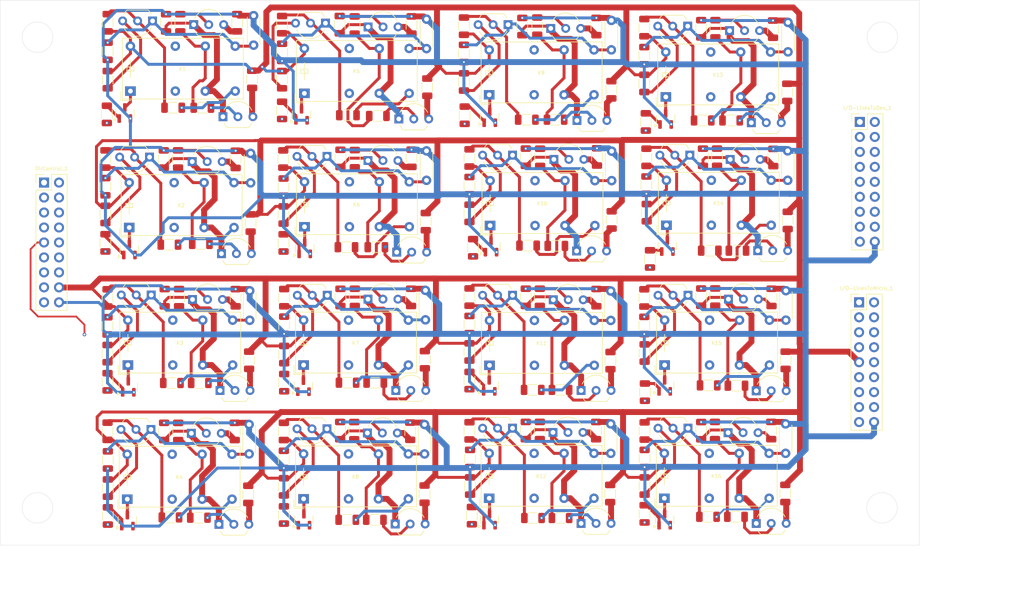
<source format=kicad_pcb>
(kicad_pcb (version 20241229) (generator "pcbnew") (generator_version "9.0")
  (layers (0 "F.Cu" signal) (4 "In1.Cu" signal) (6 "In2.Cu" signal) (2 "B.Cu" signal) (13 "F.Paste" user) (15 "B.Paste" user) (5 "F.SilkS" user "F.Silkscreen") (7 "B.SilkS" user "B.Silkscreen") (1 "F.Mask" user) (3 "B.Mask" user) (25 "Edge.Cuts" user))
  (net 0 "")
  (net 1 "Net-(Q47-B)")
  (net 2 "OutputToMC_14")
  (net 3 "OutputToDev_14")
  (net 4 "Net-(Q41-E)")
  (net 5 "OutputToDev_8")
  (net 6 "Net-(Q40-E)")
  (net 7 "OutputToDev_5")
  (net 8 "OutputToDev_2")
  (net 9 "Net-(Q38-E)")
  (net 10 "Net-(Q39-E)")
  (net 11 "+5V")
  (net 12 "OutputToMC_11")
  (net 13 "Net-(Q49-B)")
  (net 14 "Net-(Q37-E)")
  (net 15 "Net-(Q36-E)")
  (net 16 "Net-(Q42-E)")
  (net 17 "OutputToDev_11")
  (net 18 "Net-(Q34-E)")
  (net 19 "Net-(Q43-E)")
  (net 20 "OutputToMC_8")
  (net 21 "Net-(Q45-B)")
  (net 22 "Net-(Q44-E)")
  (net 23 "Net-(Q45-E)")
  (net 24 "OutputToMC_5")
  (net 25 "Net-(Q43-B)")
  (net 26 "Net-(Q46-B)")
  (net 27 "Net-(Q28-B)")
  (net 28 "Net-(Q55-B)")
  (net 29 "OutputToMC_15")
  (net 30 "Net-(Q22-E)")
  (net 31 "Net-(Q23-E)")
  (net 32 "OutputToMC_6")
  (net 33 "Net-(Q59-B)")
  (net 34 "Net-(Q24-B)")
  (net 35 "Net-(Q24-E)")
  (net 36 "Net-(Q57-B)")
  (net 37 "OutputToMC_3")
  (net 38 "Net-(Q26-E)")
  (net 39 "OutputToMC_12")
  (net 40 "Net-(Q56-B)")
  (net 41 "Net-(Q41-B)")
  (net 42 "OutputToMC_2")
  (net 43 "OutputToMC_9")
  (net 44 "Net-(Q54-B)")
  (net 45 "Net-(Q53-B)")
  (net 46 "Net-(Q52-B)")
  (net 47 "InputToDev_2")
  (net 48 "Net-(Q51-B)")
  (net 49 "Net-(Q51-E)")
  (net 50 "GND")
  (net 51 "InputToMC_2")
  (net 52 "Net-(Q27-E)")
  (net 53 "Net-(Q33-B)")
  (net 54 "OutputToMC_16")
  (net 55 "Net-(Q28-E)")
  (net 56 "Net-(Q47-E)")
  (net 57 "Net-(Q31-B)")
  (net 58 "OutputToMC_10")
  (net 59 "Net-(Q30-E)")
  (net 60 "Net-(Q29-E)")
  (net 61 "Net-(Q29-B)")
  (net 62 "OutputToMC_13")
  (net 63 "Net-(Q31-E)")
  (net 64 "Net-(Q25-E)")
  (net 65 "OutputToMC_7")
  (net 66 "Net-(Q27-B)")
  (net 67 "Net-(Q32-E)")
  (net 68 "Net-(Q32-B)")
  (net 69 "Net-(Q25-B)")
  (net 70 "OutputToMC_4")
  (net 71 "Net-(Q33-E)")
  (net 72 "Net-(Q59-E)")
  (net 73 "Net-(Q23-B)")
  (net 74 "OutputToMC_1")
  (net 75 "Net-(Q35-E)")
  (net 76 "Net-(Q58-E)")
  (net 77 "Net-(Q40-B)")
  (net 78 "Net-(Q39-B)")
  (net 79 "Net-(Q38-B)")
  (net 80 "Net-(Q37-B)")
  (net 81 "Net-(Q36-B)")
  (net 82 "InputToDev_1")
  (net 83 "Net-(Q35-B)")
  (net 84 "Net-(Q61-B)")
  (net 85 "InputToMC_1")
  (net 86 "OutputToDev_16")
  (net 87 "Net-(Q57-E)")
  (net 88 "OutputToDev_10")
  (net 89 "Net-(Q60-E)")
  (net 90 "Net-(Q61-E)")
  (net 91 "OutputToDev_13")
  (net 92 "OutputToDev_7")
  (net 93 "Net-(Q62-E)")
  (net 94 "OutputToDev_4")
  (net 95 "Net-(Q63-E)")
  (net 96 "Net-(Q64-E)")
  (net 97 "OutputToDev_1")
  (net 98 "InputToMC_14")
  (net 99 "Net-(Q46-E)")
  (net 100 "Net-(Q48-B)")
  (net 101 "InputToDev_3")
  (net 102 "Net-(Q48-E)")
  (net 103 "InputToMC_15")
  (net 104 "InputToMC_16")
  (net 105 "InputToMC_13")
  (net 106 "InputToMC_7")
  (net 107 "Net-(Q49-E)")
  (net 108 "InputToMC_6")
  (net 109 "InputToMC_3")
  (net 110 "Net-(Q50-B)")
  (net 111 "InputToDev_4")
  (net 112 "Net-(Q50-E)")
  (net 113 "InputToDev_11")
  (net 114 "Net-(Q52-E)")
  (net 115 "Net-(Q53-E)")
  (net 116 "InputToDev_12")
  (net 117 "Net-(Q54-E)")
  (net 118 "InputToDev_15")
  (net 119 "Net-(Q55-E)")
  (net 120 "Net-(Q56-E)")
  (net 121 "InputToDev_16")
  (net 122 "Net-(Q17-E)")
  (net 123 "InputToDev_13")
  (net 124 "Net-(Q18-E)")
  (net 125 "InputToDev_7")
  (net 126 "Net-(Q19-E)")
  (net 127 "InputToDev_14")
  (net 128 "Net-(Q21-E)")
  (net 129 "Net-(Q20-E)")
  (net 130 "InputToDev_6")
  (net 131 "OutputToDev_3")
  (net 132 "InputToMC_9")
  (net 133 "InputToMC_5")
  (net 134 "InputToMC_10")
  (net 135 "InputToMC_8")
  (net 136 "OutputToDev_12")
  (net 137 "OutputToDev_15")
  (net 138 "OutputToDev_9")
  (net 139 "OutputToDev_6")
  (net 140 "InputToMC_12")
  (net 141 "Net-(Q63-B)")
  (net 142 "InputToDev_9")
  (net 143 "InputToDev_5")
  (net 144 "InputToDev_10")
  (net 145 "InputToDev_8")
  (net 146 "InputToMC_4")
  (net 147 "InputToMC_11")
  (net 148 "DIR-6")
  (net 149 "Net-(Q6-B)")
  (net 150 "DIR-14")
  (net 151 "Net-(Q13-B)")
  (net 152 "DIR-16")
  (net 153 "Net-(Q16-B)")
  (net 154 "DIR-15")
  (net 155 "Net-(Q15-B)")
  (net 156 "Net-(Q14-B)")
  (net 157 "DIR-13")
  (net 158 "DIR-11")
  (net 159 "Net-(Q12-B)")
  (net 160 "DIR-9")
  (net 161 "Net-(Q10-B)")
  (net 162 "DIR-10")
  (net 163 "Net-(Q11-B)")
  (net 164 "DIR-12")
  (net 165 "Net-(Q9-B)")
  (net 166 "Net-(Q22-B)")
  (net 167 "Net-(Q2-B)")
  (net 168 "DIR-2")
  (net 169 "DIR-4")
  (net 170 "Net-(Q4-B)")
  (net 171 "DIR-1")
  (net 172 "Net-(Q1-B)")
  (net 173 "DIR-3")
  (net 174 "Net-(Q3-B)")
  (net 175 "DIR-5")
  (net 176 "Net-(Q7-B)")
  (net 177 "Net-(Q8-B)")
  (net 178 "DIR-7")
  (net 179 "DIR-8")
  (net 180 "Net-(Q5-B)")
  (net 181 "Net-(Q21-B)")
  (net 182 "Net-(Q20-B)")
  (net 183 "Net-(Q19-B)")
  (net 184 "Net-(Q18-B)")
  (net 185 "Net-(Q17-B)")
  (net 186 "I{slash}O-12 Port")
  (net 187 "I{slash}O-12 Micro")
  (net 188 "I{slash}O-1 Micro")
  (net 189 "I{slash}O-1 Port")
  (net 190 "Net-(Q1-C)")
  (net 191 "I{slash}O-2 Port")
  (net 192 "Net-(Q2-C)")
  (net 193 "I{slash}O-2 Micro")
  (net 194 "I{slash}O-3 Port")
  (net 195 "I{slash}O-3 Micro")
  (net 196 "Net-(Q3-C)")
  (net 197 "I{slash}O-4 Micro")
  (net 198 "I{slash}O-4 Port")
  (net 199 "Net-(Q7-C)")
  (net 200 "I{slash}O-5 Micro")
  (net 201 "I{slash}O-5 Port")
  (net 202 "Net-(Q6-C)")
  (net 203 "I{slash}O-6 Micro")
  (net 204 "I{slash}O-6 Port")
  (net 205 "Net-(Q8-C)")
  (net 206 "I{slash}O-7 Micro")
  (net 207 "I{slash}O-7 Port")
  (net 208 "Net-(Q5-C)")
  (net 209 "I{slash}O-8 Port")
  (net 210 "I{slash}O-8 Micro")
  (net 211 "Net-(Q10-C)")
  (net 212 "I{slash}O-9 Micro")
  (net 213 "I{slash}O-9 Port")
  (net 214 "Net-(Q11-C)")
  (net 215 "I{slash}O-10 Port")
  (net 216 "I{slash}O-10 Micro")
  (net 217 "I{slash}O-16 Micro")
  (net 218 "Net-(Q16-C)")
  (net 219 "I{slash}O-16 Port")
  (net 220 "Net-(Q15-C)")
  (net 221 "I{slash}O-15 Micro")
  (net 222 "I{slash}O-15 Port")
  (net 223 "Net-(Q13-C)")
  (net 224 "I{slash}O-14 Port")
  (net 225 "I{slash}O-14 Micro")
  (net 226 "I{slash}O-13 Port")
  (net 227 "Net-(Q14-C)")
  (net 228 "I{slash}O-13 Micro")
  (net 229 "I{slash}O-11 Micro")
  (net 230 "Net-(Q12-C)")
  (net 231 "I{slash}O-11 Port")
  (net 233 "Net-(Q9-C)")
  (net 234 "Net-(Q4-C)")
  (net 235 "Net-(Q44-B)")
  (net 236 "Net-(Q42-B)")
  (net 237 "Net-(Q60-B)")
  (net 238 "Net-(Q58-B)")
  (net 239 "Net-(Q30-B)")
  (net 240 "Net-(Q34-B)")
  (net 241 "Net-(Q26-B)")
  (net 242 "Net-(Q64-B)")
  (net 243 "Net-(Q62-B)")
  (footprint "Capacitor_THT:C_Disc_D4.3mm_W1.9mm_P5.00mm" (layer "F.Cu") (at 132.3848 131.0132 90)
    (property "Reference" "C3" (hide yes))
    (property "Value" "10nf")
  )
  (footprint "Resistor_SMD:R_1206_3216Metric" (layer "F.Cu") (at 90.5764 127.2032 90)
    (property "Reference" "R99" (hide yes))
    (property "Value" "5K")
  )
  (footprint "Connector_PinHeader_2.54mm:PinHeader_2x09_P2.54mm_Vertical" (layer "F.Cu") (at 67.818 84.963)
    (property "Reference" "DirControl_1")
    (property "Value" "Conn_02x09_Top_Bottom" (hide yes))
  )
  (footprint "Capacitor_THT:C_Disc_D4.3mm_W1.9mm_P5.00mm" (layer "F.Cu") (at 194.0052 84.582 90)
    (property "Reference" "C12" (hide yes))
    (property "Value" "10nf")
  )
  (footprint "Resistor_SMD:R_1206_3216Metric" (layer "F.Cu") (at 170.0276 80.6748 -90)
    (property "Reference" "R149" (hide yes))
    (property "Value" "100K")
  )
  (footprint "Resistor_SMD:R_1206_3216Metric" (layer "F.Cu") (at 180.7865 96.52 180)
    (property "Reference" "R150" (hide yes))
    (property "Value" "10K")
  )
  (footprint "Package_TO_SOT_THT:TO-92_Inline_Wide" (layer "F.Cu") (at 147.32 126.6444 180)
    (property "Reference" "Q55" (hide yes))
    (property "Value" "BC327")
  )
  (footprint "Resistor_SMD:R_1206_3216Metric" (layer "F.Cu") (at 102.87 91.821 90)
    (property "Reference" "R49" (hide yes))
    (property "Value" "50")
  )
  (footprint "Resistor_SMD:R_1206_3216Metric" (layer "F.Cu") (at 94.6765 72.263)
    (property "Reference" "R30" (hide yes))
    (property "Value" "5K")
  )
  (footprint "Resistor_SMD:R_1206_3216Metric" (layer "F.Cu") (at 119.2677 142.1892 180)
    (property "Reference" "R116" (hide yes))
    (property "Value" "10K")
  )
  (footprint "Package_TO_SOT_THT:TO-92_Inline_Wide" (layer "F.Cu") (at 85.725 80.645 180)
    (property "Reference" "Q34" (hide yes))
    (property "Value" "BC327")
  )
  (footprint "Resistor_SMD:R_1206_3216Metric" (layer "F.Cu") (at 170.0784 90.0684 90)
    (property "Reference" "R146" (hide yes))
    (property "Value" "1K")
  )
  (footprint "Package_TO_SOT_THT:TO-92_Inline_Wide" (layer "F.Cu") (at 183.9468 104.7496)
    (property "Reference" "Q38" (hide yes))
    (property "Value" "BC337")
  )
  (footprint "Package_TO_SOT_THT:TO-92_Inline_Wide" (layer "F.Cu") (at 122.809 58.547)
    (property "Reference" "Q24" (hide yes))
    (property "Value" "BC337")
  )
  (footprint "Package_TO_SOT_THT:TO-92_Inline_Wide" (layer "F.Cu") (at 183.896 127.4064)
    (property "Reference" "Q46" (hide yes))
    (property "Value" "BC337")
  )
  (footprint "Resistor_SMD:R_1206_3216Metric" (layer "F.Cu") (at 78.6384 136.8044 90)
    (property "Reference" "R128" (hide yes))
    (property "Value" "1K")
  )
  (footprint "Package_TO_SOT_THT:TO-92_Inline_Wide" (layer "F.Cu") (at 154.178 127.3556)
    (property "Reference" "Q44" (hide yes))
    (property "Value" "BC337")
  )
  (footprint "Resistor_SMD:R_1206_3216Metric" (layer "F.Cu") (at 191.262 104.4448 90)
    (property "Reference" "R74" (hide yes))
    (property "Value" "50")
  )
  (footprint "Resistor_SMD:R_1206_3216Metric" (layer "F.Cu") (at 149.5552 104.4341 -90)
    (property "Reference" "R61" (hide yes))
    (property "Value" "100K")
  )
  (footprint "Capacitor_THT:C_Disc_D4.3mm_W1.9mm_P5.00mm" (layer "F.Cu") (at 102.7176 108.3272 90)
    (property "Reference" "C10" (hide yes))
    (property "Value" "10nf")
  )
  (footprint "Package_TO_SOT_SMD:SOT-23" (layer "F.Cu") (at 111.506 73.4545 90)
    (property "Reference" "Q7" (hide yes))
    (property "Value" "BC817")
  )
  (footprint "Resistor_SMD:R_1206_3216Metric" (layer "F.Cu") (at 108.204 67.5025 90)
    (property "Reference" "R114" (hide yes))
    (property "Value" "1K")
  )
  (footprint "Relay_THT:Relay_DPDT_Finder_30.22" (layer "F.Cu") (at 143.51 92.2528)
    (property "Reference" "K10")
    (property "Value" "HK19F-DCxxV-SHC" (hide yes))
  )
  (footprint "Resistor_SMD:R_1206_3216Metric" (layer "F.Cu") (at 151.9428 127.0401 90)
    (property "Reference" "R91" (hide yes))
    (property "Value" "5K")
  )
  (footprint "Resistor_SMD:R_1206_3216Metric" (layer "F.Cu") (at 150.7851 141.8844 180)
    (property "Reference" "R127" (hide yes))
    (property "Value" "10K")
  )
  (footprint "Resistor_SMD:R_1206_3216Metric" (layer "F.Cu") (at 169.672 58.674 -90)
    (property "Reference" "R154" (hide yes))
    (property "Value" "100K")
  )
  (footprint "Resistor_SMD:R_1206_3216Metric" (layer "F.Cu") (at 78.232 80.9605 -90)
    (property "Reference" "R83" (hide yes))
    (property "Value" "100K")
  )
  (footprint "Resistor_SMD:R_1206_3216Metric" (layer "F.Cu") (at 161.544 58.4855 90)
    (property "Reference" "R24" (hide yes))
    (property "Value" "50")
  )
  (footprint "Connector_PinHeader_2.54mm:PinHeader_2x09_P2.54mm_Vertical" (layer "F.Cu") (at 206.121 105.283)
    (property "Reference" "I/O-LinesToMicro_1")
    (property "Value" "Conn_02x09_Top_Bottom" (hide yes))
  )
  (footprint "Package_TO_SOT_THT:TO-92_Inline_Wide" (layer "F.Cu") (at 122.7836 104.7496)
    (property "Reference" "Q42" (hide yes))
    (property "Value" "BC337")
  )
  (footprint "Relay_THT:Relay_DPDT_Finder_30.22" (layer "F.Cu") (at 173.1264 115.9256)
    (property "Reference" "K15")
    (property "Value" "HK19F-DCxxV-SHC" (hide yes))
  )
  (footprint "Capacitor_THT:C_Disc_D4.3mm_W1.9mm_P5.00mm" (layer "F.Cu") (at 132.715 84.582 90)
    (property "Reference" "C11" (hide yes))
    (property "Value" "10nf")
  )
  (footprint "Resistor_SMD:R_1206_3216Metric" (layer "F.Cu") (at 119.1367 95.928574 180)
    (property "Reference" "R145" (hide yes))
    (property "Value" "10K")
  )
  (footprint "Resistor_SMD:R_1206_3216Metric" (layer "F.Cu") (at 78.613 67.5025 90)
    (property "Reference" "R54" (hide yes))
    (property "Value" "1K")
  )
  (footprint "Resistor_SMD:R_1206_3216Metric" (layer "F.Cu") (at 139.065 67.8835 90)
    (property "Reference" "R117" (hide yes))
    (property "Value" "1K")
  )
  (footprint "Resistor_SMD:R_1206_3216Metric" (layer "F.Cu") (at 180.594 119.38 180)
    (property "Reference" "R160" (hide yes))
    (property "Value" "10K")
  )
  (footprint "Package_TO_SOT_SMD:SOT-23" (layer "F.Cu") (at 111.826 119.5093 90)
    (property "Reference" "Q8" (hide yes))
    (property "Value" "BC817")
  )
  (footprint "Resistor_SMD:R_1206_3216Metric" (layer "F.Cu") (at 194.0052 91.3892 90)
    (property "Reference" "R46" (hide yes))
    (property "Value" "50")
  )
  (footprint "Resistor_SMD:R_1206_3216Metric" (layer "F.Cu") (at 108.5596 114.1476 90)
    (property "Reference" "R147" (hide yes))
    (property "Value" "1K")
  )
  (footprint "Resistor_SMD:R_1206_3216Metric" (layer "F.Cu") (at 185.4815 96.52)
    (property "Reference" "R47" (hide yes))
    (property "Value" "5K")
  )
  (footprint "Resistor_SMD:R_1206_3216Metric" (layer "F.Cu") (at 117.983 58.166 -90)
    (property "Reference" "R20" (hide yes))
    (property "Value" "100K")
  )
  (footprint "Package_TO_SOT_SMD:SOT-23" (layer "F.Cu") (at 143.449 73.8655 90)
    (property "Reference" "Q10" (hide yes))
    (property "Value" "BC817")
  )
  (footprint "Resistor_SMD:R_1206_3216Metric" (layer "F.Cu") (at 108.5596 118.9121 -90)
    (property "Reference" "R6" (hide yes))
    (property "Value" "5K")
  )
  (footprint "Package_TO_SOT_THT:TO-92_Inline_Wide" (layer "F.Cu") (at 127.6604 96.774)
    (property "Reference" "Q32" (hide yes))
    (property "Value" "BC327")
  )
  (footprint "Package_TO_SOT_SMD:SOT-23" (layer "F.Cu") (at 173.1264 119.4539 90)
    (property "Reference" "Q15" (hide yes))
    (property "Value" "BC817")
  )
  (footprint "Resistor_SMD:R_1206_3216Metric" (layer "F.Cu") (at 151.9936 80.6811 90)
    (property "Reference" "R44" (hide yes))
    (property "Value" "5K")
  )
  (footprint "Resistor_SMD:R_1206_3216Metric" (layer "F.Cu") (at 155.4587 141.8844)
    (property "Reference" "R90" (hide yes))
    (property "Value" "5K")
  )
  (footprint "Resistor_SMD:R_1206_3216Metric" (layer "F.Cu") (at 89.0885 95.504 180)
    (property "Reference" "R84" (hide yes))
    (property "Value" "10K")
  )
  (footprint "Resistor_SMD:R_1206_3216Metric" (layer "F.Cu") (at 181.7116 104.394 90)
    (property "Reference" "R72" (hide yes))
    (property "Value" "5K")
  )
  (footprint "Resistor_SMD:R_1206_3216Metric" (layer "F.Cu") (at 149.733 74.295 180)
    (property "Reference" "R124" (hide yes))
    (property "Value" "10K")
  )
  (footprint "Capacitor_THT:C_Disc_D4.3mm_W1.9mm_P5.00mm" (layer "F.Cu") (at 164.084 62.444 90)
    (property "Reference" "C6" (hide yes))
    (property "Value" "10nf")
  )
  (footprint "Resistor_SMD:R_1206_3216Metric" (layer "F.Cu") (at 170.0276 85.3948 -90)
    (property "Reference" "R135" (hide yes))
    (property "Value" "10K")
  )
  (footprint "Resistor_SMD:R_1206_3216Metric" (layer "F.Cu") (at 169.7228 113.8829 90)
    (property "Reference" "R156" (hide yes))
    (property "Value" "1K")
  )
  (footprint "Resistor_SMD:R_1206_3216Metric" (layer "F.Cu") (at 120.4468 127.0615 90)
    (property "Reference" "R103" (hide yes))
    (property "Value" "5K")
  )
  (footprint "Resistor_SMD:R_1206_3216Metric" (layer "F.Cu") (at 140.0048 109.0569 -90)
    (property "Reference" "R110" (hide yes))
    (property "Value" "10K")
  )
  (footprint "Resistor_SMD:R_1206_3216Metric" (layer "F.Cu") (at 94.2447 118.9736)
    (property "Reference" "R75" (hide yes))
    (property "Value" "5K")
  )
  (footprint "Resistor_SMD:R_1206_3216Metric" (layer "F.Cu") (at 78.232 90.3625 90)
    (property "Reference" "R82" (hide yes))
    (property "Value" "1K")
  )
  (footprint "Resistor_SMD:R_1206_3216Metric" (layer "F.Cu") (at 155.4587 120.142)
    (property "Reference" "R67" (hide yes))
    (property "Value" "5K")
  )
  (footprint "Resistor_SMD:R_1206_3216Metric" (layer "F.Cu") (at 169.7228 141.1732 -90)
    (property "Reference" "R15" (hide yes))
    (property "Value" "5K")
  )
  (footprint "Package_TO_SOT_THT:TO-92_Inline_Wide" (layer "F.Cu") (at 122.682 127.4572)
    (property "Reference" "Q50" (hide yes))
    (property "Value" "BC337")
  )
  (footprint "Relay_THT:Relay_DPDT_Finder_30.22" (layer "F.Cu") (at 143.358 70.072)
    (property "Reference" "K9")
    (property "Value" "HK19F-DCxxV-SHC" (hide yes))
  )
  (footprint "Package_TO_SOT_THT:TO-92_Inline_Wide" (layer "F.Cu") (at 158.9532 142.7988)
    (property "Reference" "Q43" (hide yes))
    (property "Value" "BC327")
  )
  (footprint "Package_TO_SOT_THT:TO-92_Inline_Wide" (layer "F.Cu") (at 147.32 104.0892 180)
    (property "Reference" "Q56" (hide yes))
    (property "Value" "BC327")
  )
  (footprint "Package_TO_SOT_THT:TO-92_Inline_Wide" (layer "F.Cu") (at 127.4064 142.9004)
    (property "Reference" "Q49" (hide yes))
    (property "Value" "BC327")
  )
  (footprint "Resistor_SMD:R_1206_3216Metric" (layer "F.Cu") (at 108.5088 127.1925 -90)
    (property "Reference" "R115" (hide yes))
    (property "Value" "100K")
  )
  (footprint "Resistor_SMD:R_1206_3216Metric" (layer "F.Cu") (at 78.5876 127.1631 -90)
    (property "Reference" "R131" (hide yes))
    (property "Value" "100K")
  )
  (footprint "Relay_THT:Relay_DPDT_Finder_30.22" (layer "F.Cu") (at 81.9375 138.684)
    (property "Reference" "K4")
    (property "Value" "HK19F-DCxxV-SHC" (hide yes))
  )
  (footprint "Package_TO_SOT_THT:TO-92_Inline_Wide" (layer "F.Cu") (at 177.038 58.42 180)
    (property "Reference" "Q62" (hide yes))
    (property "Value" "BC327")
  )
  (footprint "Relay_THT:Relay_DPDT_Finder_30.22" (layer "F.Cu") (at 173.0756 138.5316)
    (property "Reference" "K16")
    (property "Value" "HK19F-DCxxV-SHC" (hide yes))
  )
  (footprint "Resistor_SMD:R_1206_3216Metric" (layer "F.Cu") (at 88.1888 127.1925 -90)
    (property "Reference" "R87" (hide yes))
    (property "Value" "100K")
  )
  (footprint "Package_TO_SOT_THT:TO-92_Inline_Wide" (layer "F.Cu") (at 184.15 59.182)
    (property "Reference" "Q20" (hide yes))
    (property "Value" "BC337")
  )
  (footprint "Resistor_SMD:R_1206_3216Metric" (layer "F.Cu") (at 124.46 73.66)
    (property "Reference" "R34" (hide yes))
    (property "Value" "5K")
  )
  (footprint "Resistor_SMD:R_1206_3216Metric" (layer "F.Cu") (at 140.0048 113.7011 90)
    (property "Reference" "R125" (hide yes))
    (property "Value" "1K")
  )
  (footprint "Package_TO_SOT_SMD:SOT-23" (layer "F.Cu") (at 111.9124 142.1615 90)
    (property "Reference" "Q5" (hide yes))
    (property "Value" "BC817")
  )
  (footprint "Resistor_SMD:R_1206_3216Metric" (layer "F.Cu") (at 78.5876 104.5357 -90)
    (property "Reference" "R141" (hide yes))
    (property "Value" "100K")
  )
  (footprint "Capacitor_THT:C_Disc_D4.3mm_W1.9mm_P5.00mm" (layer "F.Cu") (at 193.7004 108.3056 90)
    (property "Reference" "C16" (hide yes))
    (property "Value" "10nf")
  )
  (footprint "Resistor_SMD:R_1206_3216Metric" (layer "F.Cu") (at 108.458 90.4641 90)
    (property "Reference" "R143" (hide yes))
    (property "Value" "1K")
  )
  (footprint "Capacitor_THT:C_Disc_D4.3mm_W1.9mm_P5.00mm" (layer "F.Cu") (at 163.9824 130.9116 90)
    (property "Reference" "C7" (hide yes))
    (property "Value" "10nf")
  )
  (footprint "Relay_THT:Relay_DPDT_Finder_30.22" (layer "F.Cu") (at 143.3576 138.5316)
    (property "Reference" "K12")
    (property "Value" "HK19F-DCxxV-SHC" (hide yes))
  )
  (footprint "Package_TO_SOT_THT:TO-92_Inline_Wide" (layer "F.Cu") (at 85.9536 126.8476 180)
    (property "Reference" "Q57" (hide yes))
    (property "Value" "BC327")
  )
  (footprint "Resistor_SMD:R_1206_3216Metric" (layer "F.Cu") (at 151.511 58.42 90)
    (property "Reference" "R23" (hide yes))
    (property "Value" "5K")
  )
  (footprint "Resistor_SMD:R_1206_3216Metric" (layer "F.Cu") (at 100.33 104.5063 90)
    (property "Reference" "R77" (hide yes))
    (property "Value" "50")
  )
  (footprint "Resistor_SMD:R_1206_3216Metric" (layer "F.Cu") (at 193.929 69.6575 90)
    (property "Reference" "R25" (hide yes))
    (property "Value" "50")
  )
  (footprint "Relay_THT:Relay_DPDT_Finder_30.22" (layer "F.Cu") (at 82.275 92.593)
    (property "Reference" "K2")
    (property "Value" "HK19F-DCxxV-SHC" (hide yes))
  )
  (footprint "Package_TO_SOT_THT:TO-92_Inline_Wide" (layer "F.Cu") (at 188.9252 96.52)
    (property "Reference" "Q28" (hide yes))
    (property "Value" "BC327")
  )
  (footprint "Resistor_SMD:R_1206_3216Metric" (layer "F.Cu") (at 108.458 95.1992 -90)
    (property "Reference" "R8" (hide yes))
    (property "Value" "5K")
  )
  (footprint "Resistor_SMD:R_1206_3216Metric" (layer "F.Cu") (at 102.4636 137.8712 90)
    (property "Reference" "R96" (hide yes))
    (property "Value" "50")
  )
  (footprint "Resistor_SMD:R_1206_3216Metric" (layer "F.Cu") (at 181.6608 127.0401 90)
    (property "Reference" "R95" (hide yes))
    (property "Value" "5K")
  )
  (footprint "Resistor_SMD:R_1206_3216Metric" (layer "F.Cu") (at 169.672 63.4385 -90)
    (property "Reference" "R137" (hide yes))
    (property "Value" "10K")
  )
  (footprint "Resistor_SMD:R_1206_3216Metric" (layer "F.Cu") (at 169.7736 120.523 -90)
    (property "Reference" "R14" (hide yes))
    (property "Value" "5K")
  )
  (footprint "Resistor_SMD:R_1206_3216Metric" (layer "F.Cu") (at 149.9509 95.6564 180)
    (property "Reference" "R119" (hide yes))
    (property "Value" "10K")
  )
  (footprint "Package_TO_SOT_SMD:SOT-23" (layer "F.Cu") (at 82.108 119.6109 90)
    (property "Reference" "Q3" (hide yes))
    (property "Value" "BC817")
  )
  (footprint "Resistor_SMD:R_1206_3216Metric" (layer "F.Cu") (at 88.2904 104.4956 -90)
    (property "Reference" "R63" (hide yes))
    (property "Value" "100K")
  )
  (footprint "Resistor_SMD:R_1206_3216Metric" (layer "F.Cu") (at 132.842 68.7725 90)
    (property "Reference" "R33" (hide yes))
    (property "Value" "50")
  )
  (footprint "Resistor_SMD:R_1206_3216Metric" (layer "F.Cu") (at 193.5988 137.7188 90)
    (property "Reference" "R93" (hide yes))
    (property "Value" "50")
  )
  (footprint "Resistor_SMD:R_1206_3216Metric" (layer "F.Cu") (at 103.124 67.437 90)
    (property "Reference" "R28" (hide yes))
    (property "Value" "50")
  )
  (footprint "Resistor_SMD:R_1206_3216Metric" (layer "F.Cu") (at 94.4225 95.377)
    (property "Reference" "R51" (hide yes))
    (property "Value" "5K")
  )
  (footprint "Capacitor_THT:C_Disc_D4.3mm_W1.9mm_P5.00mm" (layer "F.Cu") (at 102.616 131.0132 90)
    (property "Reference" "C9" (hide yes))
    (property "Value" "10nf")
  )
  (footprint "Package_TO_SOT_THT:TO-92_Inline_Wide" (layer "F.Cu") (at 158.9532 120.2436)
    (property "Reference" "Q35" (hide yes))
    (property "Value" "BC327")
  )
  (footprint "Resistor_SMD:R_1206_3216Metric" (layer "F.Cu") (at 78.232 95.1885 -90)
    (property "Reference" "R1" (hide yes))
    (property "Value" "5K")
  )
  (footprint "Resistor_SMD:R_1206_3216Metric" (layer "F.Cu") (at 169.672 104.5357 -90)
    (property "Reference" "R159" (hide yes))
    (property "Value" "100K")
  )
  (footprint "Resistor_SMD:R_1206_3216Metric" (layer "F.Cu") (at 100.1776 127.1925 90)
    (property "Reference" "R100" (hide yes))
    (property "Value" "50")
  )
  (footprint "Resistor_SMD:R_1206_3216Metric" (layer "F.Cu") (at 169.672 109.2093 -90)
    (property "Reference" "R139" (hide yes))
    (property "Value" "10K")
  )
  (footprint "Resistor_SMD:R_1206_3216Metric" (layer "F.Cu") (at 78.5876 109.2708 -90)
    (property "Reference" "R133" (hide yes))
    (property "Value" "10K")
  )
  (footprint "Capacitor_THT:C_Disc_D4.3mm_W1.9mm_P5.00mm" (layer "F.Cu") (at 194.056 62.785 90)
    (property "Reference" "C14" (hide yes))
    (property "Value" "10nf")
  )
  (footprint "Package_TO_SOT_THT:TO-92_Inline_Wide" (layer "F.Cu") (at 97.4852 142.9512)
    (property "Reference" "Q47" (hide yes))
    (property "Value" "BC327")
  )
  (footprint "Package_TO_SOT_THT:TO-92_Inline_Wide" (layer "F.Cu") (at 188.6712 120.2944)
    (property "Reference" "Q37" (hide yes))
    (property "Value" "BC327")
  )
  (footprint "Package_TO_SOT_SMD:SOT-23" (layer "F.Cu") (at 143.4084 142.1615 90)
    (property "Reference" "Q9" (hide yes))
    (property "Value" "BC817")
  )
  (footprint "Relay_THT:Relay_DPDT_Finder_30.22" (layer "F.Cu") (at 111.8616 138.6332)
    (property "Reference" "K8")
    (property "Value" "HK19F-DCxxV-SHC" (hide yes))
  )
  (footprint "Resistor_SMD:R_1206_3216Metric" (layer "F.Cu") (at 130.175 58.2275 90)
    (property "Reference" "R36" (hide yes))
    (property "Value" "50")
  )
  (footprint "Resistor_SMD:R_1206_3216Metric" (layer "F.Cu") (at 139.065 63.0535 -90)
    (property "Reference" "R108" (hide yes))
    (property "Value" "10K")
  )
  (footprint "Resistor_SMD:R_1206_3216Metric" (layer "F.Cu") (at 181.737 58.8665 90)
    (property "Reference" "R27" (hide yes))
    (property "Value" "5K")
  )
  (footprint "Package_TO_SOT_THT:TO-92_Inline_Wide" (layer "F.Cu") (at 93.0148 104.8004)
    (property "Reference" "Q40" (hide yes))
    (property "Value" "BC337")
  )
  (footprint "Resistor_SMD:R_1206_3216Metric" (layer "F.Cu") (at 169.7228 127.1123 -90)
    (property "Reference" "R157" (hide yes))
    (property "Value" "100K")
  )
  (footprint "Relay_THT:Relay_DPDT_Finder_30.22" (layer "F.Cu") (at 112.014 92.456)
    (property "Reference" "K6")
    (property "Value" "HK19F-DCxxV-SHC" (hide yes))
  )
  (footprint "Capacitor_THT:C_Disc_D4.3mm_W1.9mm_P5.00mm" (layer "F.Cu") (at 132.715 62.23 90)
    (property "Reference" "C5" (hide yes))
    (property "Value" "10nf")
  )
  (footprint "Resistor_SMD:R_1206_3216Metric" (layer "F.Cu") (at 89.7235 72.263 180)
    (property "Reference" "R56" (hide yes))
    (property "Value" "10K")
  )
  (footprint "Relay_THT:Relay_DPDT_Finder_30.22" (layer "F.Cu") (at 143.4084 115.9764)
    (property "Reference" "K11")
    (property "Value" "HK19F-DCxxV-SHC" (hide yes))
  )
  (footprint "Package_TO_SOT_THT:TO-92_Inline_Wide" (layer "F.Cu") (at 177.0888 126.6444 180)
    (property "Reference" "Q63" (hide yes))
    (property "Value" "BC327")
  )
  (footprint "Resistor_SMD:R_1206_3216Metric" (layer "F.Cu") (at 140.0048 118.5565 -90)
    (property "Reference" "R12" (hide yes))
    (property "Value" "5K")
  )
  (footprint "Package_TO_SOT_THT:TO-92_Inline_Wide" (layer "F.Cu") (at 115.824 126.746 180)
    (property "Reference" "Q51" (hide yes))
    (property "Value" "BC327")
  )
  (footprint "Resistor_SMD:R_1206_3216Metric" (layer "F.Cu") (at 179.578 74.422 180)
    (property "Reference" "R155" (hide yes))
    (property "Value" "10K")
  )
  (footprint "Package_TO_SOT_THT:TO-92_Inline_Wide" (layer "F.Cu") (at 97.6884 120.2436)
    (property "Reference" "Q39" (hide yes))
    (property "Value" "BC327")
  )
  (footprint "Resistor_SMD:R_1206_3216Metric" (layer "F.Cu") (at 108.5596 109.1692 -90)
    (property "Reference" "R136" (hide yes))
    (property "Value" "10K")
  )
  (footprint "Package_TO_SOT_SMD:SOT-23" (layer "F.Cu") (at 143.6624 95.8319 90)
    (property "Reference" "Q11" (hide yes))
    (property "Value" "BC817")
  )
  (footprint "Resistor_SMD:R_1206_3216Metric" (layer "F.Cu") (at 124.206 95.928574)
    (property "Reference" "R58" (hide yes))
    (property "Value" "5K")
  )
  (footprint "Package_TO_SOT_THT:TO-92_Inline_Wide" (layer "F.Cu") (at 92.964 81.407)
    (property "Reference" "Q31" (hide yes))
    (property "Value" "BC337")
  )
  (footprint "Connector_PinHeader_2.54mm:PinHeader_2x09_P2.54mm_Vertical" (layer "F.Cu") (at 206.248 74.676)
    (property "Reference" "I/O-LinesToDev_1")
    (property "Value" "Conn_02x09_Top_Bottom" (hide yes))
  )
  (footprint "Package_TO_SOT_THT:TO-92_Inline_Wide" (layer "F.Cu") (at 98.171 73.787)
    (property "Reference" "Q21" (hide yes))
    (property "Value" "BC327")
  )
  (footprint "Package_TO_SOT_THT:TO-92_Inline_Wide" (layer "F.Cu") (at 158.1912 96.5708)
    (property "Reference" "Q26" (hide yes))
    (property "Value" "BC327")
  )
  (footprint "Package_TO_SOT_THT:TO-92_Inline_Wide" (layer "F.Cu") (at 187.833 74.803)
    (property "Reference" "Q19" (hide yes))
    (property "Value" "BC327")
  )
  (footprint "Resistor_SMD:R_1206_3216Metric" (layer "F.Cu") (at 164.1348 91.2983 90)
    (property "Reference" "R42" (hide yes))
    (property "Value" "50")
  )
  (footprint "Relay_THT:Relay_DPDT_Finder_30.22" (layer "F.Cu") (at 111.9935 69.8235)
    (property "Reference" "K5")
    (property "Value" "HK19F-DCxxV-SHC" (hide yes))
  )
  (footprint "Resistor_SMD:R_1206_3216Metric" (layer "F.Cu") (at 78.473678 73.3875 -90)
    (property "Reference" "R3" (hide yes))
    (property "Value" "5K")
  )
  (footprint "Resistor_SMD:R_1206_3216Metric" (layer "F.Cu") (at 129.9464 127.1524 90)
    (property "Reference" "R104" (hide yes))
    (property "Value" "50")
  )
  (footprint "Resistor_SMD:R_1206_3216Metric" (layer "F.Cu") (at 180.4817 141.6812 180)
    (property "Reference" "R158" (hide yes))
    (property "Value" "10K")
  )
  (footprint "Package_TO_SOT_THT:TO-92_Inline_Wide" (layer "F.Cu") (at 115.57 57.912 180)
    (property "Reference" "Q53" (hide yes))
    (property "Value" "BC327")
  )
  (footprint "Resistor_SMD:R_1206_3216Metric" (layer "F.Cu") (at 140.4112 141.478 90)
    (property "Reference" "R9" (hide yes))
    (property "Value" "5K")
  )
  (footprint "Resistor_SMD:R_1206_3216Metric" (layer "F.Cu") (at 161.6456 80.6089 90)
    (property "Reference" "R45" (hide yes))
    (property "Value" "50")
  )
  (footprint "Resistor_SMD:R_1206_3216Metric" (layer "F.Cu") (at 90.7288 104.4956 90)
    (property "Reference" "R76" (hide yes))
    (property "Value" "5K")
  )
  (footprint "Resistor_SMD:R_1206_3216Metric" (layer "F.Cu") (at 191.2112 127.0401 90)
    (property "Reference" "R97" (hide yes))
    (property "Value" "50")
  )
  (footprint "Resistor_SMD:R_1206_3216Metric" (layer "F.Cu") (at 140.6144 96.0227 -90)
    (property "Reference" "R10" (hide yes))
    (property "Value" "5K")
  )
  (footprint "Package_TO_SOT_SMD:SOT-23" (layer "F.Cu") (at 143.3576 119.4539 90)
    (property "Reference" "Q12" (hide yes))
    (property "Value" "BC817")
  )
  (footprint "Package_TO_SOT_THT:TO-92_Inline_Wide" (layer "F.Cu") (at 128.016 74.168)
    (property "Reference" "Q23" (hide yes))
    (property "Value" "BC327")
  )
  (footprint "Resistor_SMD:R_1206_3216Metric" (layer "F.Cu") (at 170.6372 97.917 -90)
    (property "Reference" "R16" (hide yes))
    (property "Value" "5K")
  )
  (footprint "Package_TO_SOT_THT:TO-92_Inline_Wide" (layer "F.Cu") (at 153.797 58.801)
    (property "Reference" "Q18" (hide yes))
    (property "Value" "BC337")
  )
  (footprint "Package_TO_SOT_SMD:SOT-23" (layer "F.Cu") (at 81.523678 73.1625 90)
    (property "Reference" "Q1" (hide yes))
    (property "Value" "BC817")
  )
  (footprint "Resistor_SMD:R_1206_3216Metric" (layer "F.Cu") (at 191.516 58.928 90)
    (property "Reference" "R29" (hide yes))
    (property "Value" "50")
  )
  (footprint "Resistor_SMD:R_1206_3216Metric" (layer "F.Cu") (at 90.551 80.9605 90)
    (property "Reference" "R52" (hide yes))
    (property "Value" "5K")
  )
  (footprint "Resistor_SMD:R_1206_3216Metric" (layer "F.Cu") (at 182.0164 80.6597 90)
    (property "Reference" "R48" (hide yes))
    (property "Value" "5K")
  )
  (footprint "Package_TO_SOT_SMD:SOT-23" (layer "F.Cu") (at 173.5836 95.7303 90)
    (property "Reference" "Q13" (hide yes))
    (property "Value" "BC817")
  )
  (footprint "Resistor_SMD:R_1206_3216Metric" (layer "F.Cu") (at 78.613 57.8465 -90)
    (property "Reference" "R55" (hide yes))
    (property "Value" "100K")
  )
  (footprint "Capacitor_THT:C_Disc_D4.3mm_W1.9mm_P5.00mm" (layer "F.Cu") (at 163.9824 108.3564 90)
    (property "Reference" "C8" (hide yes))
    (property "Value" "10nf")
  )
  (footprint "Package_TO_SOT_THT:TO-92_Inline_Wide" (layer "F.Cu") (at 92.8116 127.508)
    (property "Reference" "Q48" (hide yes))
    (property "Value" "BC337")
  )
  (footprint "Package_TO_SOT_SMD:SOT-23" (layer "F.Cu") (at 173.1264 142.1615 90)
    (property "Reference" "Q16" (hide yes))
    (property "Value" "BC817")
  )
  (footprint "Package_TO_SOT_THT:TO-92_Inline_Wide" (layer "F.Cu") (at 93.218 58.162)
    (property "Reference" "Q22" (hide yes))
    (property "Value" "BC337")
  )
  (footprint "Resistor_SMD:R_1206_3216Metric" (layer "F.Cu") (at 169.7228 131.7859 -90)
    (property "Reference" "R138" (hide yes))
    (property "Value" "10K")
  )
  (footprint "Resistor_SMD:R_1206_3216Metric" (layer "F.Cu") (at 118.0592 127.0508 -90)
    (property "Reference" "R88" (hide yes))
    (property "Value" "100K")
  )
  (footprint "Resistor_SMD:R_1206_3216Metric" (layer "F.Cu") (at 140.1064 131.7859 -90)
    (property "Reference" "R109" (hide yes))
    (property "Value" "10K")
  )
  (footprint "Resistor_SMD:R_1206_3216Metric" (layer "F.Cu") (at 169.7228 136.4488 90)
    (property "Reference" "R151" (hide yes))
    (property "Value" "1K")
  )
  (footprint "Resistor_SMD:R_1206_3216Metric" (layer "F.Cu") (at 163.8808 137.7295 90)
    (property "Reference" "R89" (hide yes))
    (property "Value" "50")
  )
  (footprint "Resistor_SMD:R_1206_3216Metric" (layer "F.Cu") (at 191.5668 80.7105 90)
    (property "Reference" "R50" (hide yes))
    (property "Value" "50")
  )
  (footprint "Package_TO_SOT_THT:TO-92_Inline_Wide" (layer "F.Cu") (at 147.32 80.3148 180)
    (property "Reference" "Q52" (hide yes))
    (property "Value" "BC327")
  )
  (footprint "Package_TO_SOT_THT:TO-92_Inline_Wide" (layer "F.Cu") (at 115.824 80.518 180)
    (property "Reference" "Q59" (hide yes))
    (property "Value" "BC327")
  )
  (footprint "Resistor_SMD:R_1206_3216Metric" (layer "F.Cu") (at 78.232 85.6635 -90)
    (property "Reference" "R65" (hide yes))
    (property "Value" "10K")
  )
  (footprint "Package_TO_SOT_SMD:SOT-23" (layer "F.Cu") (at 81.9556 142.3185 90)
    (property "Reference" "Q4" (hide yes))
    (property "Value" "BC817")
  )
  (footprint "Resistor_SMD:R_1206_3216Metric" (layer "F.Cu") (at 148.971 58.4855 -90)
    (property "Reference" "R17" (hide yes))
    (property "Value" "100K")
  )
  (footprint "Resistor_SMD:R_1206_3216Metric" (layer "F.Cu") (at 88.519 57.8505 -90)
    (property "Reference" "R19" (hide yes))
    (property "Value" "100K")
  )
  (footprint "Package_TO_SOT_THT:TO-92_Inline_Wide" (layer "F.Cu") (at 127.508 120.2436)
    (property "Reference" "Q41" (hide yes))
    (property "Value" "BC327")
  )
  (footprint "Resistor_SMD:R_1206_3216Metric" (layer "F.Cu") (at 169.672 68.1335 90)
    (property "Reference" "R148" (hide yes))
    (property "Value" "1K")
  )
  (footprint "Capacitor_THT:C_Disc_D4.3mm_W1.9mm_P5.00mm" (layer "F.Cu") (at 103.378 61.642 90)
    (property "Reference" "C1" (hide yes))
    (property "Value" "10nf")
  )
  (footprint "Capacitor_THT:C_Disc_D4.3mm_W1.9mm_P5.00mm" (layer "F.Cu") (at 132.5372 108.2548 90)
    (property "Reference" "C13" (hide yes))
    (property "Value" "10nf")
  )
  (footprint "Resistor_SMD:R_1206_3216Metric" (layer "F.Cu") (at 108.5088 136.5905 90)
    (property "Reference" "R112" (hide yes))
    (property "Value" "1K")
  )
  (footprint "Package_TO_SOT_SMD:SOT-23" (layer "F.Cu") (at 112.0465 96.125 90)
    (property "Reference" "Q6" (hide yes))
    (property "Value" "BC817")
  )
  (footprint "Resistor_SMD:R_1206_3216Metric" (layer "F.Cu") (at 78.613 62.6765 -90)
    (property "Reference" "R40" (hide yes))
    (property "Value" "10K")
  )
  (footprint "Resistor_SMD:R_1206_3216Metric" (layer "F.Cu") (at 119.38 73.533 180)
    (property "Reference" "R122" (hide yes))
    (property "Value" "10K")
  )
  (footprint "Resistor_SMD:R_1206_3216Metric" (layer "F.Cu") (at 89.2663 141.7828 180)
    (property "Reference" "R132" (hide yes))
    (property "Value" "10K")
  )
  (footprint "Resistor_SMD:R_1206_3216Metric" (layer "F.Cu") (at 151.9428 104.4341 90)
    (property "Reference" "R68" (hide yes))
    (property "Value" "5K")
  )
  (footprint "Resistor_SMD:R_1206_3216Metric" (layer "F.Cu") (at 161.4932 127.0508 90)
    (property "Reference" "R92" (hide yes))
    (property "Value" "50")
  )
  (footprint "Package_TO_SOT_THT:TO-92_Inline_Wide" (layer "F.Cu") (at 154.2288 104.8512)
    (property "Reference" "Q36" (hide yes))
    (property "Value" "BC337")
  )
  (footprint "Resistor_SMD:R_1206_3216Metric" (layer "F.Cu") (at 89.5096 118.9736 180)
    (property "Reference" "R142" (hide yes))
    (property "Value" "10K")
  )
  (footprint "Package_TO_SOT_THT:TO-92_Inline_Wide" (layer "F.Cu") (at 177.0888 104.0892 180)
    (property "Reference" "Q64" (hide yes))
    (property "Value" "BC327")
  )
  (footprint "Resistor_SMD:R_1206_3216Metric" (layer "F.Cu") (at 154.7475 95.7072)
    (property "Reference" "R43" (hide yes))
    (property "Value" "5K")
  )
  (footprint "Resistor_SMD:R_1206_3216Metric" (layer "F.Cu") (at 130.175 80.8375 90)
    (property "Reference" "R60" (hide yes))
    (property "Value" "50")
  )
  (footprint "Resistor_SMD:R_1206_3216Metric" (layer "F.Cu") (at 132.4356 115.0219 90)
    (property "Reference" "R78" (hide yes))
    (property "Value" "50")
  )
  (footprint "Resistor_SMD:R_1206_3216Metric" (layer "F.Cu") (at 88.138 80.9645 -90)
    (property "Reference" "R39" (hide yes))
    (property "Value" "100K")
  )
  (footprint "Resistor_SMD:R_1206_3216Metric" (layer "F.Cu") (at 179.6288 80.6704 -90)
    (property "Reference" "R38" (hide yes))
    (property "Value" "100K")
  )
  (footprint "Relay_THT:Relay_DPDT_Finder_30.22" (layer "F.Cu") (at 173.4312 92.202)
    (property "Reference" "K14")
    (property "Value" "HK19F-DCxxV-SHC" (hide yes))
  )
  (footprint "Resistor_SMD:R_1206_3216Metric" (layer "F.Cu") (at 108.204 62.865 -90)
    (property "Reference" "R107" (hide yes))
    (property "Value" "10K")
  )
  (footprint "Resistor_SMD:R_1206_3216Metric" (layer "F.Cu") (at 140.0048 104.394 -90)
    (property "Reference" "R129" (hide yes))
    (property "Value" "100K")
  )
  (footprint "Resistor_SMD:R_1206_3216Metric" (layer "F.Cu") (at 119.3185 118.9228 180)
    (property "Reference" "R153" (hide yes))
    (property "Value" "10K")
  )
  (footprint "Resistor_SMD:R_1206_3216Metric" (layer "F.Cu") (at 140.0048 85.4857 -90)
    (property "Reference" "R106" (hide yes))
    (property "Value" "10K")
  )
  (footprint "Package_TO_SOT_THT:TO-92_Inline_Wide" (layer "F.Cu") (at 86.233 57.531 180)
    (property "Reference" "Q25" (hide yes))
    (property "Value" "BC327")
  )
  (footprint "Resistor_SMD:R_1206_3216Metric" (layer "F.Cu") (at 185.2275 141.6812)
    (property "Reference" "R94" (hide yes))
    (property "Value" "5K")
  )
  (footprint "Capacitor_THT:C_Disc_D4.3mm_W1.9mm_P5.00mm" (layer "F.Cu") (at 164.1348 84.6328 90)
    (property "Reference" "C4" (hide yes))
    (property "Value" "10nf")
  )
  (footprint "Package_TO_SOT_THT:TO-92_Inline_Wide" (layer "F.Cu") (at 97.917 97.028)
    (property "Reference" "Q30" (hide yes))
    (property "Value" "BC327")
  )
  (footprint "Resistor_SMD:R_1206_3216Metric" (layer "F.Cu") (at 108.204 72.7095 -90)
    (property "Reference" "R5" (hide yes))
    (property "Value" "5K")
  )
  (footprint "Resistor_SMD:R_1206_3216Metric" (layer "F.Cu") (at 120.523 58.2315 90)
    (property "Reference" "R35" (hide yes))
    (property "Value" "5K")
  )
  (footprint "Capacitor_THT:C_Disc_D4.3mm_W1.9mm_P5.00mm" (layer "F.Cu") (at 193.6496 130.9116 90)
    (property "Reference" "C15" (hide yes))
    (property "Value" "10nf")
  )
  (footprint "Package_TO_SOT_THT:TO-92_Inline_Wide" (layer "F.Cu") (at 188.6712 142.7988)
    (property "Reference" "Q45" (hide yes))
    (property "Value" "BC327")
  )
  (footprint "Resistor_SMD:R_1206_3216Metric" (layer "F.Cu") (at 100.33 81.026 90)
    (property "Reference" "R53" (hide yes))
    (property "Value" "50")
  )
  (footprint "Resistor_SMD:R_1206_3216Metric" (layer "F.Cu") (at 179.324 58.8665 -90)
    (property "Reference" "R18" (hide yes))
    (property "Value" "100K")
  )
  (footprint "Package_TO_SOT_THT:TO-92_Inline_Wide" (layer "F.Cu") (at 115.8748 104.0892 180)
    (property "Reference" "Q61" (hide yes))
    (property "Value" "BC327")
  )
  (footprint "Resistor_SMD:R_1206_3216Metric" (layer "F.Cu") (at 118.11 104.4555 -90)
    (property "Reference" "R64" (hide yes))
    (property "Value" "100K")
  )
  (footprint "Resistor_SMD:R_1206_3216Metric" (layer "F.Cu") (at 108.5596 104.4956 -90)
    (property "Reference" "R152" (hide yes))
    (property "Value" "100K")
  )
  (footprint "Resistor_SMD:R_1206_3216Metric" (layer "F.Cu") (at 164.084 69.215 90)
    (property "Reference" "R21" (hide yes))
    (property "Value" "50")
  )
  (footprint "Resistor_SMD:R_1206_3216Metric" (layer "F.Cu") (at 139.192 73.533 -90)
    (property "Reference" "R11" (hide yes))
    (property "Value" "5K")
  )
  (footprint "Resistor_SMD:R_1206_3216Metric" (layer "F.Cu") (at 108.4072 80.9645 -90)
    (property "Reference" "R144" (hide yes))
    (property "Value" "100K")
  )
  (footprint "Package_TO_SOT_THT:TO-92_Inline_Wide" (layer "F.Cu") (at 177.3936 80.3148 180)
    (property "Reference" "Q60" (hide yes))
    (property "Value" "BC327")
  )
  (footprint "Relay_THT:Relay_DPDT_Finder_30.22" (layer "F.Cu") (at 111.8616 115.9256)
    (property "Reference" "K7")
    (property "Value" "HK19F-DCxxV-SHC" (hide yes))
  )
  (footprint "Resistor_SMD:R_1206_3216Metric" (layer "F.Cu") (at 90.932 57.8505 90)
    (property "Reference" "R31" (hide yes))
    (property "Value" "5K")
  )
  (footprint "Resistor_SMD:R_1206_3216Metric" (layer "F.Cu") (at 100.584 57.8465 90)
    (property "Reference" "R32" (hide yes))
    (property "Value" "50")
  )
  (footprint "Resistor_SMD:R_1206_3216Metric" (layer "F.Cu") (at 169.926 74.676 -90)
    (property "Reference" "R13" (hide yes))
    (property "Value" "5K")
  )
  (footprint "Resistor_SMD:R_1206_3216Metric" (layer "F.Cu") (at 184.404 74.422)
    (property "Reference" "R26" (hide yes))
    (property "Value" "5K")
  )
  (footprint "Resistor_SMD:R_1206_3216Metric" (layer "F.Cu") (at 108.458 85.7397 -90)
    (property "Reference" "R134" (hide yes))
    (property "Value" "10K")
  )
  (footprint "Resistor_SMD:R_1206_3216Metric" (layer "F.Cu") (at 185.3077 119.4308)
    (property "Reference" "R71" (hide yes))
    (property "Value" "5K")
  )
  (footprint "Resistor_SMD:R_1206_3216Metric" (layer "F.Cu") (at 108.5088 131.9383 -90)
    (property "Reference" "R105" (hide yes))
    (property "Value" "10K")
  )
  (footprint "Resistor_SMD:R_1206_3216Metric" (layer "F.Cu") (at 123.952 142.1892)
    (property "Reference" "R102" (hide yes))
    (property "Value" "5K")
  )
  (footprint "Package_TO_SOT_THT:TO-92_Inline_Wide" (layer "F.Cu") (at 146.558 58.166 180)
    (property "Reference" "Q54" (hide yes))
    (property "Value" "BC327")
  )
  (footprint "Resistor_SMD:R_1206_3216Metric" (layer "F.Cu") (at 94.0923 141.8336)
    (property "Reference" "R98" (hide yes))
    (property "Value" "5K")
  )
  (footprint "Resistor_SMD:R_1206_3216Metric" (layer "F.Cu") (at 78.6384 141.5288 -90)
    (property "Reference" "R2" (hide yes))
    (property "Value" "5K")
  )
  (footprint "Resistor_SMD:R_1206_3216Metric" (layer "F.Cu") (at 132.588 91.5924 90)
    (property "Reference" "R57" (hide yes))
    (property "Value" "50")
  )
  (footprint "Capacitor_THT:C_Disc_D4.3mm_W1.9mm_P5.00mm" (layer "F.Cu") (at 102.87 85.01 90)
    (property "Reference" "C2" (hide yes))
    (property "Value" "10nf")
  )
  (footprint "Resistor_SMD:R_1206_3216Metric" (layer "F.Cu") (at 140.1064 136.4488 90)
    (property "Reference" "R120" (hide yes))
    (property "Value" "1K")
  )
  (footprint "Package_TO_SOT_SMD:SOT-23" (layer "F.Cu") (at 173.294 74.168 90)
    (property "Reference" "Q14" (hide yes))
    (property "Value" "BC817")
  )
  (footprint "Resistor_SMD:R_1206_3216Metric" (layer "F.Cu") (at 118.11 80.8629 -90)
    (property "Reference" "R41" (hide yes))
    (property "Value" "100K")
  )
  (footprint "Package_TO_SOT_THT:TO-92_Inline_Wide" (layer "F.Cu") (at 86.0044 104.0384 180)
    (property "Reference" "Q58" (hide yes))
    (property "Value" "BC327")
  )
  (footprint "Resistor_SMD:R_1206_3216Metric" (layer "F.Cu") (at 78.5876 113.9845 90)
    (property "Reference" "R140" (hide yes))
    (property "Value" "1K")
  )
  (footprint "Resistor_SMD:R_1206_3216Metric" (layer "F.Cu") (at 161.544 104.4849 90)
    (property "Reference" "R69" (hide yes))
    (property "Value" "50")
  )
  (footprint "Resistor_SMD:R_1206_3216Metric" (layer "F.Cu") (at 149.5552 80.6597 -90)
    (property "Reference" "R37" (hide yes))
    (property "Value" "100K")
  )
  (footprint "Resistor_SMD:R_1206_3216Metric" (layer "F.Cu") (at 78.6384 132.0292 -90)
    (property "Reference" "R111" (hide yes))
    (property "Value" "10K")
  )
  (footprint "Resistor_SMD:R_1206_3216Metric" (layer "F.Cu") (at 130.0988 104.4448 90)
    (property "Reference" "R81" (hide yes))
    (property "Value" "50")
  )
  (footprint "Package_TO_SOT_THT:TO-92_Inline_Wide" (layer "F.Cu") (at 154.3304 81.026)
    (property "Reference" "Q27" (hide yes))
    (property "Value" "BC337")
  )
  (footprint "Package_TO_SOT_THT:TO-92_Inline_Wide" (layer "F.Cu") (at 122.7836 81.2292)
    (property "Reference" "Q33" (hide yes))
    (property "Value" "BC337")
  )
  (footprint "Relay_THT:Relay_DPDT_Finder_30.22" (layer "F.Cu") (at 82.475 69.44)
    (property "Reference" "K1")
    (property "Value" "HK19F-DCxxV-SHC" (hide yes))
  )
  (footprint "Resistor_SMD:R_1206_3216Metric" (layer "F.Cu") (at 154.6205 74.295)
    (property "Reference" "R22" (hide yes))
    (property "Value" "5K")
  )
  (footprint "Resistor_SMD:R_1206_3216Metric" (layer "F.Cu") (at 179.324 104.4047 -90)
    (property "Reference" "R62" (hide yes))
    (property "Value" "100K")
  )
  (footprint "Resistor_SMD:R_1206_3216Metric" (layer "F.Cu") (at 163.9316 115.1743 90)
    (property "Reference" "R66" (hide yes))
    (property "Value" "50")
  )
  (footprint "Resistor_SMD:R_1206_3216Metric" (layer "F.Cu") (at 139.065 58.42 -90)
    (property "Reference" "R123" (hide yes))
    (property "Value" "100K")
  )
  (footprint "Resistor_SMD:R_1206_3216Metric" (layer "F.Cu") (at 140.0048 90.1807 90)
    (property "Reference" "R113" (hide yes))
    (property "Value" "1K")
  )
  (footprint "Relay_THT:Relay_DPDT_Finder_30.22" (layer "F.Cu") (at 82.042 115.9256)
    (property "Reference" "K3")
    (property "Value" "HK19F-DCxxV-SHC" (hide yes))
  )
  (footprint "Resistor_SMD:R_1206_3216Metric" (layer "F.Cu") (at 150.7343 120.142 180)
    (property "Reference" "R130" (hide yes))
    (property "Value" "10K")
  )
  (footprint "Package_TO_SOT_THT:TO-92_Inline_Wide" (layer "F.Cu") (at 184.2516 81.0304)
    (property "Reference" "Q29" (hide yes))
    (property "Value" "BC337")
  )
  (footprint "Resistor_SMD:R_1206_3216Metric" (layer "F.Cu") (at 140.0048 80.7827 -90)
    (property "Reference" "R118" (hide yes))
    (property "Value" "100K")
  )
  (footprint "Resistor_SMD:R_1206_3216Metric" (layer "F.Cu") (at 78.5876 118.7704 -90)
    (property "Reference" "R4" (hide yes))
    (property "Value" "5K")
  )
  (footprint "Relay_THT:Relay_DPDT_Finder_30.22" (layer "F.Cu") (at 173.3235 70.4305)
    (property "Reference" "K13")
    (property "Value" "HK19F-DCxxV-SHC" (hide yes))
  )
  (footprint "Resistor_SMD:R_1206_3216Metric" (layer "F.Cu") (at 120.5484 80.9137 90)
    (property "Reference" "R59" (hide yes))
    (property "Value" "5K")
  )
  (footprint "Resistor_SMD:R_1206_3216Metric" (layer "F.Cu") (at 193.6496 115.1235 90)
    (property "Reference" "R70" (hide yes))
    (property "Value" "50")
  )
  (footprint "Resistor_SMD:R_1206_3216Metric" (layer "F.Cu") (at 149.5552 127.0401 -90)
    (property "Reference" "R85" (hide yes))
    (property "Value" "100K")
  )
  (footprint "Resistor_SMD:R_1206_3216Metric" (layer "F.Cu") (at 108.5088 141.3657 -90)
    (property "Reference" "R7" (hide yes))
    (property "Value" "5K")
  )
  (footprint "Resistor_SMD:R_1206_3216Metric" (layer "F.Cu") (at 124.0135 118.9228)
    (property "Reference" "R79" (hide yes))
    (property "Value" "5K")
  )
  (footprint "Package_TO_SOT_THT:TO-92_Inline_Wide" (layer "F.Cu") (at 158.242 74.422)
    (property "Reference" "Q17" (hide yes))
    (property "Value" "BC327")
  )
  (footprint "Resistor_SMD:R_1206_3216Metric" (layer "F.Cu") (at 120.5484 104.4448 90)
    (property "Reference" "R80" (hide yes))
    (property "Value" "5K")
  )
  (footprint "Package_TO_SOT_SMD:SOT-23" (layer "F.Cu") (at 82.296 96.3145 90)
    (property "Reference" "Q2" (hide yes))
    (property "Value" "BC817")
  )
  (footprint "Resistor_SMD:R_1206_3216Metric" (layer "F.Cu") (at 179.324 127.0615 -90)
    (property "Reference" "R86" (hide yes))
    (property "Value" "100K")
  )
  (footprint "Resistor_SMD:R_1206_3216Metric" (layer "F.Cu") (at 108.204 58.166 -90)
    (property "Reference" "R121" (hide yes))
    (property "Value" "100K")
  )
  (footprint "Resistor_SMD:R_1206_3216Metric" (layer "F.Cu") (at 132.3848 137.8311 90)
    (property "Reference" "R101" (hide yes))
    (property "Value" "50")
  )
  (footprint "Resistor_SMD:R_1206_3216Metric" (layer "F.Cu") (at 140.0048 127.0909 -90)
    (property "Reference" "R126" (hide yes))
    (property "Value" "100K")
  )
  (footprint "Resistor_SMD:R_1206_3216Metric" (layer "F.Cu") (at 102.616 115.1128 90)
    (property "Reference" "R73" (hide yes))
    (property "Value" "50")
  )
  (gr_rect (start 60.3928 54.0326) (end 216.3496 146.4748) (stroke (width 0.05)) (fill no) (layer "Edge.Cuts"))
  (gr_circle (center 66.7004 140.1572) (end 69.2912 140.1572) (stroke (width 0.05)) (fill no) (layer "Edge.Cuts"))
  (gr_circle (center 66.7004 60.2996) (end 69.2912 60.2996) (stroke (width 0.05)) (fill no) (layer "Edge.Cuts"))
  (gr_circle (center 210.058 60.2996) (end 212.6488 60.2996) (stroke (width 0.05)) (fill no) (layer "Edge.Cuts"))
  (gr_circle (center 210.0072 140.1572) (end 212.598 140.1572) (stroke (width 0.05)) (fill no) (layer "Edge.Cuts"))
  (via (at 95.5548 141.8336) (size 0.6) (drill 0.3) (layers "F.Cu" "B.Cu") (net 1))
  (segment (start 98.3451 141.2711) (end 100.0252 142.9512) (width 0.5) (layer "B.Cu") (net 1))
  (segment (start 95.5548 141.8336) (end 96.1173 141.2711) (width 0.5) (layer "B.Cu") (net 1))
  (segment (start 96.1173 141.2711) (end 98.3451 141.2711) (width 0.5) (layer "B.Cu") (net 1))
  (segment (start 184.019 86.6942) (end 186.1312 84.582) (width 0.5) (layer "F.Cu") (net 2))
  (segment (start 184.4762 84.582) (end 186.1312 84.582) (width 0.5) (layer "F.Cu") (net 2))
  (segment (start 182.0164 82.1222) (end 184.4762 84.582) (width 0.5) (layer "F.Cu") (net 2))
  (segment (start 184.019 96.52) (end 184.019 86.6942) (width 0.5) (layer "F.Cu") (net 2))
  (segment (start 184.2516 81.303) (end 184.2516 81.0304) (width 1) (layer "F.Cu") (net 3))
  (segment (start 183.9424 80.7212) (end 184.2516 81.0304) (width 0.5) (layer "F.Cu") (net 3))
  (segment (start 179.6288 81.1276) (end 180.0352 80.7212) (width 0.5) (layer "F.Cu") (net 3))
  (segment (start 187.96 83.673033) (end 187.090967 82.804) (width 1) (layer "F.Cu") (net 3))
  (segment (start 187.090967 82.804) (end 185.7526 82.804) (width 1) (layer "F.Cu") (net 3))
  (segment (start 187.96 90.3732) (end 187.96 83.673033) (width 1) (layer "F.Cu") (net 3))
  (segment (start 186.1312 92.202) (end 187.96 90.3732) (width 1) (layer "F.Cu") (net 3))
  (segment (start 179.6288 82.1329) (end 179.6288 81.1276) (width 0.5) (layer "F.Cu") (net 3))
  (segment (start 185.7526 82.804) (end 184.2516 81.303) (width 1) (layer "F.Cu") (net 3))
  (segment (start 180.0352 80.7212) (end 183.9424 80.7212) (width 0.5) (layer "F.Cu") (net 3))
  (segment (start 186.1312 92.202) (end 187.1472 92.202) (width 1) (layer "B.Cu") (net 3))
  (segment (start 188.9252 93.98) (end 188.9252 96.52) (width 1) (layer "B.Cu") (net 3))
  (segment (start 187.1472 92.202) (end 188.9252 93.98) (width 1) (layer "B.Cu") (net 3))
  (segment (start 132.588 116.6368) (end 132.4356 116.4844) (width 1) (layer "F.Cu") (net 4))
  (segment (start 132.588 120.2436) (end 132.588 116.6368) (width 1) (layer "F.Cu") (net 4))
  (segment (start 118.0592 128.5133) (end 119.4709 127.1016) (width 0.5) (layer "F.Cu") (net 5))
  (segment (start 124.0536 129.286) (end 122.682 127.9144) (width 1) (layer "F.Cu") (net 5))
  (segment (start 122.3264 127.1016) (end 122.682 127.4572) (width 0.5) (layer "F.Cu") (net 5))
  (segment (start 127.4064 142.9004) (end 127.4064 140.0048) (width 1) (layer "F.Cu") (net 5))
  (segment (start 126.4412 134.366) (end 126.4412 130.2512) (width 1) (layer "F.Cu") (net 5))
  (segment (start 126.0348 138.6332) (end 124.5616 138.6332) (width 1) (layer "F.Cu") (net 5))
  (segment (start 126.4412 130.2512) (end 125.476 129.286) (width 1) (layer "F.Cu") (net 5))
  (segment (start 124.5616 138.6332) (end 124.5616 136.2456) (width 1) (layer "F.Cu") (net 5))
  (segment (start 122.682 127.9144) (end 122.682 127.4572) (width 1) (layer "F.Cu") (net 5))
  (segment (start 127.4064 140.0048) (end 126.0348 138.6332) (width 1) (layer "F.Cu") (net 5))
  (segment (start 125.476 129.286) (end 124.0536 129.286) (width 1) (layer "F.Cu") (net 5))
  (segment (start 124.5616 136.2456) (end 126.4412 134.366) (width 1) (layer "F.Cu") (net 5))
  (segment (start 119.4709 127.1016) (end 122.3264 127.1016) (width 0.5) (layer "F.Cu") (net 5))
  (segment (start 99.1616 104.8004) (end 100.33 105.9688) (width 1) (layer "F.Cu") (net 6))
  (segment (start 98.0948 104.8004) (end 99.1616 104.8004) (width 1) (layer "F.Cu") (net 6))
  (segment (start 126.111 60.325) (end 126.619 60.833) (width 1) (layer "F.Cu") (net 7))
  (segment (start 122.428 58.166) (end 122.809 58.547) (width 0.5) (layer "F.Cu") (net 7))
  (segment (start 119.4455 58.166) (end 122.428 58.166) (width 0.5) (layer "F.Cu") (net 7))
  (segment (start 124.46 60.325) (end 126.111 60.325) (width 1) (layer "F.Cu") (net 7))
  (segment (start 122.809 58.547) (end 122.809 58.674) (width 0.5) (layer "F.Cu") (net 7))
  (segment (start 126.619 60.833) (end 126.619 67.898) (width 1) (layer "F.Cu") (net 7))
  (segment (start 117.983 59.6285) (end 119.4455 58.166) (width 0.5) (layer "F.Cu") (net 7))
  (segment (start 122.809 58.674) (end 124.46 60.325) (width 1) (layer "F.Cu") (net 7))
  (segment (start 126.619 67.898) (end 124.6935 69.8235) (width 1) (layer "F.Cu") (net 7))
  (segment (start 128.016 73.146) (end 124.6935 69.8235) (width 1) (layer "B.Cu") (net 7))
  (segment (start 128.016 74.168) (end 128.016 73.146) (width 1) (layer "B.Cu") (net 7))
  (segment (start 94.975 89.605518) (end 94.975 92.593) (width 1) (layer "F.Cu") (net 8))
  (segment (start 94.234 83.058) (end 95.758 83.058) (width 1) (layer "F.Cu") (net 8))
  (segment (start 94.975 92.593) (end 96.276 92.593) (width 1) (layer "F.Cu") (net 8))
  (segment (start 92.456 80.899) (end 92.964 81.407) (width 0.5) (layer "F.Cu") (net 8))
  (segment (start 96.774 84.074) (end 96.774 87.7824) (width 1) (layer "F.Cu") (net 8))
  (segment (start 97.917 94.234) (end 97.917 97.028) (width 1) (layer "F.Cu") (net 8))
  (segment (start 95.758 83.058) (end 96.774 84.074) (width 1) (layer "F.Cu") (net 8))
  (segment (start 92.964 81.407) (end 92.964 81.788) (width 0.5) (layer "F.Cu") (net 8))
  (segment (start 96.276 92.593) (end 97.917 94.234) (width 1) (layer "F.Cu") (net 8))
  (segment (start 92.964 81.788) (end 94.234 83.058) (width 1) (layer "F.Cu") (net 8))
  (segment (start 96.774 87.7824) (end 95.926 88.6304) (width 1) (layer "F.Cu") (net 8))
  (segment (start 95.926 88.6304) (end 95.926 88.654518) (width 1) (layer "F.Cu") (net 8))
  (segment (start 95.926 88.654518) (end 94.975 89.605518) (width 1) (layer "F.Cu") (net 8))
  (segment (start 89.666 80.899) (end 92.456 80.899) (width 0.5) (layer "F.Cu") (net 8))
  (segment (start 88.138 82.427) (end 89.666 80.899) (width 0.5) (layer "F.Cu") (net 8))
  (segment (start 190.1043 104.7496) (end 191.262 105.9073) (width 0.5) (layer "F.Cu") (net 9))
  (segment (start 189.0268 104.7496) (end 190.1043 104.7496) (width 0.5) (layer "F.Cu") (net 9))
  (segment (start 102.7684 116.7277) (end 102.616 116.5753) (width 1) (layer "F.Cu") (net 10))
  (segment (start 102.7684 120.2436) (end 102.7684 116.7277) (width 1) (layer "F.Cu") (net 10))
  (segment (start 195.961 56.261) (end 195.961 68.195) (width 1) (layer "F.Cu") (net 11))
  (segment (start 78.6384 135.3419) (end 79.5134 135.3419) (width 0.5) (layer "F.Cu") (net 11))
  (segment (start 75.7936 102.7684) (end 70.3834 102.7684) (width 1) (layer "F.Cu") (net 11))
  (segment (start 134.2136 134.5398) (end 132.3848 136.3686) (width 1) (layer "F.Cu") (net 11))
  (segment (start 108.5088 135.128) (end 109.3838 135.128) (width 0.5) (layer "F.Cu") (net 11))
  (segment (start 109.5034 128.655) (end 111.8616 131.0132) (width 0.5) (layer "F.Cu") (net 11))
  (segment (start 108.5596 112.6851) (end 105.6239 112.6851) (width 0.5) (layer "F.Cu") (net 11))
  (segment (start 166.0652 123.9012) (end 166.0652 134.0826) (width 1) (layer "F.Cu") (net 11))
  (segment (start 77.3176 101.2444) (end 75.7936 102.7684) (width 1) (layer "F.Cu") (net 11))
  (segment (start 134.62 55.245) (end 134.493 55.372) (width 1) (layer "F.Cu") (net 11))
  (segment (start 105.7763 135.128) (end 104.7603 134.112) (width 0.5) (layer "F.Cu") (net 11))
  (segment (start 165.9447 77.724) (end 195.6816 77.724) (width 1) (layer "F.Cu") (net 11))
  (segment (start 140.9814 134.9863) (end 143.3576 132.6101) (width 0.5) (layer "F.Cu") (net 11))
  (segment (start 105.41 101.4984) (end 105.664 101.2444) (width 1) (layer "F.Cu") (net 11))
  (segment (start 77.6478 123.9012) (end 108.0008 123.9012) (width 0.5) (layer "F.Cu") (net 11))
  (segment (start 105.537 56.007) (end 106.299 55.245) (width 1) (layer "F.Cu") (net 11))
  (segment (start 140.9994 128.5534) (end 143.3576 130.9116) (width 0.5) (layer "F.Cu") (net 11))
  (segment (start 173.1264 109.8918) (end 173.1264 108.3056) (width 0.5) (layer "F.Cu") (net 11))
  (segment (start 165.862 88.1086) (end 164.1348 89.8358) (width 1) (layer "F.Cu") (net 11))
  (segment (start 108.3965 59.436) (end 109.226 59.436) (width 0.5) (layer "F.Cu") (net 11))
  (segment (start 140.0048 105.8565) (end 142.3309 105.8565) (width 0.5) (layer "F.Cu") (net 11))
  (segment (start 105.41 110.8563) (end 105.41 101.4984) (width 1) (layer "F.Cu") (net 11))
  (segment (start 134.2136 123.9012) (end 166.0652 123.9012) (width 1) (layer "F.Cu") (net 11))
  (segment (start 103.6066 77.851) (end 77.724 77.851) (width 0.5) (layer "F.Cu") (net 11))
  (segment (start 169.672 66.671) (end 170.547 66.671) (width 0.5) (layer "F.Cu") (net 11))
  (segment (start 81.9375 132.9178) (end 81.9375 131.064) (width 0.5) (layer "F.Cu") (net 11))
  (segment (start 134.3152 111.6798) (end 132.4356 113.5594) (width 1) (layer "F.Cu") (net 11))
  (segment (start 204.339 113.661) (end 206.121 115.443) (width 1) (layer "F.Cu") (net 11))
  (segment (start 102.4636 136.4087) (end 104.7603 134.112) (width 1) (layer "F.Cu") (net 11))
  (segment (start 140.0048 128.5534) (end 140.9994 128.5534) (width 0.5) (layer "F.Cu") (net 11))
  (segment (start 81.28 59.309) (end 78.613 59.309) (width 0.5) (layer "F.Cu") (net 11))
  (segment (start 195.961 68.195) (end 193.929 68.195) (width 1) (layer "F.Cu") (net 11))
  (segment (start 170.819 105.9982) (end 173.1264 108.3056) (width 0.5) (layer "F.Cu") (net 11))
  (segment (start 111.8616 110.4392) (end 111.8616 108.3056) (width 0.5) (layer "F.Cu") (net 11))
  (segment (start 140.8798 88.7182) (end 143.51 86.088) (width 0.5) (layer "F.Cu") (net 11))
  (segment (start 169.672 105.9982) (end 170.819 105.9982) (width 0.5) (layer "F.Cu") (net 11))
  (segment (start 141.1224 82.2452) (end 143.51 84.6328) (width 0.5) (layer "F.Cu") (net 11))
  (segment (start 133.6548 101.2444) (end 165.6588 101.2444) (width 1) (layer "F.Cu") (net 11))
  (segment (start 170.0784 88.6059) (end 170.9534 88.6059) (width 0.5) (layer "F.Cu") (net 11))
  (segment (start 140.0048 88.7182) (end 140.8798 88.7182) (width 0.5) (layer "F.Cu") (net 11))
  (segment (start 134.6601 134.9863) (end 134.2136 134.5398) (width 0.5) (layer "F.Cu") (net 11))
  (segment (start 140.0048 112.2386) (end 134.874 112.2386) (width 0.5) (layer "F.Cu") (net 11))
  (segment (start 103.632 77.8256) (end 103.6066 77.851) (width 0.5) (layer "F.Cu") (net 11))
  (segment (start 104.6734 77.8256) (end 103.632 77.8256) (width 0.5) (layer "F.Cu") (net 11))
  (segment (start 139.065 66.421) (end 136.017 66.421) (width 0.5) (layer "F.Cu") (net 11))
  (segment (start 173.0756 132.5085) (end 173.0756 130.9116) (width 0.5) (layer "F.Cu") (net 11))
  (segment (start 170.9865 82.1373) (end 173.4312 84.582) (width 0.5) (layer "F.Cu") (net 11))
  (segment (start 166.624 55.372) (end 166.624 65.2125) (width 1) (layer "F.Cu") (net 11))
  (segment (start 79.7346 105.9982) (end 82.042 108.3056) (width 0.5) (layer "F.Cu") (net 11))
  (segment (start 109.226 59.436) (end 111.9935 62.2035) (width 0.5) (layer "F.Cu") (net 11))
  (segment (start 168.0825 66.671) (end 166.624 65.2125) (width 0.5) (layer "F.Cu") (net 11))
  (segment (start 169.7228 134.9863) (end 166.9689 134.9863) (width 0.5) (layer "F.Cu") (net 11))
  (segment (start 170.5978 134.9863) (end 173.0756 132.5085) (width 0.5) (layer "F.Cu") (net 11))
  (segment (start 133.6548 101.2444) (end 134.3152 101.2444) (width 1) (layer "F.Cu") (net 11))
  (segment (start 78.5876 128.6256) (end 76.835 126.873) (width 0.5) (layer "F.Cu") (net 11))
  (segment (start 134.62 55.245) (end 194.945 55.245) (width 1) (layer "F.Cu") (net 11))
  (segment (start 169.672 66.671) (end 168.0825 66.671) (width 0.5) (layer "F.Cu") (net 11))
  (segment (start 141.1518 112.2386) (end 143.4084 109.982) (width 0.5) (layer "F.Cu") (net 11))
  (segment (start 82.042 109.9426) (end 82.042 108.3056) (width 0.5) (layer "F.Cu") (net 11))
  (segment (start 140.1064 134.9863) (end 140.9814 134.9863) (width 0.5) (layer "F.Cu") (net 11))
  (segment (start 165.6588 111.9846) (end 163.9316 113.7118) (width 1) (layer "F.Cu") (net 11))
  (segment (start 169.7228 112.4204) (end 170.5978 112.4204) (width 0.5) (layer "F.Cu") (net 11))
  (segment (start 104.6734 77.8256) (end 134.5692 77.8256) (width 1) (layer "F.Cu") (net 11))
  (segment (start 78.5876 105.5624) (end 75.7936 102.7684) (width 0.5) (layer "F.Cu") (net 11))
  (segment (start 134.874 112.2386) (end 134.3152 111.6798) (width 0.5) (layer "F.Cu") (net 11))
  (segment (start 79.107 88.9) (end 82.275 85.732) (width 0.5) (layer "F.Cu") (net 11))
  (segment (start 108.4072 82.427) (end 109.605 82.427) (width 0.5) (layer "F.Cu") (net 11))
  (segment (start 196.0372 102.7684) (end 196.0372 88.0471) (width 1) (layer "F.Cu") (net 11))
  (segment (start 139.192 59.7555) (end 140.6615 59.7555) (width 0.5) (layer "F.Cu") (net 11))
  (segment (start 193.6496 113.661) (end 204.339 113.661) (width 1) (layer "F.Cu") (net 11))
  (segment (start 78.232 82.423) (end 79.725 82.423) (width 0.5) (layer "F.Cu") (net 11))
  (segment (start 105.537 64.639) (end 105.537 56.007) (width 1) (layer "F.Cu") (net 11))
  (segment (start 105.6239 112.6851) (end 104.60255 111.66375) (width 0.5) (layer "F.Cu") (net 11))
  (segment (start 78.232 88.9) (end 79.107 88.9) (width 0.5) (layer "F.Cu") (net 11))
  (segment (start 139.065 59.8825) (end 139.192 59.7555) (width 0.5) (layer "F.Cu") (net 11))
  (segment (start 109.3838 135.128) (end 111.8616 132.6502) (width 0.5) (layer "F.Cu") (net 11))
  (segment (start 111.9935 63.1255) (end 111.9935 62.2035) (width 0.5) (layer "F.Cu") (net 11))
  (segment (start 165.6588 101.2444) (end 196.0372 101.2444) (width 1) (layer "F.Cu") (net 11))
  (segment (start 103.9515 90.3585) (end 102.87 90.3585) (width 1) (layer "F.Cu") (net 11))
  (segment (start 78.5876 128.6256) (end 79.4991 128.6256) (width 0.5) (layer "F.Cu") (net 11))
  (segment (start 78.613 66.04) (end 79.488 66.04) (width 0.5) (layer "F.Cu") (net 11))
  (segment (start 194.945 55.245) (end 195.961 56.261) (width 1) (layer "F.Cu") (net 11))
  (segment (start 169.7228 128.5748) (end 170.7388 128.5748) (width 0.5) (layer "F.Cu") (net 11))
  (segment (start 82.475 60.504) (end 81.28 59.309) (width 0.5) (layer "F.Cu") (net 11))
  (segment (start 105.664 101.2444) (end 133.6548 101.2444) (width 1) (layer "F.Cu") (net 11))
  (segment (start 79.488 66.04) (end 82.475 63.053) (width 0.5) (layer "F.Cu") (net 11))
  (segment (start 170.9534 88.6059) (end 173.4312 86.1281) (width 0.5) (layer "F.Cu") (net 11))
  (segment (start 195.961 87.9709) (end 194.0052 89.9267) (width 1) (layer "F.Cu") (net 11))
  (segment (start 104.6734 77.8256) (end 104.521 77.978) (width 1) (layer "F.Cu") (net 11))
  (segment (start 170.7388 128.5748) (end 173.0756 130.9116) (width 0.5) (layer "F.Cu") (net 11))
  (segment (start 143.4084 106.934) (end 143.4084 108.3564) (width 0.5) (layer "F.Cu") (net 11))
  (segment (start 134.5692 88.1487) (end 132.588 90.1299) (width 1) (layer "F.Cu") (net 11))
  (segment (start 170.6495 60.1365) (end 173.3235 62.8105) (width 0.5) (layer "F.Cu") (net 11))
  (segment (start 140.0048 82.2452) (end 141.1224 82.2452) (width 0.5) (layer "F.Cu") (net 11))
  (segment (start 104.521 89.789) (end 103.9515 90.3585) (width 1) (layer "F.Cu") (net 11))
  (segment (start 77.343 88.9) (end 78.232 88.9) (width 0.5) (layer "F.Cu") (net 11))
  (segment (start 82.475 61.82) (end 82.475 60.504) (width 0.5) (layer "F.Cu") (net 11))
  (segment (start 78.5876 112.522) (end 79.4626 112.522) (width 0.5) (layer "F.Cu") (net 11))
  (segment (start 165.862 77.8067) (end 165.9447 77.724) (width 1) (layer "F.Cu") (net 11))
  (segment (start 104.7603 134.112) (end 104.7603 127.1417) (width 1) (layer "F.Cu") (net 11))
  (segment (start 166.0652 134.0826) (end 163.8808 136.267) (width 1) (layer "F.Cu") (net 11))
  (segment (start 76.835 124.714) (end 77.6478 123.9012) (width 0.5) (layer "F.Cu") (net 11))
  (segment (start 79.5134 135.3419) (end 81.9375 132.9178) (width 0.5) (layer "F.Cu") (net 11))
  (segment (start 70.3834 102.7684) (end 70.358 102.743) (width 1) (layer "F.Cu") (net 11))
  (segment (start 196.088 112.3696) (end 196.0372 112.3188) (width 1) (layer "F.Cu") (net 11))
  (segment (start 134.874 65.278) (end 132.842 67.31) (width 1) (layer "F.Cu") (net 11))
  (segment (start 166.0652 123.9012) (end 195.4784 123.9012) (width 1) (layer "F.Cu") (net 11))
  (segment (start 170.5978 112.4204) (end 173.1264 109.8918) (width 0.5) (layer "F.Cu") (net 11))
  (segment (start 104.2015 65.9745) (end 104.8365 65.3395) (width 1) (layer "F.Cu") (net 11))
  (segment (start 78.5876 105.9982) (end 79.7346 105.9982) (width 0.5) (layer "F.Cu") (net 11))
  (segment (start 169.672 60.1365) (end 170.6495 60.1365) (width 0.5) (layer "F.Cu") (net 11))
  (segment (start 82.275 85.732) (end 82.275 84.973) (width 0.5) (layer "F.Cu") (net 11))
  (segment (start 134.5881 77.8067) (end 165.862 77.8067) (width 1) (layer "F.Cu") (net 11))
  (segment (start 76.835 126.873) (end 76.835 124.714) (width 0.5) (layer "F.Cu") (net 11))
  (segment (start 108.458 89.0016) (end 109.333 89.0016) (width 0.5) (layer "F.Cu") (net 11))
  (segment (start 196.088 124.2568) (end 196.088 133.7671) (width 1) (layer "F.Cu") (net 11))
  (segment (start 76.708 78.867) (end 76.708 88.265) (width 0.5) (layer "F.Cu") (net 11))
  (segment (start 134.3152 101.2444) (end 134.3152 111.6798) (width 1) (layer "F.Cu") (net 11))
  (segment (start 109.5141 105.9581) (end 111.8616 108.3056) (width 0.5) (layer "F.Cu") (net 11))
  (segment (start 102.616 113.6503) (end 104.60255 111.66375) (width 1) (layer "F.Cu") (net 11))
  (segment (start 76.708 88.265) (end 77.343 88.9) (width 0.5) (layer "F.Cu") (net 11))
  (segment (start 143.4084 109.982) (end 143.4084 108.3564) (width 0.5) (layer "F.Cu") (net 11))
  (segment (start 140.97 66.421) (end 143.358 64.033) (width 0.5) (layer "F.Cu") (net 11))
  (segment (start 77.724 77.851) (end 76.708 78.867) (width 0.5) (layer "F.Cu") (net 11))
  (segment (start 165.862 77.8067) (end 165.862 88.1086) (width 1) (layer "F.Cu") (net 11))
  (segment (start 134.2136 123.9012) (end 134.2136 134.5398) (width 1) (layer "F.Cu") (net 11))
  (segment (start 134.493 64.897) (end 134.874 65.278) (width 1) (layer "F.Cu") (net 11))
  (segment (start 109.605 82.427) (end 112.014 84.836) (width 0.5) (layer "F.Cu") (net 11))
  (segment (start 108.5088 128.655) (end 109.5034 128.655) (width 0.5) (layer "F.Cu") (net 11))
  (segment (start 108.5088 135.128) (end 105.7763 135.128) (width 0.5) (layer "F.Cu") (net 11))
  (segment (start 112.014 86.3206) (end 112.014 84.836) (width 0.5) (layer "F.Cu") (net 11))
  (segment (start 107.0864 89.0016) (end 105.7295 90.3585) (width 0.5) (layer "F.Cu") (net 11))
  (segment (start 108.204 59.6285) (end 108.3965 59.436) (width 0.5) (layer "F.Cu") (net 11))
  (segment (start 169.7228 134.9863) (end 170.5978 134.9863) (width 0.5) (layer "F.Cu") (net 11))
  (segment (start 106.299 55.245) (end 134.62 55.245) (width 1) (layer "F.Cu") (net 11))
  (segment (start 173.3235 63.8945) (end 173.3235 62.8105) (width 0.5) (layer "F.Cu") (net 11))
  (segment (start 105.7295 90.3585) (end 102.87 90.3585) (width 0.5) (layer "F.Cu") (net 11))
  (segment (start 140.6615 59.7555) (end 143.358 62.452) (width 0.5) (layer "F.Cu") (net 11))
  (segment (start 166.9689 134.9863) (end 166.0652 134.0826) (width 0.5) (layer "F.Cu") (net 11))
  (segment (start 108.0008 123.9012) (end 134.2136 123.9012) (width 1) (layer "F.Cu") (net 11))
  (segment (start 109.079 66.04) (end 111.9935 63.1255) (width 0.5) (layer "F.Cu") (net 11))
  (segment (start 109.333 89.0016) (end 112.014 86.3206) (width 0.5) (layer "F.Cu") (net 11))
  (segment (start 196.088 133.7671) (end 193.5988 136.2563) (width 1) (layer "F.Cu") (net 11))
  (segment (start 140.1064 134.9863) (end 134.6601 134.9863) (width 0.5) (layer "F.Cu") (net 11))
  (segment (start 79.4991 128.6256) (end 81.9375 131.064) (width 0.5) (layer "F.Cu") (net 11))
  (segment (start 79.725 82.423) (end 82.275 84.973) (width 0.5) (layer "F.Cu") (net 11))
  (segment (start 196.0372 88.0471) (end 195.961 87.9709) (width 1) (layer "F.Cu") (net 11))
  (segment (start 136.017 66.421) (end 134.874 65.278) (width 0.5) (layer "F.Cu") (net 11))
  (segment (start 108.204 66.04) (end 109.079 66.04) (width 0.5) (layer "F.Cu") (net 11))
  (segment (start 140.0048 112.2386) (end 141.1518 112.2386) (width 0.5) (layer "F.Cu") (net 11))
  (segment (start 170.547 66.671) (end 173.3235 63.8945) (width 0.5) (layer "F.Cu") (net 11))
  (segment (start 103.124 65.9745) (end 104.2015 65.9745) (width 1) (layer "F.Cu") (net 11))
  (segment (start 142.3309 105.8565) (end 143.4084 106.934) (width 0.5) (layer "F.Cu") (net 11))
  (segment (start 105.664 101.2444) (end 77.3176 101.2444) (width 1) (layer "F.Cu") (net 11))
  (segment (start 104.60255 111.66375) (end 105.41 110.8563) (width 1) (layer "F.Cu") (net 11))
  (segment (start 109.6157 112.6851) (end 111.8616 110.4392) (width 0.5) (layer "F.Cu") (net 11))
  (segment (start 143.51 86.088) (end 143.51 84.6328) (width 0.5) (layer "F.Cu") (net 11))
  (segment (start 78.5876 105.9982) (end 78.5876 105.5624) (width 0.5) (layer "F.Cu") (net 11))
  (segment (start 170.0276 82.1373) (end 170.9865 82.1373) (width 0.5) (layer "F.Cu") (net 11))
  (segment (start 108.458 89.0016) (end 107.0864 89.0016) (width 0.5) (layer "F.Cu") (net 11))
  (segment (start 82.475 63.053) (end 82.475 61.82) (width 0.5) (layer "F.Cu") (net 11))
  (segment (start 79.4626 112.522) (end 82.042 109.9426) (width 0.5) (layer "F.Cu") (net 11))
  (segment (start 139.065 66.421) (end 140.97 66.421) (width 0.5) (layer "F.Cu") (net 11))
  (segment (start 104.8365 65.3395) (end 105.537 64.639) (width 1) (layer "F.Cu") (net 11))
  (segment (start 196.0372 101.2444) (end 196.0372 102.7684) (width 1) (layer "F.Cu") (net 11))
  (segment (start 108.5596 105.9581) (end 109.5141 105.9581) (width 0.5) (layer "F.Cu") (net 11))
  (segment (start 111.8616 132.6502) (end 111.8616 131.0132) (width 0.5) (layer "F.Cu") (net 11))
  (segment (start 143.358 64.033) (end 143.358 62.452) (width 0.5) (layer "F.Cu") (net 11))
  (segment (start 196.088 124.2568) (end 196.088 112.3696) (width 1) (layer "F.Cu") (net 11))
  (segment (start 134.5692 77.8256) (end 134.5881 77.8067) (width 1) (layer "F.Cu") (net 11))
  (segment (start 108.5596 112.6851) (end 109.6157 112.6851) (width 0.5) (layer "F.Cu") (net 11))
  (segment (start 195.961 68.195) (end 195.961 77.4446) (width 1) (layer "F.Cu") (net 11))
  (segment (start 143.3576 132.6101) (end 143.3576 130.9116) (width 0.5) (layer "F.Cu") (net 11))
  (segment (start 165.6588 101.2444) (end 165.6588 111.9846) (width 1) (layer "F.Cu") (net 11))
  (segment (start 104.521 77.978) (end 104.521 89.789) (width 1) (layer "F.Cu") (net 11))
  (segment (start 195.961 77.4446) (end 195.961 87.9709) (width 1) (layer "F.Cu") (net 11))
  (segment (start 166.624 65.2125) (end 164.084 67.7525) (width 1) (layer "F.Cu") (net 11))
  (segment (start 104.7603 127.1417) (end 108.0008 123.9012) (width 1) (layer "F.Cu") (net 11))
  (segment (start 196.0372 112.3188) (end 196.0372 102.7684) (width 1) (layer "F.Cu") (net 11))
  (segment (start 134.493 55.372) (end 134.493 64.897) (width 1) (layer "F.Cu") (net 11))
  (segment (start 134.5692 77.8256) (end 134.5692 88.1487) (width 1) (layer "F.Cu") (net 11))
  (segment (start 195.6816 77.724) (end 195.961 77.4446) (width 1) (layer "F.Cu") (net 11))
  (segment (start 173.4312 86.1281) (end 173.4312 84.582) (width 0.5) (layer "F.Cu") (net 11))
  (via (at 104.8365 65.3395) (size 0.6) (drill 0.3) (layers "F.Cu" "B.Cu") (net 11))
  (via (at 103.124 65.9745) (size 0.6) (drill 0.3) (layers "F.Cu" "B.Cu") (net 11))
  (via (at 108.204 66.04) (size 0.6) (drill 0.3) (layers "F.Cu" "B.Cu") (net 11))
  (segment (start 102.0465 64.897) (end 103.124 65.9745) (width 0.5) (layer "B.Cu") (net 11))
  (segment (start 85.552 64.897) (end 102.0465 64.897) (width 0.5) (layer "B.Cu") (net 11))
  (segment (start 105.537 66.04) (end 104.8365 65.3395) (width 0.5) (layer "B.Cu") (net 11))
  (segment (start 108.204 66.04) (end 105.537 66.04) (width 0.5) (layer "B.Cu") (net 11))
  (segment (start 82.475 61.82) (end 85.552 64.897) (width 0.5) (layer "B.Cu") (net 11))
  (segment (start 156.1084 108.3564) (end 154.4026 108.3564) (width 0.5) (layer "F.Cu") (net 12))
  (segment (start 153.9962 110.4686) (end 156.1084 108.3564) (width 0.5) (layer "F.Cu") (net 12))
  (segment (start 153.9962 120.142) (end 153.9962 110.4686) (width 0.5) (layer "F.Cu") (net 12))
  (segment (start 154.4026 108.3564) (end 151.9428 105.8966) (width 0.5) (layer "F.Cu") (net 12))
  (segment (start 128.27 144.5768) (end 129.9464 142.9004) (width 0.5) (layer "F.Cu") (net 13))
  (segment (start 125.4252 143.3212) (end 126.6808 144.5768) (width 0.5) (layer "F.Cu") (net 13))
  (segment (start 125.4252 142.1999) (end 125.4252 143.3212) (width 0.5) (layer "F.Cu") (net 13))
  (segment (start 125.4145 142.1892) (end 125.4252 142.1999) (width 0.5) (layer "F.Cu") (net 13))
  (segment (start 126.6808 144.5768) (end 128.27 144.5768) (width 0.5) (layer "F.Cu") (net 13))
  (segment (start 193.7512 116.6876) (end 193.6496 116.586) (width 1) (layer "F.Cu") (net 14))
  (segment (start 193.7512 120.2944) (end 193.7512 116.6876) (width 1) (layer "F.Cu") (net 14))
  (segment (start 160.4478 104.8512) (end 161.544 105.9474) (width 1) (layer "F.Cu") (net 15))
  (segment (start 159.3088 104.8512) (end 160.4478 104.8512) (width 1) (layer "F.Cu") (net 15))
  (segment (start 127.8636 104.7496) (end 128.9411 104.7496) (width 1) (layer "F.Cu") (net 16))
  (segment (start 128.9411 104.7496) (end 130.0988 105.9073) (width 1) (layer "F.Cu") (net 16))
  (segment (start 155.956 106.5784) (end 154.2288 104.8512) (width 1) (layer "F.Cu") (net 17))
  (segment (start 157.7848 110.6932) (end 157.7848 107.5944) (width 1) (layer "F.Cu") (net 17))
  (segment (start 158.9532 117.7544) (end 157.1752 115.9764) (width 1) (layer "F.Cu") (net 17))
  (segment (start 149.5552 105.8966) (end 151.1086 104.3432) (width 0.5) (layer "F.Cu") (net 17))
  (segment (start 156.1084 112.3696) (end 157.7848 110.6932) (width 1) (layer "F.Cu") (net 17))
  (segment (start 156.7688 106.5784) (end 155.956 106.5784) (width 1) (layer "F.Cu") (net 17))
  (segment (start 151.1086 104.3432) (end 153.7208 104.3432) (width 0.5) (layer "F.Cu") (net 17))
  (segment (start 157.7848 107.5944) (end 156.7688 106.5784) (width 1) (layer "F.Cu") (net 17))
  (segment (start 153.7208 104.3432) (end 154.2288 104.8512) (width 0.5) (layer "F.Cu") (net 17))
  (segment (start 157.1752 115.9764) (end 156.1084 115.9764) (width 1) (layer "F.Cu") (net 17))
  (segment (start 156.1084 115.9764) (end 156.1084 112.3696) (width 1) (layer "F.Cu") (net 17))
  (segment (start 158.9532 120.2436) (end 158.9532 117.7544) (width 1) (layer "F.Cu") (net 17))
  (segment (start 78.232 91.825) (end 84.074 85.983) (width 0.5) (layer "F.Cu") (net 18))
  (segment (start 84.074 84.074) (end 80.645 80.645) (width 0.5) (layer "F.Cu") (net 18))
  (segment (start 84.074 85.983) (end 84.074 84.074) (width 0.5) (layer "F.Cu") (net 18))
  (segment (start 164.0332 139.3444) (end 163.8808 139.192) (width 0.5) (layer "F.Cu") (net 19))
  (segment (start 164.0332 142.7988) (end 164.0332 139.3444) (width 1) (layer "F.Cu") (net 19))
  (segment (start 124.46 131.0132) (end 124.5616 131.0132) (width 0.5) (layer "F.Cu") (net 20))
  (segment (start 120.4468 128.524) (end 121.7168 129.794) (width 0.5) (layer "F.Cu") (net 20))
  (segment (start 122.4895 142.1892) (end 122.4895 136.7937) (width 0.5) (layer "F.Cu") (net 20))
  (segment (start 123.6838 130.237) (end 124.46 131.0132) (width 0.5) (layer "F.Cu") (net 20))
  (segment (start 124.5616 134.7216) (end 124.5616 131.0132) (width 0.5) (layer "F.Cu") (net 20))
  (segment (start 123.216683 129.794) (end 123.659683 130.237) (width 0.5) (layer "F.Cu") (net 20))
  (segment (start 123.659683 130.237) (end 123.6838 130.237) (width 0.5) (layer "F.Cu") (net 20))
  (segment (start 122.4895 136.7937) (end 124.5616 134.7216) (width 0.5) (layer "F.Cu") (net 20))
  (segment (start 121.7168 129.794) (end 123.216683 129.794) (width 0.5) (layer "F.Cu") (net 20))
  (segment (start 186.69 141.6812) (end 186.69 143.51) (width 0.5) (layer "F.Cu") (net 21))
  (segment (start 190.5 144.399) (end 191.2112 143.6878) (width 0.5) (layer "F.Cu") (net 21))
  (segment (start 186.69 143.51) (end 187.579 144.399) (width 0.5) (layer "F.Cu") (net 21))
  (segment (start 187.579 144.399) (end 190.5 144.399) (width 0.5) (layer "F.Cu") (net 21))
  (segment (start 191.2112 143.6878) (end 191.2112 142.7988) (width 0.5) (layer "F.Cu") (net 21))
  (segment (start 159.258 127.3556) (end 160.3355 127.3556) (width 1) (layer "F.Cu") (net 22))
  (segment (start 160.3355 127.3556) (end 161.4932 128.5133) (width 1) (layer "F.Cu") (net 22))
  (segment (start 193.7512 142.7988) (end 193.7512 139.3337) (width 1) (layer "F.Cu") (net 23))
  (segment (start 193.7512 139.3337) (end 193.5988 139.1813) (width 0.5) (layer "F.Cu") (net 23))
  (segment (start 119.38 74.549) (end 119.38 72.517) (width 0.5) (layer "F.Cu") (net 24))
  (segment (start 120.142 75.311) (end 119.38 74.549) (width 0.5) (layer "F.Cu") (net 24))
  (segment (start 122.9975 73.66) (end 122.9975 74.3605) (width 0.5) (layer "F.Cu") (net 24))
  (segment (start 122.9975 74.3605) (end 122.047 75.311) (width 0.5) (layer "F.Cu") (net 24))
  (segment (start 119.38 72.517) (end 124.6935 67.2035) (width 0.5) (layer "F.Cu") (net 24))
  (segment (start 123.0325 62.2035) (end 124.6935 62.2035) (width 0.5) (layer "F.Cu") (net 24))
  (segment (start 120.523 59.694) (end 123.0325 62.2035) (width 0.5) (layer "F.Cu") (net 24))
  (segment (start 124.6935 67.2035) (end 124.6935 62.2035) (width 0.5) (layer "F.Cu") (net 24))
  (segment (start 122.047 75.311) (end 120.142 75.311) (width 0.5) (layer "F.Cu") (net 24))
  (via (at 156.9212 141.8844) (size 0.6) (drill 0.3) (layers "F.Cu" "B.Cu") (net 25))
  (segment (start 157.4837 141.3219) (end 160.0163 141.3219) (width 0.5) (layer "B.Cu") (net 25))
  (segment (start 160.0163 141.3219) (end 161.4932 142.7988) (width 0.5) (layer "B.Cu") (net 25))
  (segment (start 156.9212 141.8844) (end 157.4837 141.3219) (width 0.5) (layer "B.Cu") (net 25))
  (segment (start 181.6608 125.5776) (end 184.6072 125.5776) (width 0.5) (layer "F.Cu") (net 26))
  (segment (start 184.6072 125.5776) (end 186.436 127.4064) (width 0.5) (layer "F.Cu") (net 26))
  (segment (start 191.4652 95.857201) (end 191.4652 96.52) (width 0.5) (layer "F.Cu") (net 27))
  (segment (start 186.944 96.52) (end 186.944 95.504) (width 0.5) (layer "F.Cu") (net 27))
  (segment (start 186.944 95.504) (end 187.579 94.869) (width 0.5) (layer "F.Cu") (net 27))
  (segment (start 187.579 94.869) (end 190.476999 94.869) (width 0.5) (layer "F.Cu") (net 27))
  (segment (start 190.476999 94.869) (end 191.4652 95.857201) (width 0.5) (layer "F.Cu") (net 27))
  (segment (start 143.2015 125.0659) (end 144.78 126.6444) (width 0.5) (layer "F.Cu") (net 28))
  (segment (start 149.3226 131.187) (end 144.78 126.6444) (width 0.5) (layer "F.Cu") (net 28))
  (segment (start 140.6181 125.0659) (end 143.2015 125.0659) (width 0.5) (layer "F.Cu") (net 28))
  (segment (start 140.0556 125.6284) (end 140.6181 125.0659) (width 0.5) (layer "F.Cu") (net 28))
  (segment (start 140.0048 125.6284) (end 140.0556 125.6284) (width 0.5) (layer "F.Cu") (net 28))
  (segment (start 149.3226 141.8844) (end 149.3226 131.187) (width 0.5) (layer "F.Cu") (net 28))
  (segment (start 183.8452 110.2868) (end 185.8264 108.3056) (width 0.5) (layer "F.Cu") (net 29))
  (segment (start 184.1607 108.3056) (end 185.8264 108.3056) (width 0.5) (layer "F.Cu") (net 29))
  (segment (start 183.8452 119.4308) (end 183.8452 110.2868) (width 0.5) (layer "F.Cu") (net 29))
  (segment (start 181.7116 105.8565) (end 184.1607 108.3056) (width 0.5) (layer "F.Cu") (net 29))
  (segment (start 99.445 59.309) (end 98.298 58.162) (width 1) (layer "F.Cu") (net 30))
  (segment (start 100.584 59.309) (end 99.445 59.309) (width 1) (layer "F.Cu") (net 30))
  (segment (start 132.842 73.914) (end 133.096 74.168) (width 1) (layer "F.Cu") (net 31))
  (segment (start 132.842 70.235) (end 132.842 73.914) (width 1) (layer "F.Cu") (net 31))
  (segment (start 121.4842 83.312) (end 123.19 83.312) (width 0.5) (layer "F.Cu") (net 32))
  (segment (start 122.7435 91.7341) (end 124.714 89.7636) (width 0.5) (layer "F.Cu") (net 32))
  (segment (start 120.5484 82.3762) (end 121.4842 83.312) (width 0.5) (layer "F.Cu") (net 32))
  (segment (start 122.7435 95.928574) (end 122.7435 91.7341) (width 0.5) (layer "F.Cu") (net 32))
  (segment (start 124.714 89.7636) (end 124.714 84.836) (width 0.5) (layer "F.Cu") (net 32))
  (segment (start 123.19 83.312) (end 124.714 84.836) (width 0.5) (layer "F.Cu") (net 32))
  (segment (start 108.4072 79.502) (end 108.9697 78.9395) (width 0.5) (layer "F.Cu") (net 33))
  (segment (start 117.6742 95.928574) (end 117.6742 84.9082) (width 0.5) (layer "F.Cu") (net 33))
  (segment (start 117.6742 84.9082) (end 113.284 80.518) (width 0.5) (layer "F.Cu") (net 33))
  (segment (start 108.9697 78.9395) (end 111.7055 78.9395) (width 0.5) (layer "F.Cu") (net 33))
  (segment (start 111.7055 78.9395) (end 113.284 80.518) (width 0.5) (layer "F.Cu") (net 33))
  (segment (start 120.523 56.769) (end 123.571 56.769) (width 0.5) (layer "F.Cu") (net 34))
  (segment (start 123.571 56.769) (end 125.349 58.547) (width 0.5) (layer "F.Cu") (net 34))
  (segment (start 127.889 58.547) (end 129.032 58.547) (width 1) (layer "F.Cu") (net 35))
  (segment (start 129.032 58.547) (end 130.175 59.69) (width 1) (layer "F.Cu") (net 35))
  (segment (start 78.5876 125.7006) (end 78.5876 125.6792) (width 0.5) (layer "F.Cu") (net 36))
  (segment (start 87.8038 131.2378) (end 83.4136 126.8476) (width 0.5) (layer "F.Cu") (net 36))
  (segment (start 87.8038 141.7828) (end 87.8038 131.2378) (width 0.5) (layer "F.Cu") (net 36))
  (segment (start 78.5876 125.6792) (end 78.8924 125.3744) (width 0.5) (layer "F.Cu") (net 36))
  (segment (start 78.8924 125.3744) (end 81.9404 125.3744) (width 0.5) (layer "F.Cu") (net 36))
  (segment (start 81.9404 125.3744) (end 83.4136 126.8476) (width 0.5) (layer "F.Cu") (net 36))
  (segment (start 94.742 111.8616) (end 94.742 108.3056) (width 0.5) (layer "F.Cu") (net 37))
  (segment (start 92.7822 118.9736) (end 92.7822 113.8214) (width 0.5) (layer "F.Cu") (net 37))
  (segment (start 92.7822 113.8214) (end 94.742 111.8616) (width 0.5) (layer "F.Cu") (net 37))
  (segment (start 90.7288 105.9581) (end 93.0763 108.3056) (width 0.5) (layer "F.Cu") (net 37))
  (segment (start 93.0763 108.3056) (end 94.742 108.3056) (width 0.5) (layer "F.Cu") (net 37))
  (segment (start 163.2712 96.5708) (end 163.2712 93.6244) (width 1) (layer "F.Cu") (net 38))
  (segment (start 163.2712 93.6244) (end 164.1348 92.7608) (width 1) (layer "F.Cu") (net 38))
  (segment (start 156.0576 133.9088) (end 156.0576 130.9116) (width 0.5) (layer "F.Cu") (net 39))
  (segment (start 154.3518 130.9116) (end 156.0576 130.9116) (width 0.5) (layer "F.Cu") (net 39))
  (segment (start 153.9962 141.8844) (end 153.9962 135.9702) (width 0.5) (layer "F.Cu") (net 39))
  (segment (start 151.9428 128.5026) (end 154.3518 130.9116) (width 0.5) (layer "F.Cu") (net 39))
  (segment (start 153.9962 135.9702) (end 156.0576 133.9088) (width 0.5) (layer "F.Cu") (net 39))
  (segment (start 140.5673 102.369) (end 143.0598 102.369) (width 0.5) (layer "F.Cu") (net 40))
  (segment (start 143.0598 102.369) (end 144.78 104.0892) (width 0.5) (layer "F.Cu") (net 40))
  (segment (start 140.0048 102.9315) (end 140.5673 102.369) (width 0.5) (layer "F.Cu") (net 40))
  (segment (start 149.2718 120.142) (end 149.2718 108.581) (width 0.5) (layer "F.Cu") (net 40))
  (segment (start 149.2718 108.581) (end 144.78 104.0892) (width 0.5) (layer "F.Cu") (net 40))
  (segment (start 130.048 120.8532) (end 130.048 120.2436) (width 0.5) (layer "F.Cu") (net 41))
  (segment (start 129.2352 121.666) (end 130.048 120.8532) (width 0.5) (layer "F.Cu") (net 41))
  (segment (start 125.476 120.904) (end 126.238 121.666) (width 0.5) (layer "F.Cu") (net 41))
  (segment (start 126.238 121.666) (end 129.2352 121.666) (width 0.5) (layer "F.Cu") (net 41))
  (segment (start 125.476 118.9228) (end 125.476 120.904) (width 0.5) (layer "F.Cu") (net 41))
  (segment (start 92.96 90.2756) (end 94.975 88.2606) (width 0.5) (layer "F.Cu") (net 42))
  (segment (start 90.551 82.423) (end 93.101 84.973) (width 0.5) (layer "F.Cu") (net 42))
  (segment (start 94.975 88.2606) (end 94.975 84.973) (width 0.5) (layer "F.Cu") (net 42))
  (segment (start 93.101 84.973) (end 94.975 84.973) (width 0.5) (layer "F.Cu") (net 42))
  (segment (start 92.96 95.377) (end 92.96 90.2756) (width 0.5) (layer "F.Cu") (net 42))
  (segment (start 154.051 69.215) (end 156.058 67.208) (width 0.5) (layer "F.Cu") (net 43))
  (segment (start 154.051 72.259) (end 154.051 69.215) (width 0.5) (layer "F.Cu") (net 43))
  (segment (start 154.0805 62.452) (end 156.058 62.452) (width 0.5) (layer "F.Cu") (net 43))
  (segment (start 153.158 74.295) (end 153.158 73.152) (width 0.5) (layer "F.Cu") (net 43))
  (segment (start 153.158 73.152) (end 154.051 72.259) (width 0.5) (layer "F.Cu") (net 43))
  (segment (start 151.511 59.8825) (end 154.0805 62.452) (width 0.5) (layer "F.Cu") (net 43))
  (segment (start 156.058 67.208) (end 156.058 62.452) (width 0.5) (layer "F.Cu") (net 43))
  (segment (start 146.304 60.325) (end 144.145 58.166) (width 0.5) (layer "F.Cu") (net 44))
  (segment (start 142.748 56.769) (end 144.018 58.039) (width 0.5) (layer "F.Cu") (net 44))
  (segment (start 139.1265 56.769) (end 142.748 56.769) (width 0.5) (layer "F.Cu") (net 44))
  (segment (start 144.018 58.039) (end 144.018 58.166) (width 0.5) (layer "F.Cu") (net 44))
  (segment (start 148.209 74.2335) (end 148.209 73.152) (width 0.5) (layer "F.Cu") (net 44))
  (segment (start 144.145 58.166) (end 144.018 58.166) (width 0.5) (layer "F.Cu") (net 44))
  (segment (start 148.209 73.152) (end 146.304 71.247) (width 0.5) (layer "F.Cu") (net 44))
  (segment (start 139.065 56.8305) (end 139.1265 56.769) (width 0.5) (layer "F.Cu") (net 44))
  (segment (start 148.2705 74.295) (end 148.209 74.2335) (width 0.5) (layer "F.Cu") (net 44))
  (segment (start 139.065 56.9575) (end 139.065 56.8305) (width 0.5) (layer "F.Cu") (net 44))
  (segment (start 146.304 71.247) (end 146.304 60.325) (width 0.5) (layer "F.Cu") (net 44))
  (segment (start 108.208 56.515) (end 111.887 56.515) (width 0.5) (layer "F.Cu") (net 45))
  (segment (start 117.979 73.4715) (end 117.9175 73.533) (width 0.5) (layer "F.Cu") (net 45))
  (segment (start 117.979 62.607) (end 117.979 73.4715) (width 0.5) (layer "F.Cu") (net 45))
  (segment (start 113.03 57.658) (end 113.03 57.912) (width 0.5) (layer "F.Cu") (net 45))
  (segment (start 113.03 57.912) (end 113.284 57.912) (width 0.5) (layer "F.Cu") (net 45))
  (segment (start 113.284 57.912) (end 117.979 62.607) (width 0.5) (layer "F.Cu") (net 45))
  (segment (start 108.204 56.7035) (end 108.204 56.511) (width 0.5) (layer "F.Cu") (net 45))
  (segment (start 111.887 56.515) (end 113.03 57.658) (width 0.5) (layer "F.Cu") (net 45))
  (segment (start 108.204 56.511) (end 108.208 56.515) (width 0.5) (layer "F.Cu") (net 45))
  (segment (start 143.2229 78.7577) (end 144.78 80.3148) (width 0.5) (layer "F.Cu") (net 46))
  (segment (start 144.78 80.3148) (end 148.4884 84.0232) (width 0.5) (layer "F.Cu") (net 46))
  (segment (start 148.4884 84.0232) (end 148.4884 95.6564) (width 0.5) (layer "F.Cu") (net 46))
  (segment (start 140.0048 79.3202) (end 140.5673 78.7577) (width 0.5) (layer "F.Cu") (net 46))
  (segment (start 140.5673 78.7577) (end 143.2229 78.7577) (width 0.5) (layer "F.Cu") (net 46))
  (via (at 90.551 95.504) (size 0.6) (drill 0.3) (layers "F.Cu" "B.Cu") (net 47))
  (segment (start 98.16 94.488) (end 100.055 92.593) (width 0.5) (layer "B.Cu") (net 47))
  (segment (start 91.567 94.488) (end 98.16 94.488) (width 0.5) (layer "B.Cu") (net 47))
  (segment (start 90.551 95.504) (end 91.567 94.488) (width 0.5) (layer "B.Cu") (net 47))
  (segment (start 117.8052 142.1892) (end 117.8052 131.2672) (width 0.5) (layer "F.Cu") (net 48))
  (segment (start 111.7055 125.1675) (end 113.284 126.746) (width 0.5) (layer "F.Cu") (net 48))
  (segment (start 108.5088 125.73) (end 109.0713 125.1675) (width 0.5) (layer "F.Cu") (net 48))
  (segment (start 117.8052 131.2672) (end 113.284 126.746) (width 0.5) (layer "F.Cu") (net 48))
  (segment (start 109.0713 125.1675) (end 111.7055 125.1675) (width 0.5) (layer "F.Cu") (net 48))
  (segment (start 108.5088 138.053) (end 113.4872 133.0746) (width 0.5) (layer "F.Cu") (net 49))
  (segment (start 113.4872 129.4892) (end 110.744 126.746) (width 0.5) (layer "F.Cu") (net 49))
  (segment (start 113.4872 133.0746) (end 113.4872 129.4892) (width 0.5) (layer "F.Cu") (net 49))
  (segment (start 100.33 103.0438) (end 102.4342 103.0438) (width 1) (layer "F.Cu") (net 50))
  (segment (start 191.516 57.4655) (end 193.7365 57.4655) (width 1) (layer "F.Cu") (net 50))
  (segment (start 103.378 56.642) (end 100.842 56.642) (width 1) (layer "F.Cu") (net 50))
  (segment (start 163.663 57.023) (end 164.084 57.444) (width 0.5) (layer "F.Cu") (net 50))
  (segment (start 161.4932 125.5883) (end 161.544 125.5883) (width 1) (layer "F.Cu") (net 50))
  (segment (start 100.842 56.642) (end 100.584 56.384) (width 0.5) (layer "F.Cu") (net 50))
  (segment (start 100.33 79.5635) (end 101.346 79.5635) (width 1) (layer "F.Cu") (net 50))
  (segment (start 132.25 56.765) (end 132.715 57.23) (width 0.5) (layer "F.Cu") (net 50))
  (segment (start 163.6484 103.0224) (end 163.9824 103.3564) (width 1) (layer "F.Cu") (net 50))
  (segment (start 191.2112 125.5776) (end 193.3156 125.5776) (width 1) (layer "F.Cu") (net 50))
  (segment (start 102.3328 125.73) (end 100.1776 125.73) (width 1) (layer "F.Cu") (net 50))
  (segment (start 191.262 102.9823) (end 193.3771 102.9823) (width 1) (layer "F.Cu") (net 50))
  (segment (start 102.4342 103.0438) (end 102.7176 103.3272) (width 1) (layer "F.Cu") (net 50))
  (segment (start 193.3156 125.5776) (end 193.6496 125.9116) (width 1) (layer "F.Cu") (net 50))
  (segment (start 101.7925 80.01) (end 102.87 80.01) (width 1) (layer "F.Cu") (net 50))
  (segment (start 132.2647 102.9823) (end 132.5372 103.2548) (width 1) (layer "F.Cu") (net 50))
  (segment (start 161.544 57.023) (end 163.663 57.023) (width 1) (layer "F.Cu") (net 50))
  (segment (start 130.175 56.765) (end 132.25 56.765) (width 1) (layer "F.Cu") (net 50))
  (segment (start 101.346 79.5635) (end 101.7925 80.01) (width 1) (layer "F.Cu") (net 50))
  (segment (start 129.9464 125.6899) (end 132.0615 125.6899) (width 1) (layer "F.Cu") (net 50))
  (segment (start 163.6591 125.5883) (end 163.9824 125.9116) (width 1) (layer "F.Cu") (net 50))
  (segment (start 132.0615 125.6899) (end 132.3848 126.0132) (width 1) (layer "F.Cu") (net 50))
  (segment (start 130.0988 102.9823) (end 132.2647 102.9823) (width 1) (layer "F.Cu") (net 50))
  (segment (start 193.7365 57.4655) (end 194.056 57.785) (width 0.5) (layer "F.Cu") (net 50))
  (segment (start 161.544 125.5883) (end 163.6591 125.5883) (width 1) (layer "F.Cu") (net 50))
  (segment (start 102.616 126.0132) (end 102.3328 125.73) (width 1) (layer "F.Cu") (net 50))
  (segment (start 161.544 103.0224) (end 163.6484 103.0224) (width 1) (layer "F.Cu") (net 50))
  (segment (start 193.3771 102.9823) (end 193.7004 103.3056) (width 1) (layer "F.Cu") (net 50))
  (via (at 144.399 74.803) (size 0.6) (drill 0.3) (layers "F.Cu" "B.Cu") (net 50))
  (via (at 139.065 64.516) (size 0.6) (drill 0.3) (layers "F.Cu" "B.Cu") (net 50))
  (via (at 191.516 57.4655) (size 0.6) (drill 0.3) (layers "F.Cu" "B.Cu") (net 50))
  (via (at 118.11 79.4004) (size 0.6) (drill 0.3) (layers "F.Cu" "B.Cu") (net 50))
  (via (at 108.458 87.2022) (size 0.6) (drill 0.3) (layers "F.Cu" "B.Cu") (net 50))
  (via (at 100.33 103.0438) (size 0.6) (drill 0.3) (layers "F.Cu" "B.Cu") (net 50))
  (via (at 179.324 102.9422) (size 0.6) (drill 0.3) (layers "F.Cu" "B.Cu") (net 50))
  (via (at 88.519 56.388) (size 0.6) (drill 0.3) (layers "F.Cu" "B.Cu") (net 50))
  (via (at 83.246 97.252) (size 0.6) (drill 0.3) (layers "F.Cu" "B.Cu") (net 50))
  (via (at 118.0592 125.5883) (size 0.6) (drill 0.3) (layers "F.Cu" "B.Cu") (net 50))
  (via (at 130.175 56.765) (size 0.6) (drill 0.3) (layers "F.Cu" "B.Cu") (net 50))
  (via (at 129.9464 125.6899) (size 0.6) (drill 0.3) (layers "F.Cu" "B.Cu") (net 50))
  (via (at 108.5088 133.4008) (size 0.6) (drill 0.3) (layers "F.Cu" "B.Cu") (net 50))
  (via (at 78.5876 110.7333) (size 0.6) (drill 0.3) (layers "F.Cu" "B.Cu") (net 50))
  (via (at 161.544 57.023) (size 0.6) (drill 0.3) (layers "F.Cu" "B.Cu") (net 50))
  (via (at 149.5552 102.9716) (size 0.6) (drill 0.3) (layers "F.Cu" "B.Cu") (net 50))
  (via (at 174.5336 96.6678) (size 0.6) (drill 0.3) (layers "F.Cu" "B.Cu") (net 50))
  (via (at 170.0276 86.8573) (size 0.6) (drill 0.3) (layers "F.Cu" "B.Cu") (net 50))
  (via (at 140.0048 110.5194) (size 0.6) (drill 0.3) (layers "F.Cu" "B.Cu") (net 50))
  (via (at 179.6288 79.2079) (size 0.6) (drill 0.3) (layers "F.Cu" "B.Cu") (net 50))
  (via (at 174.244 75.057) (size 0.6) (drill 0.3) (layers "F.Cu" "B.Cu") (net 50))
  (via (at 78.232 87.126) (size 0.6) (drill 0.3) (layers "F.Cu" "B.Cu") (net 50))
  (via (at 169.7228 133.2484) (size 0.6) (drill 0.3) (layers "F.Cu" "B.Cu") (net 50))
  (via (at 191.2112 125.5776) (size 0.6) (drill 0.3) (layers "F.Cu" "B.Cu") (net 50))
  (via (at 117.983 56.7035) (size 0.6) (drill 0.3) (layers "F.Cu" "B.Cu") (net 50))
  (via (at 82.9056 143.256) (size 0.6) (drill 0.3) (layers "F.Cu" "B.Cu") (net 50))
  (via (at 118.11 102.993) (size 0.6) (drill 0.3) (layers "F.Cu" "B.Cu") (net 50))
  (via (at 100.33 79.5635) (size 0.6) (drill 0.3) (layers "F.Cu" "B.Cu") (net 50))
  (via (at 149.5552 125.5776) (size 0.6) (drill 0.3) (layers "F.Cu" "B.Cu") (net 50))
  (via (at 169.672 110.6718) (size 0.6) (drill 0.3) (layers "F.Cu" "B.Cu") (net 50))
  (via (at 149.5552 79.1972) (size 0.6) (drill 0.3) (layers "F.Cu" "B.Cu") (net 50))
  (via (at 108.5596 110.6317) (size 0.6) (drill 0.3) (layers "F.Cu" "B.Cu") (net 50))
  (via (at 83.058 120.5484) (size 0.6) (drill 0.3) (layers "F.Cu" "B.Cu") (net 50))
  (via (at 174.0764 120.3914) (size 0.6) (drill 0.3) (layers "F.Cu" "B.Cu") (net 50))
  (via (at 144.3076 120.3914) (size 0.6) (drill 0.3) (layers "F.Cu" "B.Cu") (net 50))
  (via (at 148.971 57.023) (size 0.6) (drill 0.3) (layers "F.Cu" "B.Cu") (net 50))
  (via (at 161.6456 79.1464) (size 0.6) (drill 0.3) (layers "F.Cu" "B.Cu") (net 50))
  (via (at 112.456 74.392) (size 0.6) (drill 0.3) (layers "F.Cu" "B.Cu") (net 50))
  (via (at 82.473678 74.1) (size 0.6) (drill 0.3) (layers "F.Cu" "B.Cu") (net 50))
  (via (at 140.1064 133.2484) (size 0.6) (drill 0.3) (layers "F.Cu" "B.Cu") (net 50))
  (via (at 112.9965 97.0625) (size 0.6) (drill 0.3) (layers "F.Cu" "B.Cu") (net 50))
  (via (at 78.613 64.139) (size 0.6) (drill 0.3) (layers "F.Cu" "B.Cu") (net 50))
  (via (at 191.5668 79.248) (size 0.6) (drill 0.3) (layers "F.Cu" "B.Cu") (net 50))
  (via (at 108.204 64.3275) (size 0.6) (drill 0.3) (layers "F.Cu" "B.Cu") (net 50))
  (via (at 130.0988 102.9823) (size 0.6) (drill 0.3) (layers "F.Cu" "B.Cu") (net 50))
  (via (at 179.324 125.599) (size 0.6) (drill 0.3) (layers "F.Cu" "B.Cu") (net 50))
  (via (at 112.776 120.4468) (size 0.6) (drill 0.3) (layers "F.Cu" "B.Cu") (net 50))
  (via (at 130.175 79.375) (size 0.6) (drill 0.3) (layers "F.Cu" "B.Cu") (net 50))
  (via (at 88.1888 125.73) (size 0.6) (drill 0.3) (layers "F.Cu" "B.Cu") (net 50))
  (via (at 78.6384 133.4917) (size 0.6) (drill 0.3) (layers "F.Cu" "B.Cu") (net 50))
  (via (at 112.8624 143.099) (size 0.6) (drill 0.3) (layers "F.Cu" "B.Cu") (net 50))
  (via (at 191.262 102.9823) (size 0.6) (drill 0.3) (layers "F.Cu" "B.Cu") (net 50))
  (via (at 144.6124 96.7694) (size 0.6) (drill 0.3) (layers "F.Cu" "B.Cu") (net 50))
  (via (at 174.0764 143.099) (size 0.6) (drill 0.3) (layers "F.Cu" "B.Cu") (net 50))
  (via (at 179.324 57.404) (size 0.6) (drill 0.3) (layers "F.Cu" "B.Cu") (net 50))
  (via (at 161.544 103.0224) (size 0.6) (drill 0.3) (layers "F.Cu" "B.Cu") (net 50))
  (via (at 100.584 56.384) (size 0.6) (drill 0.3) (layers "F.Cu" "B.Cu") (net 50))
  (via (at 88.2904 103.0331) (size 0.6) (drill 0.3) (layers "F.Cu" "B.Cu") (net 50))
  (via (at 161.544 125.5883) (size 0.6) (drill 0.3) (layers "F.Cu" "B.Cu") (net 50))
  (via (at 140.0048 86.9482) (size 0.6) (drill 0.3) (layers "F.Cu" "B.Cu") (net 50))
  (via (at 100.1776 125.73) (size 0.6) (drill 0.3) (layers "F.Cu" "B.Cu") (net 50))
  (via (at 169.672 64.901) (size 0.6) (drill 0.3) (layers "F.Cu" "B.Cu") (net 50))
  (via (at 88.138 79.502) (size 0.6) (drill 0.3) (layers "F.Cu" "B.Cu") (net 50))
  (via (at 144.3584 143.099) (size 0.6) (drill 0.3) (layers "F.Cu" "B.Cu") (net 50))
  (segment (start 108.5088 133.4008) (end 136.144 133.4008) (width 1) (layer "B.Cu") (net 50))
  (segment (start 197.0532 60.7822) (end 197.0532 64.8208) (width 1) (layer "B.Cu") (net 50))
  (segment (start 108.5088 133.4008) (end 97.2312 133.4008) (width 0.5) (layer "B.Cu") (net 50))
  (segment (start 148.971 57.023) (end 161.544 57.023) (width 0.5) (layer "B.Cu") (net 50))
  (segment (start 144.3076 120.3914) (end 141.6766 120.3914) (width 0.5) (layer "B.Cu") (net 50))
  (segment (start 132.795 57.23) (end 134.493 58.928) (width 1) (layer "B.Cu") (net 50))
  (segment (start 196.8284 103.3056) (end 197.0532 103.5304) (width 1) (layer "B.Cu") (net 50))
  (segment (start 78.5876 133.5425) (end 78.5876 140.5128) (width 0.5) (layer "B.Cu") (net 50))
  (segment (start 108.331 64.3275) (end 110.109 66.1055) (width 0.5) (layer "B.Cu") (net 50))
  (segment (start 107.8631 110.7333) (end 78.5876 110.7333) (width 1) (layer "B.Cu") (net 50))
  (segment (start 108.5596 118.1608) (end 110.8456 120.4468) (width 0.5) (layer "B.Cu") (net 50))
  (segment (start 132.5372 103.2548) (end 134.874 105.5916) (width 1) (layer "B.Cu") (net 50))
  (segment (start 135.0986 86.9482) (end 140.0048 86.9482) (width 1) (layer "B.Cu") (net 50))
  (segment (start 197.0532 64.8208) (end 197.0532 79.9592) (width 1) (layer "B.Cu") (net 50))
  (segment (start 169.672 64.901) (end 196.973 64.901) (width 1) (layer "B.Cu") (net 50))
  (segment (start 191.2219 102.9422) (end 191.262 102.9823) (width 0.5) (layer "B.Cu") (net 50))
  (segment (start 149.5552 102.9716) (end 161.4932 102.9716) (width 0.5) (layer "B.Cu") (net 50))
  (segment (start 118.11 102.993) (end 130.0881 102.993) (width 0.5) (layer "B.Cu") (net 50))
  (segment (start 88.523 56.384) (end 88.519 56.388) (width 0.5) (layer "B.Cu") (net 50))
  (segment (start 134.4638 87.2022) (end 134.8446 87.2022) (width 1) (layer "B.Cu") (net 50))
  (segment (start 169.7736 133.1976) (end 194.1068 133.1976) (width 1) (layer "B.Cu") (net 50))
  (segment (start 78.613 64.139) (end 77.862 63.388) (width 0.5) (layer "B.Cu") (net 50))
  (segment (start 88.9508 90.932) (end 101.2738 90.932) (width 0.5) (layer "B.Cu") (net 50))
  (segment (start 82.55 78.994) (end 79.883 78.994) (width 0.5) (layer "B.Cu") (net 50))
  (segment (start 110.109 66.1055) (end 110.109 73.914) (width 0.5) (layer "B.Cu") (net 50))
  (segment (start 134.874 105.5916) (end 134.874 110.6317) (width 1) (layer "B.Cu") (net 50))
  (segment (start 110.109 73.914) (end 110.587 74.392) (width 0.5) (layer "B.Cu") (net 50))
  (segment (start 166.116 64.262) (end 165.862 64.516) (width 1) (layer "B.Cu") (net 50))
  (segment (start 78.5876 118.9736) (end 80.1624 120.5484) (width 0.5) (layer "B.Cu") (net 50))
  (segment (start 196.9623 110.6317) (end 197.0532 110.5408) (width 1) (layer "B.Cu") (net 50))
  (segment (start 166.3192 105.6932) (end 166.3192 110.6317) (width 1) (layer "B.Cu") (net 50))
  (segment (start 100.584 56.384) (end 88.523 56.384) (width 0.5) (layer "B.Cu") (net 50))
  (segment (start 110.8456 120.4468) (end 112.776 120.4468) (width 0.5) (layer "B.Cu") (net 50))
  (segment (start 77.1 105.3084) (end 70.3834 105.3084) (width 0.5) (layer "B.Cu") (net 50))
  (segment (start 108.331 64.2005) (end 108.204 64.3275) (width 1) (layer "B.Cu") (net 50))
  (segment (start 175.0167 86.8573) (end 175.0568 86.8172) (width 0.5) (layer "B.Cu") (net 50))
  (segment (start 83.246 97.252) (end 84.2056 97.252) (width 0.5) (layer "B.Cu") (net 50))
  (segment (start 196.973 64.901) (end 197.0532 64.8208) (width 1) (layer "B.Cu") (net 50))
  (segment (start 102.616 127.508) (end 108.5088 133.4008) (width 1) (layer "B.Cu") (net 50))
  (segment (start 130.175 79.375) (end 131.191 79.375) (width 1) (layer "B.Cu") (net 50))
  (segment (start 77.481 86.375) (end 78.232 87.126) (width 0.5) (layer "B.Cu") (net 50))
  (segment (start 166.624 128.5532) (end 166.624 133.2484) (width 1) (layer "B.Cu") (net 50))
  (segment (start 108.5596 110.6317) (end 107.9647 110.6317) (width 1) (layer "B.Cu") (net 50))
  (segment (start 193.6496 125.9116) (end 196.8284 125.9116) (width 1) (layer "B.Cu") (net 50))
  (segment (start 161.4932 102.9716) (end 161.544 103.0224) (width 0.5) (layer "B.Cu") (net 50))
  (segment (start 107.9647 110.6317) (end 107.8631 110.7333) (width 1) (layer "B.Cu") (net 50))
  (segment (start 87.63 78.994) (end 82.55 78.994) (width 0.5) (layer "B.Cu") (net 50))
  (segment (start 77.8366 106.045) (end 77.1 105.3084) (width 0.5) (layer "B.Cu") (net 50))
  (segment (start 140.0048 118.7196) (end 140.0048 110.5194) (width 0.5) (layer "B.Cu") (net 50))
  (segment (start 106.807 63.119) (end 106.807 61.722) (width 1) (layer "B.Cu") (net 50))
  (segment (start 166.3192 110.6317) (end 196.9623 110.6317) (width 1) (layer "B.Cu") (net 50))
  (segment (start 82.473678 74.1) (end 82.473678 78.917678) (width 0.5) (layer "B.Cu") (net 50))
  (segment (start 102.87 80.01) (end 104.521 81.661) (width 1) (layer "B.Cu") (net 50))
  (segment (start 134.4638 81.3308) (end 134.4676 81.3308) (width 0.5) (layer "B.Cu") (net 50))
  (segment (start 175.0167 86.8573) (end 194.3207 86.8573) (width 1) (layer "B.Cu") (net 50))
  (segment (start 179.324 125.599) (end 191.1898 125.599) (width 0.5) (layer "B.Cu") (net 50))
  (segment (start 102.616 126.0132) (end 102.616 127.508) (width 1) (layer "B.Cu") (net 50))
  (segment (start 141.6766 120.3914) (end 140.0048 118.7196) (width 0.5) (layer "B.Cu") (net 50))
  (segment (start 197.0532 128.016) (end 208.153 128.016) (width 1) (layer "B.Cu") (net 50))
  (segment (start 194.1068 133.1976) (end 195.3768 131.9276) (width 1) (layer "B.Cu") (net 50))
  (segment (start 81.3308 143.256) (end 82.9056 143.256) (width 0.5) (layer "B.Cu") (net 50))
  (segment (start 161.6456 79.1464) (end 163.6484 79.1464) (width 1) (layer "B.Cu") (net 50))
  (segment (start 87.884 55.753) (end 88.519 56.388) (width 0.5) (layer "B.Cu") (net 50))
  (segment (start 121.92 64.516) (end 121.6045 64.2005) (width 1) (layer "B.Cu") (net 50))
  (segment (start 118.0445 56.765) (end 117.983 56.7035) (width 0.5) (layer "B.Cu") (net 50))
  (segment (start 166.116 58.42) (end 166.116 64.262) (width 1) (layer "B.Cu") (net 50))
  (segment (start 191.1898 125.599) (end 191.2112 125.5776) (width 0.5) (layer "B.Cu") (net 50))
  (segment (start 107.8885 64.2005) (end 106.807 63.119) (width 1) (layer "B.Cu") (net 50))
  (segment (start 77.8366 104.5862) (end 77.8366 106.045) (width 0.5) (layer "B.Cu") (net 50))
  (segment (start 134.8446 87.2022) (end 135.0986 86.9482) (width 1) (layer "B.Cu") (net 50))
  (segment (start 83.246 97.252) (end 78.232 92.238) (width 0.5) (layer "B.Cu") (net 50))
  (segment (start 130.0881 102.993) (end 130.0988 102.9823) (width 0.5) (layer "B.Cu") (net 50))
  (segment (start 169.672 116.332) (end 169.672 110.6718) (width 0.5) (layer "B.Cu") (net 50))
  (segment (start 118.0592 125.5883) (end 129.8448 125.5883) (width 0.5) (layer "B.Cu") (net 50))
  (segment (start 194.3207 86.8573) (end 194.3314 86.868) (width 1) (layer "B.Cu") (net 50))
  (segment (start 132.6934 79.6036) (end 132.715 79.582) (width 0.5) (layer "B.Cu") (net 50))
  (segment (start 79.883 78.994) (end 77.481 81.396) (width 0.5) (layer "B.Cu") (net 50))
  (segment (start 79.9592 102.4636) (end 77.8366 104.5862) (width 0.5) (layer "B.Cu") (net 50))
  (segment (start 88.2904 103.0331) (end 87.7209 102.4636) (width 0.5) (layer "B.Cu") (net 50))
  (segment (start 165.9128 86.9482) (end 165.985 86.9482) (width 1) (layer "B.Cu") (net 50))
  (segment (start 191.5668 79.248) (end 193.6712 79.248) (width 1) (layer "B.Cu") (net 50))
  (segment (start 149.5552 125.5776) (end 161.5333 125.5776) (width 0.5) (layer "B.Cu") (net 50))
  (segment (start 194.0052 79.582) (end 196.676 79.582) (width 1) (layer "B.Cu") (net 50))
  (segment (start 102.7176 103.3272) (end 102.7176 104.7897) (width 1) (layer "B.Cu") (net 50))
  (segment (start 165.985 86.9482) (end 166.0759 86.8573) (width 1) (layer "B.Cu") (net 50))
  (segment (start 139.065 64.516) (end 134.62 64.516) (width 1) (layer "B.Cu") (net 50))
  (segment (start 165.9128 86.9482) (end 165.9128 81.4108) (width 1) (layer "B.Cu") (net 50))
  (segment (start 101.2738 90.932) (end 105.0036 87.2022) (width 0.5) (layer "B.Cu") (net 50))
  (segment (start 169.7228 133.2484) (end 169.7736 133.1976) (width 0.5) (layer "B.Cu") (net 50))
  (segment (start 163.6484 79.1464) (end 164.1348 79.6328) (width 1) (layer "B.Cu") (net 50))
  (segment (start 88.1995 79.5635) (end 88.138 79.502) (width 0.5) (layer "B.Cu") (net 50))
  (segment (start 78.5876 140.5128) (end 81.3308 143.256) (width 0.5) (layer "B.Cu") (net 50))
  (segment (start 88.0364 91.8464) (end 88.9508 90.932) (width 0.5) (layer "B.Cu") (net 50))
  (segment (start 207.899 98.171) (end 208.788 97.282) (width 1) (layer "B.Cu") (net 50))
  (segment (start 161.5948 79.1972) (end 161.6456 79.1464) (width 0.5) (layer "B.Cu") (net 50))
  (segment (start 208.788 97.282) (end 208.788 94.996) (width 1) (layer "B.Cu") (net 50))
  (segment (start 163.9824 125.9116) (end 166.624 128.5532) (width 1) (layer "B.Cu") (net 50))
  (segment (start 169.672 64.901) (end 166.755 64.901) (width 1) (layer "B.Cu") (net 50))
  (segment (start 88.138 79.502) (end 87.63 78.994) (width 0.5) (layer "B.Cu") (net 50))
  (segment (start 174.0764 143.099) (end 169.7736 138.7962) (width 0.5) (layer "B.Cu") (net 50))
  (segment (start 88.1888 125.73) (end 100.1776 125.73) (width 0.5) (layer "B.Cu") (net 50))
  (segment (start 104.521 86.7196) (end 105.0036 87.2022) (width 1) (layer "B.Cu") (net 50))
  (segment (start 134.62 64.516) (end 134.493 64.389) (width 0.5) (layer "B.Cu") (net 50))
  (segment (start 77.862 63.388) (end 77.862 58.028) (width 0.5) (layer "B.Cu") (net 50))
  (segment (start 88.0364 93.4212) (end 88.0364 91.8464) (width 0.5) (layer "B.Cu") (net 50))
  (segment (start 197.0532 103.5304) (end 197.0532 110.5408) (width 1) (layer "B.Cu") (net 50))
  (segment (start 88.2904 103.0331) (end 100.3193 103.0331) (width 0.5) (layer "B.Cu") (net 50))
  (segment (start 179.3855 57.4655) (end 179.324 57.404) (width 0.5) (layer "B.Cu") (net 50))
  (segment (start 70.3834 105.3084) (end 70.358 105.283) (width 0.5) (layer "B.Cu") (net 50))
  (segment (start 197.0532 98.171) (end 207.899 98.171) (width 1) (layer "B.Cu") (net 50))
  (segment (start 131.4196 79.6036) (end 132.6934 79.6036) (width 1) (layer "B.Cu") (net 50))
  (segment (start 208.153 128.016) (end 208.661 127.508) (width 1) (layer "B.Cu") (net 50))
  (segment (start 196.8284 125.9116) (end 197.0532 126.1364) (width 1) (layer "B.Cu") (net 50))
  (segment (start 110.587 74.392) (end 112.456 74.392) (width 0.5) (layer "B.Cu") (net 50))
  (segment (start 165.14 57.444) (end 166.116 58.42) (width 1) (layer "B.Cu") (net 50))
  (segment (start 108.5088 133.4008) (end 108.5088 140.716) (width 0.5) (layer "B.Cu") (net 50))
  (segment (start 103.378 58.293) (end 103.378 56.642) (width 1) (layer "B.Cu") (net 50))
  (segment (start 77.481 81.396) (end 77.481 86.375) (width 0.5) (layer "B.Cu") (net 50))
  (segment (start 197.0532 130.2512) (end 195.3768 131.9276) (width 1) (layer "B.Cu") (net 50))
  (segment (start 132.715 79.582) (end 134.4638 81.3308) (width 1) (layer "B.Cu") (net 50))
  (segment (start 78.613 70.239322) (end 78.613 64.139) (width 0.5) (layer "B.Cu") (net 50))
  (segment (start 174.5336 96.6678) (end 170.0276 92.1618) (width 0.5) (layer "B.Cu") (net 50))
  (segment (start 144.399 74.803) (end 139.065 69.469) (width 0.5) (layer "B.Cu") (net 50))
  (segment (start 134.493 64.389) (end 134.366 64.516) (width 1) (layer "B.Cu") (net 50))
  (segment (start 194.3314 86.868) (end 197.0532 86.868) (width 1) (layer "B.Cu") (net 50))
  (segment (start 132.715 57.23) (end 132.795 57.23) (width 1) (layer "B.Cu") (net 50))
  (segment (start 166.755 64.901) (end 166.116 64.262) (width 1) (layer "B.Cu") (net 50))
  (segment (start 197.0532 126.1364) (end 197.0532 128.016) (width 1) (layer "B.Cu") (net 50))
  (segment (start 161.5333 125.5776) (end 161.544 125.5883) (width 0.5) (layer "B.Cu") (net 50))
  (segment (start 170.0276 92.1618) (end 170.0276 86.8573) (width 0.5) (layer "B.Cu") (net 50))
  (segment (start 165.9128 81.4108) (end 164.1348 79.6328) (width 1) (layer "B.Cu") (net 50))
  (segment (start 78.6384 133.4917) (end 78.5876 133.5425) (width 0.5) (layer "B.Cu") (net 50))
  (segment (start 121.6045 64.2005) (end 108.331 64.2005) (width 1) (layer "B.Cu") (net 50))
  (segment (start 131.191 79.375) (end 131.4196 79.6036) (width 1) (layer "B.Cu") (net 50))
  (segment (start 179.324 102.9422) (end 191.2219 102.9422) (width 0.5) (layer "B.Cu") (net 50))
  (segment (start 87.7209 102.4636) (end 79.9592 102.4636) (width 0.5) (layer "B.Cu") (net 50))
  (segment (start 118.11 79.4004) (end 130.1496 79.4004) (width 0.5) (layer "B.Cu") (net 50))
  (segment (start 140.1064 133.2484) (end 166.624 133.2484) (width 1) (layer "B.Cu") (net 50))
  (segment (start 174.0764 120.3914) (end 173.7314 120.3914) (width 0.5) (layer "B.Cu") (net 50))
  (segment (start 193.6712 79.248) (end 194.0052 79.582) (width 1) (layer "B.Cu") (net 50))
  (segment (start 166.624 133.2484) (end 169.7228 133.2484) (width 1) (layer "B.Cu") (net 50))
  (segment (start 144.6124 96.7694) (end 140.0048 92.1618) (width 0.5) (layer "B.Cu") (net 50))
  (segment (start 134.366 64.516) (end 121.92 64.516) (width 1) (layer "B.Cu") (net 50))
  (segment (start 134.4638 81.3308) (end 134.4638 87.2022) (width 1) (layer "B.Cu") (net 50))
  (segment (start 140.1064 138.847) (end 140.1064 133.2484) (width 0.5) (layer "B.Cu") (net 50))
  (segment (start 191.5267 79.2079) (end 191.5668 79.248) (width 0.5) (layer "B.Cu") (net 50))
  (segment (start 140.0048 92.1618) (end 140.0048 86.9482) (width 0.5) (layer "B.Cu") (net 50))
  (segment (start 197.0532 98.171) (end 197.0532 103.5304) (width 1) (layer "B.Cu") (net 50))
  (segment (start 136.144 133.4008) (end 139.954 133.4008) (width 1) (layer "B.Cu") (net 50))
  (segment (start 166.0759 86.8573) (end 170.0276 86.8573) (width 1) (layer "B.Cu") (net 50))
  (segment (start 78.232 92.238) (end 78.232 87.376) (width 0.5) (layer "B.Cu") (net 50))
  (segment (start 108.077 64.2005) (end 107.8885 64.2005) (width 1) (layer "B.Cu") (net 50))
  (segment (start 196.676 79.582) (end 197.0532 79.9592) (width 1) (layer "B.Cu") (net 50))
  (segment (start 140.0048 86.9482) (end 165.9128 86.9482) (width 1) (layer "B.Cu") (net 50))
  (segment (start 130.175 56.765) (end 118.0445 56.765) (width 0.5) (layer "B.Cu") (net 50))
  (segment (start 77.8366 109.9823) (end 78.5876 110.7333) (width 0.5) (layer "B.Cu") (net 50))
  (segment (start 193.7004 103.3056) (end 196.8284 103.3056) (width 1) (layer "B.Cu") (net 50))
  (segment (start 108.204 64.3275) (end 108.331 64.3275) (width 0.5) (layer "B.Cu") (net 50))
  (segment (start 139.954 133.4008) (end 140.1064 133.2484) (width 1) (layer "B.Cu") (net 50))
  (segment (start 110.8918 143.099) (end 112.8624 143.099) (width 0.5) (layer "B.Cu") (net 50))
  (segment (start 78.5876 110.7333) (end 78.5876 118.9736) (width 0.5) (layer "B.Cu") (net 50))
  (segment (start 84.2056 97.252) (end 88.0364 93.4212) (width 0.5) (layer "B.Cu") (net 50))
  (segment (start 78.232 87.376) (end 78.232 87.126) (width 0.5) (layer "B.Cu") (net 50))
  (segment (start 173.7314 120.3914) (end 169.672 116.332) (width 0.5) (layer "B.Cu") (net 50))
  (segment (start 87.376 143.256) (end 82.9056 143.256) (width 0.5) (layer "B.Cu") (net 50))
  (segment (start 77.862 58.028) (end 80.137 55.753) (width 0.5) (layer "B.Cu") (net 50))
  (segment (start 82.473678 78.917678) (end 82.55 78.994) (width 0.5) (layer "B.Cu") (net 50))
  (segment (start 77.8366 106.045) (end 77.8366 109.9823) (width 0.5) (layer "B.Cu") (net 50))
  (segment (start 104.521 81.661) (end 104.521 86.7196) (width 1) (layer "B.Cu") (net 50))
  (segment (start 82.473678 74.1) (end 78.613 70.239322) (width 0.5) (layer "B.Cu") (net 50))
  (segment (start 108.204 64.3275) (end 108.077 64.2005) (width 1) (layer "B.Cu") (net 50))
  (segment (start 197.0532 126.1364) (end 197.0532 130.2512) (width 1) (layer "B.Cu") (net 50))
  (segment (start 100.33 79.5635) (end 88.1995 79.5635) (width 0.5) (layer "B.Cu") (net 50))
  (segment (start 136.144 129.7724) (end 136.144 133.4008) (width 1) (layer "B.Cu") (net 50))
  (segment (start 169.7736 138.7962) (end 169.7736 133.1976) (width 0.5) (layer "B.Cu") (net 50))
  (segment (start 208.661 127.508) (end 208.661 125.603) (width 1) (layer "B.Cu") (net 50))
  (segment (start 97.2312 133.4008) (end 87.376 143.256) (width 0.5) (layer "B.Cu") (net 50))
  (segment (start 164.084 57.444) (end 165.14 57.444) (width 1) (layer "B.Cu") (net 50))
  (segment (start 163.9824 103.3564) (end 166.3192 105.6932) (width 1) (layer "B.Cu") (net 50))
  (segment (start 144.3584 143.099) (end 140.1064 138.847) (width 0.5) (layer "B.Cu") (net 50))
  (segment (start 80.1624 120.5484) (end 83.058 120.5484) (width 0.5) (layer "B.Cu") (net 50))
  (segment (start 130.1496 79.4004) (end 130.175 79.375) (width 0.5) (layer "B.Cu") (net 50))
  (segment (start 108.5088 140.716) (end 110.8918 143.099) (width 0.5) (layer "B.Cu") (net 50))
  (segment (start 174.244 75.057) (end 169.672 70.485) (width 0.5) (layer "B.Cu") (net 50))
  (segment (start 102.7176 104.7897) (end 108.5596 110.6317) (width 1) (layer "B.Cu") (net 50))
  (segment (start 112.9965 97.0625) (end 108.458 92.524) (width 0.5) (layer "B.Cu") (net 50))
  (segment (start 149.5552 79.1972) (end 161.5948 79.1972) (width 0.5) (layer "B.Cu") (net 50))
  (segment (start 169.672 70.485) (end 169.672 64.901) (width 0.5) (layer "B.Cu") (net 50))
  (segment (start 134.4638 87.2022) (end 108.458 87.2022) (width 1) (layer "B.Cu") (net 50))
  (segment (start 129.8448 125.5883) (end 129.9464 125.6899) (width 0.5) (layer "B.Cu") (net 50))
  (segment (start 134.493 58.928) (end 134.493 64.389) (width 1) (layer "B.Cu") (net 50))
  (segment (start 197.0532 79.9592) (end 197.0532 98.171) (width 1) (layer "B.Cu") (net 50))
  (segment (start 191.516 57.4655) (end 179.3855 57.4655) (width 0.5) (layer "B.Cu") (net 50))
  (segment (start 139.065 69.469) (end 139.065 64.516) (width 0.5) (layer "B.Cu") (net 50))
  (segment (start 106.807 61.722) (end 103.378 58.293) (width 1) (layer "B.Cu") (net 50))
  (segment (start 100.3193 103.0331) (end 100.33 103.0438) (width 0.5) (layer "B.Cu") (net 50))
  (segment (start 108.458 92.524) (end 108.458 87.2022) (width 0.5) (layer "B.Cu") (net 50))
  (segment (start 132.3848 126.0132) (end 136.144 129.7724) (width 1) (layer "B.Cu") (net 50))
  (segment (start 108.458 87.2022) (end 105.0036 87.2022) (width 1) (layer "B.Cu") (net 50))
  (segment (start 197.0532 110.5408) (end 197.0532 126.1364) (width 1) (layer "B.Cu") (net 50))
  (segment (start 134.874 110.6317) (end 166.3192 110.6317) (width 1) (layer "B.Cu") (net 50))
  (segment (start 80.137 55.753) (end 87.884 55.753) (width 0.5) (layer "B.Cu") (net 50))
  (segment (start 179.6288 79.2079) (end 191.5267 79.2079) (width 0.5) (layer "B.Cu") (net 50))
  (segment (start 108.5596 110.6317) (end 134.874 110.6317) (width 1) (layer "B.Cu") (net 50))
  (segment (start 194.056 57.785) (end 197.0532 60.7822) (width 1) (layer "B.Cu") (net 50))
  (segment (start 108.5596 110.6317) (end 108.5596 118.1608) (width 0.5) (layer "B.Cu") (net 50))
  (segment (start 165.862 64.516) (end 139.065 64.516) (width 1) (layer "B.Cu") (net 50))
  (segment (start 170.0276 86.8573) (end 175.0167 86.8573) (width 1) (layer "B.Cu") (net 50))
  (segment (start 102.833 84.973) (end 102.87 85.01) (width 0.5) (layer "F.Cu") (net 51))
  (segment (start 100.055 84.973) (end 102.833 84.973) (width 0.5) (layer "F.Cu") (net 51))
  (via (at 78.232 84.201) (size 0.6) (drill 0.3) (layers "F.Cu" "B.Cu") (net 51))
  (segment (start 85.725 80.645) (end 88.265 83.185) (width 0.5) (layer "B.Cu") (net 51))
  (segment (start 98.267 83.185) (end 100.055 84.973) (width 0.5) (layer "B.Cu") (net 51))
  (segment (start 79.883 82.55) (end 83.82 82.55) (width 0.5) (layer "B.Cu") (net 51))
  (segment (start 83.82 82.55) (end 85.725 80.645) (width 0.5) (layer "B.Cu") (net 51))
  (segment (start 88.265 83.185) (end 98.267 83.185) (width 0.5) (layer "B.Cu") (net 51))
  (segment (start 78.232 84.201) (end 79.883 82.55) (width 0.5) (layer "B.Cu") (net 51))
  (segment (start 160.6002 81.026) (end 161.6456 82.0714) (width 1) (layer "F.Cu") (net 52))
  (segment (start 159.4104 81.026) (end 160.6002 81.026) (width 1) (layer "F.Cu") (net 52))
  (segment (start 120.5484 79.4512) (end 123.5456 79.4512) (width 0.5) (layer "F.Cu") (net 53))
  (segment (start 123.5456 79.4512) (end 125.3236 81.2292) (width 0.5) (layer "F.Cu") (net 53))
  (segment (start 183.765 135.5638) (end 185.7756 133.5532) (width 0.5) (layer "F.Cu") (net 54))
  (segment (start 181.6608 128.5026) (end 184.0698 130.9116) (width 0.5) (layer "F.Cu") (net 54))
  (segment (start 185.7756 133.5532) (end 185.7756 130.9116) (width 0.5) (layer "F.Cu") (net 54))
  (segment (start 183.765 141.6812) (end 183.765 135.5638) (width 0.5) (layer "F.Cu") (net 54))
  (segment (start 184.0698 130.9116) (end 185.7756 130.9116) (width 0.5) (layer "F.Cu") (net 54))
  (segment (start 194.0052 96.52) (end 194.0052 92.8517) (width 1) (layer "F.Cu") (net 55))
  (segment (start 102.616 139.3952) (end 102.5545 139.3337) (width 0.5) (layer "F.Cu") (net 56))
  (segment (start 102.5652 142.9512) (end 102.616 142.9004) (width 1) (layer "F.Cu") (net 56))
  (segment (start 102.5545 139.3337) (end 102.4636 139.3337) (width 0.5) (layer "F.Cu") (net 56))
  (segment (start 102.616 142.9004) (end 102.616 139.3952) (width 1) (layer "F.Cu") (net 56))
  (segment (start 93.595 79.498) (end 95.504 81.407) (width 0.5) (layer "F.Cu") (net 57))
  (segment (start 90.551 79.498) (end 93.595 79.498) (width 0.5) (layer "F.Cu") (net 57))
  (segment (start 156.21 89.662) (end 156.21 84.6328) (width 0.5) (layer "F.Cu") (net 58))
  (segment (start 154.4828 84.6328) (end 151.9936 82.1436) (width 0.5) (layer "F.Cu") (net 58))
  (segment (start 153.285 92.587) (end 156.21 89.662) (width 0.5) (layer "F.Cu") (net 58))
  (segment (start 153.285 95.7072) (end 153.285 92.587) (width 0.5) (layer "F.Cu") (net 58))
  (segment (start 156.21 84.6328) (end 154.4828 84.6328) (width 0.5) (layer "F.Cu") (net 58))
  (segment (start 102.997 97.028) (end 102.997 93.4105) (width 1) (layer "F.Cu") (net 59))
  (segment (start 102.997 93.4105) (end 102.87 93.2835) (width 1) (layer "F.Cu") (net 59))
  (segment (start 190.4242 81.0304) (end 191.5668 82.173) (width 1) (layer "F.Cu") (net 60))
  (segment (start 189.3316 81.0304) (end 190.4242 81.0304) (width 1) (layer "F.Cu") (net 60))
  (segment (start 182.0164 79.1972) (end 184.9584 79.1972) (width 0.5) (layer "F.Cu") (net 61))
  (segment (start 184.9584 79.1972) (end 186.7916 81.0304) (width 0.5) (layer "F.Cu") (net 61))
  (segment (start 182.9415 74.422) (end 182.9415 73.279) (width 0.5) (layer "F.Cu") (net 62))
  (segment (start 186.055 62.842) (end 186.0235 62.8105) (width 0.5) (layer "F.Cu") (net 62))
  (segment (start 184.531 69.596) (end 186.055 68.072) (width 0.5) (layer "F.Cu") (net 62))
  (segment (start 184.531 71.6895) (end 184.531 69.596) (width 0.5) (layer "F.Cu") (net 62))
  (segment (start 186.0235 62.8105) (end 184.2185 62.8105) (width 0.5) (layer "F.Cu") (net 62))
  (segment (start 182.9415 73.279) (end 184.531 71.6895) (width 0.5) (layer "F.Cu") (net 62))
  (segment (start 184.2185 62.8105) (end 181.737 60.329) (width 0.5) (layer "F.Cu") (net 62))
  (segment (start 186.055 68.072) (end 186.055 62.842) (width 0.5) (layer "F.Cu") (net 62))
  (segment (start 98.044 81.407) (end 99.2485 81.407) (width 1) (layer "F.Cu") (net 63))
  (segment (start 99.2485 81.407) (end 100.33 82.4885) (width 1) (layer "F.Cu") (net 63))
  (segment (start 84.201 63.377) (end 84.201 60.579) (width 0.5) (layer "F.Cu") (net 64))
  (segment (start 84.201 60.579) (end 81.153 57.531) (width 0.5) (layer "F.Cu") (net 64))
  (segment (start 78.613 68.965) (end 84.201 63.377) (width 0.5) (layer "F.Cu") (net 64))
  (segment (start 122.551 118.9228) (end 122.551 113.3134) (width 0.5) (layer "F.Cu") (net 65))
  (segment (start 124.0536 107.7976) (end 124.5616 108.3056) (width 0.5) (layer "F.Cu") (net 65))
  (segment (start 120.5484 105.9073) (end 120.5484 106.4768) (width 0.5) (layer "F.Cu") (net 65))
  (segment (start 121.8692 107.7976) (end 124.0536 107.7976) (width 0.5) (layer "F.Cu") (net 65))
  (segment (start 120.5484 106.4768) (end 121.8692 107.7976) (width 0.5) (layer "F.Cu") (net 65))
  (segment (start 122.551 113.3134) (end 124.5616 111.3028) (width 0.5) (layer "F.Cu") (net 65))
  (segment (start 124.5616 111.3028) (end 124.5616 108.3056) (width 0.5) (layer "F.Cu") (net 65))
  (segment (start 155.063 79.2186) (end 156.8704 81.026) (width 0.5) (layer "F.Cu") (net 66))
  (segment (start 151.9936 79.2186) (end 155.063 79.2186) (width 0.5) (layer "F.Cu") (net 66))
  (segment (start 132.7404 96.774) (end 132.7404 93.2073) (width 1) (layer "F.Cu") (net 67))
  (segment (start 132.7404 93.2073) (end 132.588 93.0549) (width 1) (layer "F.Cu") (net 67))
  (segment (start 125.6685 97.1841) (end 125.6685 95.928574) (width 0.5) (layer "F.Cu") (net 68))
  (segment (start 126.7824 98.298) (end 125.6685 97.1841) (width 0.5) (layer "F.Cu") (net 68))
  (segment (start 128.6764 98.298) (end 126.7824 98.298) (width 0.5) (layer "F.Cu") (net 68))
  (segment (start 130.2004 96.774) (end 128.6764 98.298) (width 0.5) (layer "F.Cu") (net 68))
  (segment (start 125.7701 95.826974) (end 125.7701 95.8195) (width 0.5) (layer "B.Cu") (net 68))
  (segment (start 125.6685 95.928574) (end 125.7701 95.826974) (width 0.5) (layer "B.Cu") (net 68))
  (segment (start 78.613 56.384) (end 79.1755 55.8215) (width 0.5) (layer "F.Cu") (net 69))
  (segment (start 88.261 72.263) (end 88.261 62.099) (width 0.5) (layer "F.Cu") (net 69))
  (segment (start 88.261 62.099) (end 83.693 57.531) (width 0.5) (layer "F.Cu") (net 69))
  (segment (start 81.9835 55.8215) (end 83.693 57.531) (width 0.5) (layer "F.Cu") (net 69))
  (segment (start 79.1755 55.8215) (end 81.9835 55.8215) (width 0.5) (layer "F.Cu") (net 69))
  (segment (start 92.6298 141.8336) (end 92.6298 135.4114) (width 0.5) (layer "F.Cu") (net 70))
  (segment (start 92.6298 135.4114) (end 94.6375 133.4037) (width 0.5) (layer "F.Cu") (net 70))
  (segment (start 90.5764 128.6657) (end 91.2261 128.6657) (width 0.5) (layer "F.Cu") (net 70))
  (segment (start 93.6244 131.064) (end 94.6375 131.064) (width 0.5) (layer "F.Cu") (net 70))
  (segment (start 94.6375 133.4037) (end 94.6375 131.064) (width 0.5) (layer "F.Cu") (net 70))
  (segment (start 91.2261 128.6657) (end 93.6244 131.064) (width 0.5) (layer "F.Cu") (net 70))
  (segment (start 130.175 82.3) (end 128.9344 82.3) (width 1) (layer "F.Cu") (net 71))
  (segment (start 128.9344 82.3) (end 127.8636 81.2292) (width 1) (layer "F.Cu") (net 71))
  (segment (start 113.6904 86.6942) (end 113.6904 83.4644) (width 0.5) (layer "F.Cu") (net 72))
  (segment (start 108.458 91.9266) (end 113.6904 86.6942) (width 0.5) (layer "F.Cu") (net 72))
  (segment (start 113.6904 83.4644) (end 110.744 80.518) (width 0.5) (layer "F.Cu") (net 72))
  (segment (start 130.556 73.406) (end 129.54 72.39) (width 0.5) (layer "F.Cu") (net 73))
  (segment (start 125.9225 72.9595) (end 125.9225 73.66) (width 0.5) (layer "F.Cu") (net 73))
  (segment (start 130.556 74.168) (end 130.556 73.406) (width 0.5) (layer "F.Cu") (net 73))
  (segment (start 129.54 72.39) (end 126.492 72.39) (width 0.5) (layer "F.Cu") (net 73))
  (segment (start 126.492 72.39) (end 125.9225 72.9595) (width 0.5) (layer "F.Cu") (net 73))
  (segment (start 93.091 72.14) (end 93.091 68.834) (width 0.5) (layer "F.Cu") (net 74))
  (segment (start 94.234 67.691) (end 94.742 67.691) (width 0.5) (layer "F.Cu") (net 74))
  (segment (start 93.091 68.834) (end 94.234 67.691) (width 0.5) (layer "F.Cu") (net 74))
  (segment (start 93.439 61.82) (end 95.175 61.82) (width 0.5) (layer "F.Cu") (net 74))
  (segment (start 93.214 72.263) (end 93.091 72.14) (width 0.5) (layer "F.Cu") (net 74))
  (segment (start 95.175 67.258) (end 95.175 61.82) (width 0.5) (layer "F.Cu") (net 74))
  (segment (start 94.742 67.691) (end 95.175 67.258) (width 0.5) (layer "F.Cu") (net 74))
  (segment (start 90.932 59.313) (end 93.439 61.82) (width 0.5) (layer "F.Cu") (net 74))
  (segment (start 164.0332 120.2436) (end 164.0332 116.7384) (width 1) (layer "F.Cu") (net 75))
  (segment (start 164.0332 116.7384) (end 163.9316 116.6368) (width 0.5) (layer "F.Cu") (net 75))
  (segment (start 83.6676 110.367) (end 83.6676 106.7816) (width 0.5) (layer "F.Cu") (net 76))
  (segment (start 83.6676 106.7816) (end 80.9244 104.0384) (width 0.5) (layer "F.Cu") (net 76))
  (segment (start 78.5876 115.447) (end 83.6676 110.367) (width 0.5) (layer "F.Cu") (net 76))
  (segment (start 90.7288 103.0331) (end 93.7875 103.0331) (width 0.5) (layer "F.Cu") (net 77))
  (segment (start 93.7875 103.0331) (end 95.5548 104.8004) (width 0.5) (layer "F.Cu") (net 77))
  (via (at 95.7072 118.9736) (size 0.6) (drill 0.3) (layers "F.Cu" "B.Cu") (net 78))
  (segment (start 98.552 118.5672) (end 100.2284 120.2436) (width 0.5) (layer "B.Cu") (net 78))
  (segment (start 96.1136 118.5672) (end 98.552 118.5672) (width 0.5) (layer "B.Cu") (net 78))
  (segment (start 95.7072 118.9736) (end 96.1136 118.5672) (width 0.5) (layer "B.Cu") (net 78))
  (segment (start 181.7116 102.9315) (end 184.6687 102.9315) (width 0.5) (layer "F.Cu") (net 79))
  (segment (start 184.6687 102.9315) (end 186.4868 104.7496) (width 0.5) (layer "F.Cu") (net 79))
  (segment (start 191.2112 121.0818) (end 191.2112 120.2944) (width 0.5) (layer "F.Cu") (net 80))
  (segment (start 187.325 121.793) (end 190.5 121.793) (width 0.5) (layer "F.Cu") (net 80))
  (segment (start 186.7702 121.2382) (end 187.325 121.793) (width 0.5) (layer "F.Cu") (net 80))
  (segment (start 186.7702 119.4308) (end 186.7702 121.2382) (width 0.5) (layer "F.Cu") (net 80))
  (segment (start 190.5 121.793) (end 191.2112 121.0818) (width 0.5) (layer "F.Cu") (net 80))
  (segment (start 154.8892 102.9716) (end 156.7688 104.8512) (width 0.5) (layer "F.Cu") (net 81))
  (segment (start 151.9428 102.9716) (end 154.8892 102.9716) (width 0.5) (layer "F.Cu") (net 81))
  (via (at 91.186 72.263) (size 0.6) (drill 0.3) (layers "F.Cu" "B.Cu") (net 82))
  (segment (start 99.724 69.44) (end 100.255 69.44) (width 0.5) (layer "B.Cu") (net 82))
  (segment (start 91.186 72.263) (end 94.718962 72.263) (width 0.5) (layer "B.Cu") (net 82))
  (segment (start 97.79 71.374) (end 99.724 69.44) (width 0.5) (layer "B.Cu") (net 82))
  (segment (start 94.718962 72.263) (end 95.607962 71.374) (width 0.5) (layer "B.Cu") (net 82))
  (segment (start 95.607962 71.374) (end 97.79 71.374) (width 0.5) (layer "B.Cu") (net 82))
  (segment (start 156.9212 121.158) (end 157.6324 121.8692) (width 0.5) (layer "F.Cu") (net 83))
  (segment (start 156.9212 120.142) (end 156.9212 121.158) (width 0.5) (layer "F.Cu") (net 83))
  (segment (start 161.4932 120.65) (end 161.4932 120.2436) (width 0.5) (layer "F.Cu") (net 83))
  (segment (start 160.274 121.8692) (end 161.4932 120.65) (width 0.5) (layer "F.Cu") (net 83))
  (segment (start 157.6324 121.8692) (end 160.274 121.8692) (width 0.5) (layer "F.Cu") (net 83))
  (segment (start 109.1221 102.4706) (end 111.7162 102.4706) (width 0.5) (layer "F.Cu") (net 84))
  (segment (start 117.856 108.6104) (end 113.3348 104.0892) (width 0.5) (layer "F.Cu") (net 84))
  (segment (start 117.856 118.9228) (end 117.856 108.6104) (width 0.5) (layer "F.Cu") (net 84))
  (segment (start 108.5596 103.0331) (end 109.1221 102.4706) (width 0.5) (layer "F.Cu") (net 84))
  (segment (start 111.7162 102.4706) (end 113.3348 104.0892) (width 0.5) (layer "F.Cu") (net 84))
  (segment (start 100.255 61.82) (end 103.2 61.82) (width 0.5) (layer "F.Cu") (net 85))
  (segment (start 103.2 61.82) (end 103.378 61.642) (width 0.5) (layer "F.Cu") (net 85))
  (via (at 78.613 61.214) (size 0.6) (drill 0.3) (layers "F.Cu" "B.Cu") (net 85))
  (segment (start 84.709 59.055) (end 86.233 57.531) (width 0.5) (layer "B.Cu") (net 85))
  (segment (start 98.252 59.817) (end 100.255 61.82) (width 0.5) (layer "B.Cu") (net 85))
  (segment (start 80.772 59.055) (end 84.709 59.055) (width 0.5) (layer "B.Cu") (net 85))
  (segment (start 78.613 61.214) (end 80.772 59.055) (width 0.5) (layer "B.Cu") (net 85))
  (segment (start 88.519 59.817) (end 98.252 59.817) (width 0.5) (layer "B.Cu") (net 85))
  (segment (start 86.233 57.531) (end 88.519 59.817) (width 0.5) (layer "B.Cu") (net 85))
  (segment (start 186.7916 138.5316) (end 185.7756 138.5316) (width 1) (layer "F.Cu") (net 86))
  (segment (start 185.7756 138.5316) (end 185.7756 135.2296) (width 1) (layer "F.Cu") (net 86))
  (segment (start 185.7248 129.2352) (end 183.896 127.4064) (width 1) (layer "F.Cu") (net 86))
  (segment (start 183.4388 126.9492) (end 183.896 127.4064) (width 0.5) (layer "F.Cu") (net 86))
  (segment (start 179.324 128.524) (end 180.8988 126.9492) (width 0.5) (layer "F.Cu") (net 86))
  (segment (start 185.7756 135.2296) (end 187.9092 133.096) (width 1) (layer "F.Cu") (net 86))
  (segment (start 186.7408 129.2352) (end 185.7248 129.2352) (width 1) (layer "F.Cu") (net 86))
  (segment (start 187.9092 133.096) (end 187.9092 130.4036) (width 1) (layer "F.Cu") (net 86))
  (segment (start 180.8988 126.9492) (end 183.4388 126.9492) (width 0.5) (layer "F.Cu") (net 86))
  (segment (start 188.6712 140.4112) (end 186.7916 138.5316) (width 1) (layer "F.Cu") (net 86))
  (segment (start 188.6712 142.7988) (end 188.6712 140.4112) (width 1) (layer "F.Cu") (net 86))
  (segment (start 187.9092 130.4036) (end 186.7408 129.2352) (width 1) (layer "F.Cu") (net 86))
  (segment (start 78.6384 138.2669) (end 83.5152 133.3901) (width 0.5) (layer "F.Cu") (net 87))
  (segment (start 83.5152 129.4892) (end 80.8736 126.8476) (width 0.5) (layer "F.Cu") (net 87))
  (segment (start 83.5152 133.3901) (end 83.5152 129.4892) (width 0.5) (layer "F.Cu") (net 87))
  (segment (start 157.1752 82.9056) (end 155.5496 82.9056) (width 1) (layer "F.Cu") (net 88))
  (segment (start 155.5496 82.9056) (end 154.3304 81.6864) (width 1) (layer "F.Cu") (net 88))
  (segment (start 157.9372 83.6676) (end 157.1752 82.9056) (width 1) (layer "F.Cu") (net 88))
  (segment (start 151.007 80.6704) (end 153.9748 80.6704) (width 0.5) (layer "F.Cu") (net 88))
  (segment (start 149.5552 82.1222) (end 151.007 80.6704) (width 0.5) (layer "F.Cu") (net 88))
  (segment (start 156.21 92.2528) (end 157.9372 90.5256) (width 1) (layer "F.Cu") (net 88))
  (segment (start 157.9372 90.5256) (end 157.9372 83.6676) (width 1) (layer "F.Cu") (net 88))
  (segment (start 154.3304 81.6864) (end 154.3304 81.026) (width 1) (layer "F.Cu") (net 88))
  (segment (start 153.9748 80.6704) (end 154.3304 81.026) (width 0.5) (layer "F.Cu") (net 88))
  (segment (start 158.1912 94.234) (end 156.21 92.2528) (width 1) (layer "B.Cu") (net 88))
  (segment (start 158.1912 96.5708) (end 158.1912 94.234) (width 1) (layer "B.Cu") (net 88))
  (segment (start 175.1584 83.1596) (end 172.3136 80.3148) (width 0.5) (layer "F.Cu") (net 89))
  (segment (start 175.1584 86.4509) (end 175.1584 83.1596) (width 0.5) (layer "F.Cu") (net 89))
  (segment (start 170.0784 91.5309) (end 175.1584 86.4509) (width 0.5) (layer "F.Cu") (net 89))
  (segment (start 113.3856 106.68) (end 110.7948 104.0892) (width 0.5) (layer "F.Cu") (net 90))
  (segment (start 113.3856 110.7841) (end 113.3856 106.68) (width 0.5) (layer "F.Cu") (net 90))
  (segment (start 108.5596 115.6101) (end 113.3856 110.7841) (width 0.5) (layer "F.Cu") (net 90))
  (segment (start 186.0235 70.4305) (end 186.0235 70.4535) (width 1) (layer "F.Cu") (net 91))
  (segment (start 180.852 58.801) (end 183.769 58.801) (width 0.5) (layer "F.Cu") (net 91))
  (segment (start 184.785 60.96) (end 184.15 60.325) (width 1) (layer "F.Cu") (net 91))
  (segment (start 186.0235 70.4305) (end 188.214 68.24) (width 1) (layer "F.Cu") (net 91))
  (segment (start 183.769 58.801) (end 184.15 59.182) (width 0.5) (layer "F.Cu") (net 91))
  (segment (start 187.833 72.263) (end 187.833 74.803) (width 1) (layer "F.Cu") (net 91))
  (segment (start 179.324 60.329) (end 180.852 58.801) (width 0.5) (layer "F.Cu") (net 91))
  (segment (start 186.0235 70.4535) (end 187.833 72.263) (width 1) (layer "F.Cu") (net 91))
  (segment (start 184.15 60.325) (end 184.15 59.182) (width 1) (layer "F.Cu") (net 91))
  (segment (start 187.325 60.96) (end 184.785 60.96) (width 1) (layer "F.Cu") (net 91))
  (segment (start 188.214 61.849) (end 187.325 60.96) (width 1) (layer "F.Cu") (net 91))
  (segment (start 188.214 68.24) (end 188.214 61.849) (width 1) (layer "F.Cu") (net 91))
  (segment (start 127.508 120.2436) (end 127.508 117.7036) (width 1) (layer "F.Cu") (net 92))
  (segment (start 118.11 105.2576) (end 118.9736 104.394) (width 0.5) (layer "F.Cu") (net 92))
  (segment (start 126.2888 110.8964) (end 126.2888 107.442) (width 1) (layer "F.Cu") (net 92))
  (segment (start 124.5616 115.9256) (end 124.5616 112.647718) (width 1) (layer "F.Cu") (net 92))
  (segment (start 125.3744 106.5276) (end 124.0536 106.5276) (width 1) (layer "F.Cu") (net 92))
  (segment (start 122.7836 105.2576) (end 122.7836 104.7496) (width 1) (layer "F.Cu") (net 92))
  (segment (start 125.73 115.9256) (end 124.5616 115.9256) (width 1) (layer "F.Cu") (net 92))
  (segment (start 125.5126 111.6726) (end 126.2888 110.8964) (width 1) (layer "F.Cu") (net 92))
  (segment (start 125.5126 111.696717) (end 125.5126 111.6726) (width 1) (layer "F.Cu") (net 92))
  (segment (start 127.508 117.7036) (end 125.73 115.9256) (width 1) (layer "F.Cu") (net 92))
  (segment (start 124.0536 106.5276) (end 122.7836 105.2576) (width 1) (layer "F.Cu") (net 92))
  (segment (start 122.428 104.394) (end 122.7836 104.7496) (width 0.5) (layer "F.Cu") (net 92))
  (segment (start 126.2888 107.442) (end 125.3744 106.5276) (width 1) (layer "F.Cu") (net 92))
  (segment (start 118.9736 104.394) (end 122.428 104.394) (width 0.5) (layer "F.Cu") (net 92))
  (segment (start 124.5616 112.647718) (end 125.5126 111.696717) (width 1) (layer "F.Cu") (net 92))
  (segment (start 118.11 105.918) (end 118.11 105.2576) (width 0.5) (layer "F.Cu") (net 92))
  (segment (start 175.26 65.278) (end 175.26 61.722) (width 0.5) (layer "F.Cu") (net 93))
  (segment (start 169.672 69.596) (end 170.942 69.596) (width 0.5) (layer "F.Cu") (net 93))
  (segment (start 170.942 69.596) (end 175.26 65.278) (width 0.5) (layer "F.Cu") (net 93))
  (segment (start 175.26 61.722) (end 171.958 58.42) (width 0.5) (layer "F.Cu") (net 93))
  (segment (start 92.8116 127.9652) (end 92.8116 127.508) (width 1) (layer "F.Cu") (net 94))
  (segment (start 89.6914 127.1524) (end 92.456 127.1524) (width 0.5) (layer "F.Cu") (net 94))
  (segment (start 94.6375 138.684) (end 94.6375 134.7753) (width 1) (layer "F.Cu") (net 94))
  (segment (start 92.456 127.1524) (end 92.8116 127.508) (width 0.5) (layer "F.Cu") (net 94))
  (segment (start 88.1888 128.655) (end 89.6914 127.1524) (width 0.5) (layer "F.Cu") (net 94))
  (segment (start 97.4852 140.3604) (end 95.8088 138.684) (width 1) (layer "F.Cu") (net 94))
  (segment (start 97.4852 142.9512) (end 97.4852 140.3604) (width 1) (layer "F.Cu") (net 94))
  (segment (start 94.1832 129.3368) (end 92.8116 127.9652) (width 1) (layer "F.Cu") (net 94))
  (segment (start 95.8088 138.684) (end 94.6375 138.684) (width 1) (layer "F.Cu") (net 94))
  (segment (start 96.4692 130.302) (end 95.504 129.3368) (width 1) (layer "F.Cu") (net 94))
  (segment (start 96.4692 132.9436) (end 96.4692 130.302) (width 1) (layer "F.Cu") (net 94))
  (segment (start 95.504 129.3368) (end 94.1832 129.3368) (width 1) (layer "F.Cu") (net 94))
  (segment (start 94.6375 134.7753) (end 96.4692 132.9436) (width 1) (layer "F.Cu") (net 94))
  (segment (start 169.7228 137.9113) (end 174.8028 132.8313) (width 0.5) (layer "F.Cu") (net 95))
  (segment (start 174.8028 129.4384) (end 172.0088 126.6444) (width 0.5) (layer "F.Cu") (net 95))
  (segment (start 174.8028 132.8313) (end 174.8028 129.4384) (width 0.5) (layer "F.Cu") (net 95))
  (segment (start 169.7228 115.3454) (end 174.8028 110.2654) (width 0.5) (layer "F.Cu") (net 96))
  (segment (start 174.8028 110.2654) (end 174.8028 106.8832) (width 0.5) (layer "F.Cu") (net 96))
  (segment (start 174.8028 106.8832) (end 172.0088 104.0892) (width 0.5) (layer "F.Cu") (net 96))
  (segment (start 93.218 58.166) (end 93.218 58.162) (width 0.5) (layer "F.Cu") (net 97))
  (segment (start 98.171 70.993) (end 96.618 69.44) (width 1) (layer "F.Cu") (net 97))
  (segment (start 98.171 73.787) (end 98.171 70.993) (width 1) (layer "F.Cu") (net 97))
  (segment (start 89.027 57.912) (end 92.968 57.912) (width 0.5) (layer "F.Cu") (net 97))
  (segment (start 97.155 67.46) (end 95.175 69.44) (width 1) (layer "F.Cu") (net 97))
  (segment (start 94.996 59.944) (end 93.218 58.166) (width 1) (layer "F.Cu") (net 97))
  (segment (start 96.647 59.944) (end 94.996 59.944) (width 1) (layer "F.Cu") (net 97))
  (segment (start 88.519 59.313) (end 88.519 58.42) (width 0.5) (layer "F.Cu") (net 97))
  (segment (start 92.968 57.912) (end 93.218 58.162) (width 0.5) (layer "F.Cu") (net 97))
  (segment (start 97.155 60.452) (end 97.155 67.46) (width 1) (layer "F.Cu") (net 97))
  (segment (start 96.618 69.44) (end 95.175 69.44) (width 1) (layer "F.Cu") (net 97))
  (segment (start 88.519 58.42) (end 89.027 57.912) (width 0.5) (layer "F.Cu") (net 97))
  (segment (start 96.647 59.944) (end 97.155 60.452) (width 1) (layer "F.Cu") (net 97))
  (segment (start 191.2112 84.582) (end 194.0052 84.582) (width 0.5) (layer "F.Cu") (net 98))
  (via (at 170.0276 83.9323) (size 0.6) (drill 0.3) (layers "F.Cu" "B.Cu") (net 98))
  (segment (start 170.0276 83.9323) (end 171.6131 82.3468) (width 0.5) (layer "B.Cu") (net 98))
  (segment (start 177.3936 80.3148) (end 179.7812 82.7024) (width 0.5) (layer "B.Cu") (net 98))
  (segment (start 189.3316 82.7024) (end 191.2112 84.582) (width 0.5) (layer "B.Cu") (net 98))
  (segment (start 179.7812 82.7024) (end 189.3316 82.7024) (width 0.5) (layer "B.Cu") (net 98))
  (segment (start 171.6131 82.3468) (end 175.3616 82.3468) (width 0.5) (layer "B.Cu") (net 98))
  (segment (start 175.3616 82.3468) (end 177.3936 80.3148) (width 0.5) (layer "B.Cu") (net 98))
  (segment (start 190.115 127.4064) (end 191.2112 128.5026) (width 0.5) (layer "F.Cu") (net 99))
  (segment (start 188.976 127.4064) (end 190.115 127.4064) (width 0.5) (layer "F.Cu") (net 99))
  (segment (start 93.5843 125.7407) (end 95.3516 127.508) (width 0.5) (layer "F.Cu") (net 100))
  (segment (start 90.5764 125.7407) (end 93.5843 125.7407) (width 0.5) (layer "F.Cu") (net 100))
  (via (at 90.9721 118.9736) (size 0.6) (drill 0.3) (layers "F.Cu" "B.Cu") (net 101))
  (segment (start 90.9721 118.9736) (end 92.1913 117.7544) (width 0.5) (layer "B.Cu") (net 101))
  (segment (start 99.822 116.078) (end 99.822 115.9256) (width 0.5) (layer "B.Cu") (net 101))
  (segment (start 98.1456 117.7544) (end 99.822 116.078) (width 0.5) (layer "B.Cu") (net 101))
  (segment (start 92.1913 117.7544) (end 98.1456 117.7544) (width 0.5) (layer "B.Cu") (net 101))
  (segment (start 99.0306 127.508) (end 100.1776 128.655) (width 1) (layer "F.Cu") (net 102))
  (segment (start 97.8916 127.508) (end 99.0306 127.508) (width 1) (layer "F.Cu") (net 102))
  (segment (start 190.9064 108.3056) (end 193.7004 108.3056) (width 0.5) (layer "F.Cu") (net 103))
  (via (at 169.672 107.7468) (size 0.6) (drill 0.3) (layers "F.Cu" "B.Cu") (net 103))
  (segment (start 177.0888 104.0892) (end 179.5272 106.5276) (width 0.5) (layer "B.Cu") (net 103))
  (segment (start 175.006 106.172) (end 177.0888 104.0892) (width 0.5) (layer "B.Cu") (net 103))
  (segment (start 171.2468 106.172) (end 175.006 106.172) (width 0.5) (layer "B.Cu") (net 103))
  (segment (start 179.5272 106.5276) (end 189.1284 106.5276) (width 0.5) (layer "B.Cu") (net 103))
  (segment (start 169.672 107.7468) (end 171.2468 106.172) (width 0.5) (layer "B.Cu") (net 103))
  (segment (start 189.1284 106.5276) (end 190.9064 108.3056) (width 0.5) (layer "B.Cu") (net 103))
  (segment (start 190.8556 130.9116) (end 193.6496 130.9116) (width 0.5) (layer "F.Cu") (net 104))
  (via (at 169.7228 130.3234) (size 0.6) (drill 0.3) (layers "F.Cu" "B.Cu") (net 104))
  (segment (start 188.976 129.032) (end 190.8556 130.9116) (width 0.5) (layer "B.Cu") (net 104))
  (segment (start 174.8536 128.8796) (end 177.0888 126.6444) (width 0.5) (layer "B.Cu") (net 104))
  (segment (start 169.7228 130.3234) (end 171.1666 128.8796) (width 0.5) (layer "B.Cu") (net 104))
  (segment (start 177.0888 126.6444) (end 179.4764 129.032) (width 0.5) (layer "B.Cu") (net 104))
  (segment (start 171.1666 128.8796) (end 174.8536 128.8796) (width 0.5) (layer "B.Cu") (net 104))
  (segment (start 179.4764 129.032) (end 188.976 129.032) (width 0.5) (layer "B.Cu") (net 104))
  (segment (start 191.129 62.785) (end 191.1035 62.8105) (width 0.5) (layer "F.Cu") (net 105))
  (segment (start 194.056 62.785) (end 191.129 62.785) (width 0.5) (layer "F.Cu") (net 105))
  (via (at 169.672 61.976) (size 0.6) (drill 0.3) (layers "F.Cu" "B.Cu") (net 105))
  (segment (start 171.323 60.325) (end 175.133 60.325) (width 0.5) (layer "B.Cu") (net 105))
  (segment (start 189.126 60.833) (end 191.1035 62.8105) (width 0.5) (layer "B.Cu") (net 105))
  (segment (start 169.672 61.976) (end 171.323 60.325) (width 0.5) (layer "B.Cu") (net 105))
  (segment (start 177.038 58.42) (end 179.451 60.833) (width 0.5) (layer "B.Cu") (net 105))
  (segment (start 175.133 60.325) (end 177.038 58.42) (width 0.5) (layer "B.Cu") (net 105))
  (segment (start 179.451 60.833) (end 189.126 60.833) (width 0.5) (layer "B.Cu") (net 105))
  (via (at 108.5596 107.7067) (size 0.6) (drill 0.3) (layers "F.Cu" "B.Cu") (net 106))
  (segment (start 132.5372 108.2548) (end 129.6924 108.2548) (width 0.5) (layer "B.Cu") (net 106))
  (segment (start 127.8128 106.4768) (end 129.6416 108.3056) (width 0.5) (layer "B.Cu") (net 106))
  (segment (start 113.9952 105.9688) (end 115.8748 104.0892) (width 0.5) (layer "B.Cu") (net 106))
  (segment (start 115.8748 104.0892) (end 118.2624 106.4768) (width 0.5) (layer "B.Cu") (net 106))
  (segment (start 118.2624 106.4768) (end 127.8128 106.4768) (width 0.5) (layer "B.Cu") (net 106))
  (segment (start 129.6924 108.2548) (end 129.6416 108.3056) (width 0.5) (layer "B.Cu") (net 106))
  (segment (start 108.5596 107.7067) (end 110.2975 105.9688) (width 0.5) (layer "B.Cu") (net 106))
  (segment (start 110.2975 105.9688) (end 113.9952 105.9688) (width 0.5) (layer "B.Cu") (net 106))
  (segment (start 132.4864 139.3952) (end 132.3848 139.2936) (width 1) (layer "F.Cu") (net 107))
  (segment (start 132.4864 142.9004) (end 132.4864 139.3952) (width 1) (layer "F.Cu") (net 107))
  (segment (start 132.647 84.836) (end 132.6815 84.8705) (width 0.5) (layer "F.Cu") (net 108))
  (segment (start 129.794 84.836) (end 132.647 84.836) (width 0.5) (layer "F.Cu") (net 108))
  (via (at 108.458 84.2772) (size 0.6) (drill 0.3) (layers "F.Cu" "B.Cu") (net 108))
  (segment (start 110.236 82.4992) (end 113.8428 82.4992) (width 0.5) (layer "B.Cu") (net 108))
  (segment (start 127.9144 82.9564) (end 129.794 84.836) (width 0.5) (layer "B.Cu") (net 108))
  (segment (start 108.458 84.2772) (end 110.236 82.4992) (width 0.5) (layer "B.Cu") (net 108))
  (segment (start 118.2624 82.9564) (end 127.9144 82.9564) (width 0.5) (layer "B.Cu") (net 108))
  (segment (start 115.824 80.518) (end 118.2624 82.9564) (width 0.5) (layer "B.Cu") (net 108))
  (segment (start 113.8428 82.4992) (end 115.824 80.518) (width 0.5) (layer "B.Cu") (net 108))
  (segment (start 102.696 108.3056) (end 102.7176 108.3272) (width 0.5) (layer "F.Cu") (net 109))
  (segment (start 99.822 108.3056) (end 102.696 108.3056) (width 0.5) (layer "F.Cu") (net 109))
  (via (at 78.5876 107.8083) (size 0.6) (drill 0.3) (layers "F.Cu" "B.Cu") (net 109))
  (segment (start 88.5952 106.6292) (end 98.1456 106.6292) (width 0.5) (layer "B.Cu") (net 109))
  (segment (start 78.5876 107.8083) (end 80.4271 105.9688) (width 0.5) (layer "B.Cu") (net 109))
  (segment (start 84.074 105.9688) (end 86.0044 104.0384) (width 0.5) (layer "B.Cu") (net 109))
  (segment (start 80.4271 105.9688) (end 84.074 105.9688) (width 0.5) (layer "B.Cu") (net 109))
  (segment (start 86.0044 104.0384) (end 88.5952 106.6292) (width 0.5) (layer "B.Cu") (net 109))
  (segment (start 98.1456 106.6292) (end 99.822 108.3056) (width 0.5) (layer "B.Cu") (net 109))
  (segment (start 123.3638 125.599) (end 125.222 127.4572) (width 0.5) (layer "F.Cu") (net 110))
  (segment (start 120.4468 125.599) (end 123.3638 125.599) (width 0.5) (layer "F.Cu") (net 110))
  (via (at 90.7288 141.7828) (size 0.6) (drill 0.3) (layers "F.Cu" "B.Cu") (net 111))
  (segment (start 98.1935 140.208) (end 99.7175 138.684) (width 0.5) (layer "B.Cu") (net 111))
  (segment (start 92.3036 140.208) (end 98.1935 140.208) (width 0.5) (layer "B.Cu") (net 111))
  (segment (start 90.7288 141.7828) (end 92.3036 140.208) (width 0.5) (layer "B.Cu") (net 111))
  (segment (start 127.762 127.4572) (end 128.7887 127.4572) (width 1) (layer "F.Cu") (net 112))
  (segment (start 128.7887 127.4572) (end 129.9464 128.6149) (width 1) (layer "F.Cu") (net 112))
  (via (at 152.1968 120.142) (size 0.6) (drill 0.3) (layers "F.Cu" "B.Cu") (net 113))
  (segment (start 155.7528 120.142) (end 159.9184 115.9764) (width 0.5) (layer "B.Cu") (net 113))
  (segment (start 152.1968 120.142) (end 155.7528 120.142) (width 0.5) (layer "B.Cu") (net 113))
  (segment (start 159.9184 115.9764) (end 161.1884 115.9764) (width 0.5) (layer "B.Cu") (net 113))
  (segment (start 145.2372 83.312) (end 142.24 80.3148) (width 0.5) (layer "F.Cu") (net 114))
  (segment (start 145.2372 86.4108) (end 145.2372 83.312) (width 0.5) (layer "F.Cu") (net 114))
  (segment (start 140.0048 91.6432) (end 145.2372 86.4108) (width 0.5) (layer "F.Cu") (net 114))
  (segment (start 107.188 57.912) (end 110.49 57.912) (width 0.5) (layer "F.Cu") (net 115))
  (segment (start 108.204 68.965) (end 106.68 67.441) (width 0.5) (layer "F.Cu") (net 115))
  (segment (start 106.68 58.42) (end 107.188 57.912) (width 0.5) (layer "F.Cu") (net 115))
  (segment (start 106.68 67.441) (end 106.68 58.42) (width 0.5) (layer "F.Cu") (net 115))
  (via (at 152.2476 141.8844) (size 0.6) (drill 0.3) (layers "F.Cu" "B.Cu") (net 116))
  (segment (start 152.2476 141.8844) (end 153.5111 140.6209) (width 0.5) (layer "B.Cu") (net 116))
  (segment (start 153.5111 140.6209) (end 159.0483 140.6209) (width 0.5) (layer "B.Cu") (net 116))
  (segment (start 159.0483 140.6209) (end 161.1376 138.5316) (width 0.5) (layer "B.Cu") (net 116))
  (segment (start 141.605 58.166) (end 141.478 58.166) (width 0.5) (layer "F.Cu") (net 117))
  (segment (start 139.069 69.342) (end 140.716 69.342) (width 0.5) (layer "F.Cu") (net 117))
  (segment (start 140.716 69.342) (end 145.034 65.024) (width 0.5) (layer "F.Cu") (net 117))
  (segment (start 145.034 61.595) (end 141.605 58.166) (width 0.5) (layer "F.Cu") (net 117))
  (segment (start 145.034 65.024) (end 145.034 61.595) (width 0.5) (layer "F.Cu") (net 117))
  (segment (start 139.065 69.346) (end 139.069 69.342) (width 0.5) (layer "F.Cu") (net 117))
  (via (at 182.0565 119.38) (size 0.6) (drill 0.3) (layers "F.Cu" "B.Cu") (net 118))
  (segment (start 183.5703 117.8662) (end 188.9658 117.8662) (width 0.5) (layer "B.Cu") (net 118))
  (segment (start 182.0565 119.38) (end 183.5703 117.8662) (width 0.5) (layer "B.Cu") (net 118))
  (segment (start 188.9658 117.8662) (end 190.9064 115.9256) (width 0.5) (layer "B.Cu") (net 118))
  (segment (start 140.1064 137.9113) (end 145.1864 132.8313) (width 0.5) (layer "F.Cu") (net 119))
  (segment (start 145.1864 129.5908) (end 142.24 126.6444) (width 0.5) (layer "F.Cu") (net 119))
  (segment (start 145.1864 132.8313) (end 145.1864 129.5908) (width 0.5) (layer "F.Cu") (net 119))
  (segment (start 140.0048 115.1636) (end 145.0848 110.0836) (width 0.5) (layer "F.Cu") (net 120))
  (segment (start 145.0848 110.0836) (end 145.0848 106.934) (width 0.5) (layer "F.Cu") (net 120))
  (segment (start 145.0848 106.934) (end 142.24 104.0892) (width 0.5) (layer "F.Cu") (net 120))
  (via (at 181.9442 141.6812) (size 0.6) (drill 0.3) (layers "F.Cu" "B.Cu") (net 121))
  (segment (start 188.9695 140.4177) (end 190.8556 138.5316) (width 0.3) (layer "B.Cu") (net 121))
  (segment (start 181.9442 141.6812) (end 183.2077 140.4177) (width 0.3) (layer "B.Cu") (net 121))
  (segment (start 183.2077 140.4177) (end 188.9695 140.4177) (width 0.3) (layer "B.Cu") (net 121))
  (segment (start 163.322 74.422) (end 163.322 71.4395) (width 1) (layer "F.Cu") (net 122))
  (segment (start 163.322 71.4395) (end 164.084 70.6775) (width 1) (layer "F.Cu") (net 122))
  (via (at 181.0405 74.422) (size 0.6) (drill 0.3) (layers "F.Cu" "B.Cu") (net 123))
  (segment (start 182.8845 72.578) (end 188.956 72.578) (width 0.5) (layer "B.Cu") (net 123))
  (segment (start 188.956 72.578) (end 191.1035 70.4305) (width 0.5) (layer "B.Cu") (net 123))
  (segment (start 181.0405 74.422) (end 182.8845 72.578) (width 0.5) (layer "B.Cu") (net 123))
  (segment (start 158.877 58.801) (end 160.397 58.801) (width 1) (layer "F.Cu") (net 124))
  (segment (start 160.397 58.801) (end 161.544 59.948) (width 1) (layer "F.Cu") (net 124))
  (via (at 120.781 118.9228) (size 0.6) (drill 0.3) (layers "F.Cu" "B.Cu") (net 125))
  (segment (start 121.7462 117.9576) (end 127.6096 117.9576) (width 0.5) (layer "B.Cu") (net 125))
  (segment (start 127.6096 117.9576) (end 129.6416 115.9256) (width 0.5) (layer "B.Cu") (net 125))
  (segment (start 120.781 118.9228) (end 121.7462 117.9576) (width 0.5) (layer "B.Cu") (net 125))
  (segment (start 193.929 72.517) (end 193.929 71.12) (width 1) (layer "F.Cu") (net 126))
  (segment (start 192.913 73.533) (end 193.929 72.517) (width 1) (layer "F.Cu") (net 126))
  (segment (start 192.913 74.803) (end 192.913 73.533) (width 1) (layer "F.Cu") (net 126))
  (segment (start 182.249 97.413) (end 182.88 98.044) (width 0.5) (layer "F.Cu") (net 127))
  (segment (start 189.254636 92.202) (end 191.2112 92.202) (width 0.5) (layer "F.Cu") (net 127))
  (segment (start 185.42 96.036636) (end 189.254636 92.202) (width 0.5) (layer "F.Cu") (net 127))
  (segment (start 182.249 96.52) (end 182.249 97.413) (width 0.5) (layer "F.Cu") (net 127))
  (segment (start 182.88 98.044) (end 185.166 98.044) (width 0.5) (layer "F.Cu") (net 127))
  (segment (start 185.166 98.044) (end 185.42 97.79) (width 0.5) (layer "F.Cu") (net 127))
  (segment (start 185.42 97.79) (end 185.42 96.036636) (width 0.5) (layer "F.Cu") (net 127))
  (segment (start 103.124 73.66) (end 103.124 68.8995) (width 1) (layer "F.Cu") (net 128))
  (segment (start 103.251 73.787) (end 103.124 73.66) (width 1) (layer "F.Cu") (net 128))
  (segment (start 189.23 59.182) (end 190.3075 59.182) (width 1) (layer "F.Cu") (net 129))
  (segment (start 190.3075 59.182) (end 191.516 60.3905) (width 1) (layer "F.Cu") (net 129))
  (segment (start 120.5992 95.928574) (end 120.5992 96.9772) (width 0.5) (layer "F.Cu") (net 130))
  (segment (start 120.5992 96.9772) (end 121.158 97.536) (width 0.5) (layer "F.Cu") (net 130))
  (segment (start 121.158 97.536) (end 123.698 97.536) (width 0.5) (layer "F.Cu") (net 130))
  (segment (start 123.698 97.536) (end 124.206 97.028) (width 0.5) (layer "F.Cu") (net 130))
  (segment (start 127.205282 92.456) (end 129.794 92.456) (width 0.5) (layer "F.Cu") (net 130))
  (segment (start 124.206 95.455282) (end 127.205282 92.456) (width 0.5) (layer "F.Cu") (net 130))
  (segment (start 124.206 97.028) (end 124.206 95.455282) (width 0.5) (layer "F.Cu") (net 130))
  (segment (start 88.9508 104.4448) (end 92.6592 104.4448) (width 0.5) (layer "F.Cu") (net 131))
  (segment (start 94.0816 106.4768) (end 93.0148 105.41) (width 1) (layer "F.Cu") (net 131))
  (segment (start 96.6216 107.2896) (end 95.8088 106.4768) (width 1) (layer "F.Cu") (net 131))
  (segment (start 97.6884 120.2436) (end 97.6884 117.348) (width 1) (layer "F.Cu") (net 131))
  (segment (start 94.742 113.3348) (end 96.6216 111.4552) (width 1) (layer "F.Cu") (net 131))
  (segment (start 96.6216 111.4552) (end 96.6216 107.2896) (width 1) (layer "F.Cu") (net 131))
  (segment (start 93.0148 105.41) (end 93.0148 104.8004) (width 1) (layer "F.Cu") (net 131))
  (segment (start 95.8088 106.4768) (end 94.0816 106.4768) (width 1) (layer "F.Cu") (net 131))
  (segment (start 97.6884 117.348) (end 96.266 115.9256) (width 1) (layer "F.Cu") (net 131))
  (segment (start 88.2904 105.1052) (end 88.9508 104.4448) (width 0.5) (layer "F.Cu") (net 131))
  (segment (start 92.6592 104.4448) (end 93.0148 104.8004) (width 0.5) (layer "F.Cu") (net 131))
  (segment (start 96.266 115.9256) (end 94.742 115.9256) (width 1) (layer "F.Cu") (net 131))
  (segment (start 88.2904 105.9581) (end 88.2904 105.1052) (width 0.5) (layer "F.Cu") (net 131))
  (segment (start 94.742 115.9256) (end 94.742 113.3348) (width 1) (layer "F.Cu") (net 131))
  (segment (start 164.084 62.444) (end 161.146 62.444) (width 0.5) (layer "F.Cu") (net 132))
  (segment (start 161.146 62.444) (end 161.138 62.452) (width 0.5) (layer "F.Cu") (net 132))
  (via (at 139.065 61.591) (size 0.6) (drill 0.3) (layers "F.Cu" "B.Cu") (net 132))
  (segment (start 139.065 61.591) (end 141.228 61.591) (width 0.5) (layer "B.Cu") (net 132))
  (segment (start 141.228 61.591) (end 142.875 59.944) (width 0.5) (layer "B.Cu") (net 132))
  (segment (start 159.138 60.452) (end 161.138 62.452) (width 0.5) (layer "B.Cu") (net 132))
  (segment (start 146.685 58.039) (end 147.828 58.039) (width 0.5) (layer "B.Cu") (net 132))
  (segment (start 150.241 60.452) (end 159.138 60.452) (width 0.5) (layer "B.Cu") (net 132))
  (segment (start 146.558 58.166) (end 146.685 58.039) (width 0.5) (layer "B.Cu") (net 132))
  (segment (start 147.828 58.039) (end 150.241 60.452) (width 0.5) (layer "B.Cu") (net 132))
  (segment (start 146.558 59.182) (end 146.558 58.166) (width 0.5) (layer "B.Cu") (net 132))
  (segment (start 145.796 59.944) (end 146.558 59.182) (width 0.5) (layer "B.Cu") (net 132))
  (segment (start 142.875 59.944) (end 145.796 59.944) (width 0.5) (layer "B.Cu") (net 132))
  (segment (start 129.7735 62.2035) (end 132.6885 62.2035) (width 0.5) (layer "F.Cu") (net 133))
  (segment (start 132.6885 62.2035) (end 132.715 62.23) (width 0.5) (layer "F.Cu") (net 133))
  (via (at 108.204 61.4025) (size 0.6) (drill 0.3) (layers "F.Cu" "B.Cu") (net 133))
  (segment (start 108.204 61.2755) (end 109.5355 59.944) (width 0.5) (layer "B.Cu") (net 133))
  (segment (start 115.316 57.912) (end 115.57 57.912) (width 0.5) (layer "B.Cu") (net 133))
  (segment (start 115.57 57.912) (end 115.824 57.912) (width 0.5) (layer "B.Cu") (net 133))
  (segment (start 130.556 60.071) (end 132.715 62.23) (width 0.5) (layer "B.Cu") (net 133))
  (segment (start 113.284 59.944) (end 115.316 57.912) (width 0.5) (layer "B.Cu") (net 133))
  (segment (start 109.5355 59.944) (end 113.284 59.944) (width 0.5) (layer "B.Cu") (net 133))
  (segment (start 108.204 61.4025) (end 108.204 61.2755) (width 0.5) (layer "B.Cu") (net 133))
  (segment (start 117.983 60.071) (end 130.556 60.071) (width 0.5) (layer "B.Cu") (net 133))
  (segment (start 115.824 57.912) (end 117.983 60.071) (width 0.5) (layer "B.Cu") (net 133))
  (segment (start 161.29 84.6328) (end 164.1348 84.6328) (width 0.5) (layer "F.Cu") (net 134))
  (via (at 140.0048 84.0232) (size 0.6) (drill 0.3) (layers "F.Cu" "B.Cu") (net 134))
  (segment (start 141.9352 82.0928) (end 145.542 82.0928) (width 0.5) (layer "B.Cu") (net 134))
  (segment (start 145.542 82.0928) (end 147.32 80.3148) (width 0.5) (layer "B.Cu") (net 134))
  (segment (start 147.32 80.3148) (end 149.606 82.6008) (width 0.5) (layer "B.Cu") (net 134))
  (segment (start 140.0048 84.0232) (end 141.9352 82.0928) (width 0.5) (layer "B.Cu") (net 134))
  (segment (start 149.606 82.6008) (end 159.258 82.6008) (width 0.5) (layer "B.Cu") (net 134))
  (segment (start 159.258 82.6008) (end 161.29 84.6328) (width 0.5) (layer "B.Cu") (net 134))
  (segment (start 132.3848 131.0132) (end 129.6416 131.0132) (width 0.5) (layer "F.Cu") (net 135))
  (via (at 108.5088 130.4758) (size 0.6) (drill 0.3) (layers "F.Cu" "B.Cu") (net 135))
  (segment (start 110.5622 128.4224) (end 114.1476 128.4224) (width 0.5) (layer "B.Cu") (net 135))
  (segment (start 108.5088 130.4758) (end 110.5622 128.4224) (width 0.5) (layer "B.Cu") (net 135))
  (segment (start 114.1476 128.4224) (end 115.824 126.746) (width 0.5) (layer "B.Cu") (net 135))
  (segment (start 115.824 126.746) (end 118.0084 128.9304) (width 0.5) (layer "B.Cu") (net 135))
  (segment (start 127.5588 128.9304) (end 129.6416 131.0132) (width 0.5) (layer "B.Cu") (net 135))
  (segment (start 118.0084 128.9304) (end 127.5588 128.9304) (width 0.5) (layer "B.Cu") (net 135))
  (segment (start 156.0576 138.5316) (end 156.0576 135.560967) (width 1) (layer "F.Cu") (net 136))
  (segment (start 157.1244 138.5316) (end 156.0576 138.5316) (width 1) (layer "F.Cu") (net 136))
  (segment (start 154.178 128.3716) (end 154.178 127.3556) (width 1) (layer "F.Cu") (net 136))
  (segment (start 157.7848 133.833767) (end 157.7848 129.8448) (width 1) (layer "F.Cu") (net 136))
  (segment (start 157.0736 129.1336) (end 154.94 129.1336) (width 1) (layer "F.Cu") (net 136))
  (segment (start 157.7848 129.8448) (end 157.0736 129.1336) (width 1) (layer "F.Cu") (net 136))
  (segment (start 156.0576 135.560967) (end 157.7848 133.833767) (width 1) (layer "F.Cu") (net 136))
  (segment (start 153.7208 126.8984) (end 154.178 127.3556) (width 0.5) (layer "F.Cu") (net 136))
  (segment (start 151.1594 126.8984) (end 153.7208 126.8984) (width 0.5) (layer "F.Cu") (net 136))
  (segment (start 154.94 129.1336) (end 154.178 128.3716) (width 1) (layer "F.Cu") (net 136))
  (segment (start 158.9532 142.7988) (end 158.9532 140.3604) (width 1) (layer "F.Cu") (net 136))
  (segment (start 158.9532 140.3604) (end 157.1244 138.5316) (width 1) (layer "F.Cu") (net 136))
  (segment (start 149.5552 128.5026) (end 151.1594 126.8984) (width 0.5) (layer "F.Cu") (net 136))
  (segment (start 188.6712 120.2944) (end 188.6712 117.6528) (width 1) (layer "F.Cu") (net 137))
  (segment (start 187.8584 107.442) (end 186.8932 106.4768) (width 1) (layer "F.Cu") (net 137))
  (segment (start 187.8584 111.9632) (end 187.8584 107.442) (width 1) (layer "F.Cu") (net 137))
  (segment (start 185.8264 113.9952) (end 187.8584 111.9632) (width 1) (layer "F.Cu") (net 137))
  (segment (start 183.642 104.4448) (end 183.9468 104.7496) (width 0.5) (layer "F.Cu") (net 137))
  (segment (start 185.8264 115.9256) (end 185.8264 113.9952) (width 1) (layer "F.Cu") (net 137))
  (segment (start 183.9468 105.4608) (end 183.9468 104.7496) (width 1) (layer "F.Cu") (net 137))
  (segment (start 186.8932 106.4768) (end 184.9628 106.4768) (width 1) (layer "F.Cu") (net 137))
  (segment (start 186.944 115.9256) (end 185.8264 115.9256) (width 1) (layer "F.Cu") (net 137))
  (segment (start 180.7464 104.4448) (end 183.642 104.4448) (width 0.5) (layer "F.Cu") (net 137))
  (segment (start 179.324 105.8672) (end 180.7464 104.4448) (width 0.5) (layer "F.Cu") (net 137))
  (segment (start 184.9628 106.4768) (end 183.9468 105.4608) (width 1) (layer "F.Cu") (net 137))
  (segment (start 188.6712 117.6528) (end 186.944 115.9256) (width 1) (layer "F.Cu") (net 137))
  (segment (start 158.242 70.993) (end 157.321 70.072) (width 1) (layer "F.Cu") (net 138))
  (segment (start 155.194 60.579) (end 157.226 60.579) (width 1) (layer "F.Cu") (net 138))
  (segment (start 153.416 58.42) (end 153.797 58.801) (width 0.5) (layer "F.Cu") (net 138))
  (segment (start 157.861 68.269) (end 156.058 70.072) (width 1) (layer "F.Cu") (net 138))
  (segment (start 148.971 59.948) (end 148.971 59.055) (width 0.5) (layer "F.Cu") (net 138))
  (segment (start 148.971 59.055) (end 149.606 58.42) (width 0.5) (layer "F.Cu") (net 138))
  (segment (start 157.861 61.214) (end 157.861 68.269) (width 1) (layer "F.Cu") (net 138))
  (segment (start 157.321 70.072) (end 156.058 70.072) (width 1) (layer "F.Cu") (net 138))
  (segment (start 153.797 59.182) (end 155.194 60.579) (width 1) (layer "F.Cu") (net 138))
  (segment (start 153.797 58.801) (end 153.797 59.182) (width 0.5) (layer "F.Cu") (net 138))
  (segment (start 157.226 60.579) (end 157.861 61.214) (width 1) (layer "F.Cu") (net 138))
  (segment (start 158.242 74.422) (end 158.242 70.993) (width 1) (layer "F.Cu") (net 138))
  (segment (start 149.606 58.42) (end 153.416 58.42) (width 0.5) (layer "F.Cu") (net 138))
  (segment (start 118.11 82.3254) (end 119.6126 80.8228) (width 0.5) (layer "F.Cu") (net 139))
  (segment (start 127.3048 89.8652) (end 127.3048 84.2264) (width 1) (layer "F.Cu") (net 139))
  (segment (start 124.46 82.9056) (end 122.7836 81.2292) (width 1) (layer "F.Cu") (net 139))
  (segment (start 124.714 92.456) (end 127.3048 89.8652) (width 1) (layer "F.Cu") (net 139))
  (segment (start 122.3772 80.8228) (end 122.7836 81.2292) (width 0.5) (layer "F.Cu") (net 139))
  (segment (start 125.984 82.9056) (end 124.46 82.9056) (width 1) (layer "F.Cu") (net 139))
  (segment (start 119.6126 80.8228) (end 122.3772 80.8228) (width 0.5) (layer "F.Cu") (net 139))
  (segment (start 127.3048 84.2264) (end 125.984 82.9056) (width 1) (layer "F.Cu") (net 139))
  (segment (start 127.6604 96.774) (end 127.6604 93.8784) (width 1) (layer "B.Cu") (net 139))
  (segment (start 126.238 92.456) (end 124.714 92.456) (width 1) (layer "B.Cu") (net 139))
  (segment (start 127.6604 93.8784) (end 126.238 92.456) (width 1) (layer "B.Cu") (net 139))
  (segment (start 163.9824 130.9116) (end 161.1376 130.9116) (width 0.5) (layer "F.Cu") (net 140))
  (via (at 140.1064 130.3234) (size 0.6) (drill 0.3) (layers "F.Cu" "B.Cu") (net 140))
  (segment (start 147.32 126.6444) (end 149.5552 128.8796) (width 0.5) (layer "B.Cu") (net 140))
  (segment (start 149.5552 128.8796) (end 159.1056 128.8796) (width 0.5) (layer "B.Cu") (net 140))
  (segment (start 140.1064 130.3234) (end 141.7534 128.6764) (width 0.5) (layer "B.Cu") (net 140))
  (segment (start 145.288 128.6764) (end 147.32 126.6444) (width 0.5) (layer "B.Cu") (net 140))
  (segment (start 141.7534 128.6764) (end 145.288 128.6764) (width 0.5) (layer "B.Cu") (net 140))
  (segment (start 159.1056 128.8796) (end 161.1376 130.9116) (width 0.5) (layer "B.Cu") (net 140))
  (segment (start 179.0192 141.6812) (end 179.0192 131.1148) (width 0.5) (layer "F.Cu") (net 141))
  (segment (start 172.9917 125.0873) (end 174.5488 126.6444) (width 0.5) (layer "F.Cu") (net 141))
  (segment (start 170.2853 125.0873) (end 172.9917 125.0873) (width 0.5) (layer "F.Cu") (net 141))
  (segment (start 179.0192 131.1148) (end 174.5488 126.6444) (width 0.5) (layer "F.Cu") (net 141))
  (segment (start 169.7228 125.6498) (end 170.2853 125.0873) (width 0.5) (layer "F.Cu") (net 141))
  (via (at 151.1955 74.295) (size 0.6) (drill 0.3) (layers "F.Cu" "B.Cu") (net 142))
  (segment (start 154.432 74.295) (end 156.845 71.882) (width 0.5) (layer "B.Cu") (net 142))
  (segment (start 159.328 71.882) (end 161.138 70.072) (width 0.5) (layer "B.Cu") (net 142))
  (segment (start 156.845 71.882) (end 159.328 71.882) (width 0.5) (layer "B.Cu") (net 142))
  (segment (start 151.1955 74.295) (end 154.432 74.295) (width 0.5) (layer "B.Cu") (net 142))
  (segment (start 120.8425 72.5785) (end 121.793 71.628) (width 0.5) (layer "F.Cu") (net 143))
  (segment (start 121.793 71.628) (end 127.969 71.628) (width 0.5) (layer "F.Cu") (net 143))
  (segment (start 127.969 71.628) (end 129.7735 69.8235) (width 0.5) (layer "F.Cu") (net 143))
  (segment (start 120.8425 73.533) (end 120.8425 72.5785) (width 0.5) (layer "F.Cu") (net 143))
  (segment (start 155.321 94.107) (end 159.4358 94.107) (width 0.5) (layer "F.Cu") (net 144))
  (segment (start 151.4134 96.6764) (end 151.892 97.155) (width 0.5) (layer "F.Cu") (net 144))
  (segment (start 154.432 97.155) (end 154.813 96.774) (width 0.5) (layer "F.Cu") (net 144))
  (segment (start 154.813 94.615) (end 155.321 94.107) (width 0.5) (layer "F.Cu") (net 144))
  (segment (start 151.892 97.155) (end 154.432 97.155) (width 0.5) (layer "F.Cu") (net 144))
  (segment (start 151.4134 95.6564) (end 151.4134 96.6764) (width 0.5) (layer "F.Cu") (net 144))
  (segment (start 154.813 96.774) (end 154.813 94.615) (width 0.5) (layer "F.Cu") (net 144))
  (segment (start 159.4358 94.107) (end 161.29 92.2528) (width 0.5) (layer "F.Cu") (net 144))
  (via (at 120.7302 142.1892) (size 0.6) (drill 0.3) (layers "F.Cu" "B.Cu") (net 145))
  (segment (start 120.7302 142.1892) (end 122.2034 140.716) (width 0.5) (layer "B.Cu") (net 145))
  (segment (start 122.2034 140.716) (end 127.5588 140.716) (width 0.5) (layer "B.Cu") (net 145))
  (segment (start 127.5588 140.716) (end 129.6416 138.6332) (width 0.5) (layer "B.Cu") (net 145))
  (segment (start 99.7175 131.064) (end 102.5652 131.064) (width 0.5) (layer "F.Cu") (net 146))
  (segment (start 102.5652 131.064) (end 102.616 131.0132) (width 0.5) (layer "F.Cu") (net 146))
  (via (at 78.6384 130.5667) (size 0.6) (drill 0.3) (layers "F.Cu" "B.Cu") (net 146))
  (segment (start 83.9724 128.8288) (end 85.9536 126.8476) (width 0.5) (layer "B.Cu") (net 146))
  (segment (start 78.6384 130.302) (end 80.1116 128.8288) (width 0.5) (layer "B.Cu") (net 146))
  (segment (start 85.9536 126.8476) (end 88.3412 129.2352) (width 0.5) (layer "B.Cu") (net 146))
  (segment (start 80.1116 128.8288) (end 83.9724 128.8288) (width 0.5) (layer "B.Cu") (net 146))
  (segment (start 88.3412 129.2352) (end 97.8887 129.2352) (width 0.5) (layer "B.Cu") (net 146))
  (segment (start 97.8887 129.2352) (end 99.7175 131.064) (width 0.5) (layer "B.Cu") (net 146))
  (segment (start 78.6384 130.5667) (end 78.6384 130.302) (width 0.5) (layer "B.Cu") (net 146))
  (segment (start 161.1884 108.3564) (end 163.9824 108.3564) (width 0.5) (layer "F.Cu") (net 147))
  (via (at 140.0048 107.5944) (size 0.6) (drill 0.3) (layers "F.Cu" "B.Cu") (net 147))
  (segment (start 149.7076 106.4768) (end 159.3088 106.4768) (width 0.5) (layer "B.Cu") (net 147))
  (segment (start 140.0048 107.5944) (end 141.6812 105.918) (width 0.5) (layer "B.Cu") (net 147))
  (segment (start 141.6812 105.918) (end 145.4912 105.918) (width 0.5) (layer "B.Cu") (net 147))
  (segment (start 159.3088 106.4768) (end 161.1884 108.3564) (width 0.5) (layer "B.Cu") (net 147))
  (segment (start 145.4912 105.918) (end 147.32 104.0892) (width 0.5) (layer "B.Cu") (net 147))
  (segment (start 147.32 104.0892) (end 149.7076 106.4768) (width 0.5) (layer "B.Cu") (net 147))
  (via (at 108.458 96.6617) (size 0.6) (drill 0.3) (layers "F.Cu" "B.Cu") (net 148))
  (segment (start 109.2937 93.7367) (end 111.0965 95.5395) (width 0.5) (layer "F.Cu") (net 149))
  (segment (start 108.458 93.7367) (end 109.2937 93.7367) (width 0.5) (layer "F.Cu") (net 149))
  (segment (start 111.0965 95.5395) (end 111.0965 97.0625) (width 0.5) (layer "F.Cu") (net 149))
  (via (at 170.6372 99.3795) (size 0.6) (drill 0.3) (layers "F.Cu" "B.Cu") (net 150))
  (segment (start 170.6372 96.4545) (end 172.4203 96.4545) (width 0.5) (layer "F.Cu") (net 151))
  (segment (start 172.4203 96.4545) (end 172.6336 96.6678) (width 0.5) (layer "F.Cu") (net 151))
  (via (at 169.7228 142.6357) (size 0.6) (drill 0.3) (layers "F.Cu" "B.Cu") (net 152))
  (segment (start 172.1764 141.8488) (end 172.1764 143.099) (width 0.5) (layer "F.Cu") (net 153))
  (segment (start 170.0383 139.7107) (end 172.1764 141.8488) (width 0.5) (layer "F.Cu") (net 153))
  (segment (start 169.7228 139.7107) (end 170.0383 139.7107) (width 0.5) (layer "F.Cu") (net 153))
  (segment (start 73.279 107.696) (end 66.802 107.696) (width 0.3) (layer "F.Cu") (net 154))
  (segment (start 74.676 109.093) (end 73.279 107.696) (width 0.3) (layer "F.Cu") (net 154))
  (segment (start 65.532 106.426) (end 65.532 96.266) (width 0.3) (layer "F.Cu") (net 154))
  (segment (start 66.675 95.123) (end 67.818 95.123) (width 0.3) (layer "F.Cu") (net 154))
  (segment (start 66.802 107.696) (end 65.532 106.426) (width 0.3) (layer "F.Cu") (net 154))
  (segment (start 74.676 110.744) (end 74.676 109.093) (width 0.3) (layer "F.Cu") (net 154))
  (segment (start 65.532 96.266) (end 66.675 95.123) (width 0.3) (layer "F.Cu") (net 154))
  (via (at 169.7736 121.9855) (size 0.6) (drill 0.3) (layers "F.Cu" "B.Cu") (net 154))
  (via (at 74.676 110.744) (size 0.6) (drill 0.3) (layers "F.Cu" "B.Cu") (net 154))
  (segment (start 169.7736 119.0605) (end 171.3845 119.0605) (width 0.5) (layer "F.Cu") (net 155))
  (segment (start 172.1764 119.8524) (end 172.1764 120.3914) (width 0.5) (layer "F.Cu") (net 155))
  (segment (start 171.3845 119.0605) (end 172.1764 119.8524) (width 0.5) (layer "F.Cu") (net 155))
  (segment (start 172.344 75.057) (end 172.344 75.1055) (width 0.5) (layer "F.Cu") (net 156))
  (segment (start 170.5005 73.2135) (end 172.344 75.057) (width 0.5) (layer "F.Cu") (net 156))
  (segment (start 169.926 73.2135) (end 170.5005 73.2135) (width 0.5) (layer "F.Cu") (net 156))
  (via (at 169.926 76.1385) (size 0.6) (drill 0.3) (layers "F.Cu" "B.Cu") (net 157))
  (via (at 140.0048 120.019) (size 0.6) (drill 0.3) (layers "F.Cu" "B.Cu") (net 158))
  (segment (start 140.0048 117.094) (end 140.1572 117.094) (width 0.5) (layer "F.Cu") (net 159))
  (segment (start 140.1572 117.094) (end 142.4076 119.3444) (width 0.5) (layer "F.Cu") (net 159))
  (segment (start 142.4076 119.3444) (end 142.4076 120.3914) (width 0.5) (layer "F.Cu") (net 159))
  (via (at 139.192 74.9955) (size 0.6) (drill 0.3) (layers "F.Cu" "B.Cu") (net 160))
  (segment (start 140.0155 72.0705) (end 139.192 72.0705) (width 0.5) (layer "F.Cu") (net 161))
  (segment (start 142.499 74.803) (end 142.499 74.554) (width 0.5) (layer "F.Cu") (net 161))
  (segment (start 142.499 74.554) (end 140.0155 72.0705) (width 0.5) (layer "F.Cu") (net 161))
  (via (at 140.6144 97.4852) (size 0.6) (drill 0.3) (layers "F.Cu" "B.Cu") (net 162))
  (segment (start 140.6144 94.5602) (end 140.6144 94.6714) (width 0.5) (layer "F.Cu") (net 163))
  (segment (start 140.6144 94.6714) (end 142.7124 96.7694) (width 0.5) (layer "F.Cu") (net 163))
  (via (at 140.4112 142.9405) (size 0.6) (drill 0.3) (layers "F.Cu" "B.Cu") (net 164))
  (segment (start 141.1331 140.0155) (end 142.4584 141.3408) (width 0.5) (layer "F.Cu") (net 165))
  (segment (start 142.4584 141.3408) (end 142.4584 143.099) (width 0.5) (layer "F.Cu") (net 165))
  (segment (start 140.4112 140.0155) (end 141.1331 140.0155) (width 0.5) (layer "F.Cu") (net 165))
  (segment (start 90.932 56.388) (end 93.984 56.388) (width 0.5) (layer "F.Cu") (net 166))
  (segment (start 93.984 56.388) (end 95.758 58.162) (width 0.5) (layer "F.Cu") (net 166))
  (segment (start 78.232 93.726) (end 78.232 94.138) (width 0.5) (layer "F.Cu") (net 167))
  (segment (start 78.232 94.138) (end 81.346 97.252) (width 0.5) (layer "F.Cu") (net 167))
  (via (at 78.232 96.651) (size 0.6) (drill 0.3) (layers "F.Cu" "B.Cu") (net 168))
  (via (at 78.6384 142.9913) (size 0.6) (drill 0.3) (layers "F.Cu" "B.Cu") (net 169))
  (segment (start 78.9539 140.0663) (end 81.0056 142.118) (width 0.5) (layer "F.Cu") (net 170))
  (segment (start 78.6384 140.0663) (end 78.9539 140.0663) (width 0.5) (layer "F.Cu") (net 170))
  (segment (start 81.0056 142.118) (end 81.0056 143.256) (width 0.5) (layer "F.Cu") (net 170))
  (via (at 78.473678 74.85) (size 0.6) (drill 0.3) (layers "F.Cu" "B.Cu") (net 171))
  (segment (start 80.573678 74.025) (end 78.473678 71.925) (width 0.5) (layer "F.Cu") (net 172))
  (segment (start 80.573678 74.1) (end 80.573678 74.025) (width 0.5) (layer "F.Cu") (net 172))
  (via (at 78.5876 120.2329) (size 0.6) (drill 0.3) (layers "F.Cu" "B.Cu") (net 173))
  (segment (start 78.5983 117.3079) (end 81.158 119.8676) (width 0.5) (layer "F.Cu") (net 174))
  (segment (start 81.158 119.8676) (end 81.158 120.5484) (width 0.5) (layer "F.Cu") (net 174))
  (segment (start 78.5876 117.3079) (end 78.5983 117.3079) (width 0.5) (layer "F.Cu") (net 174))
  (via (at 108.204 74.172) (size 0.6) (drill 0.3) (layers "F.Cu" "B.Cu") (net 175))
  (segment (start 108.204 71.247) (end 110.556 73.599) (width 0.5) (layer "F.Cu") (net 176))
  (segment (start 110.556 73.599) (end 110.556 74.392) (width 0.5) (layer "F.Cu") (net 176))
  (via (at 108.5596 120.3746) (size 0.6) (drill 0.3) (layers "F.Cu" "B.Cu") (net 178))
  (via (at 108.5088 142.8282) (size 0.6) (drill 0.3) (layers "F.Cu" "B.Cu") (net 179))
  (segment (start 108.5088 139.9032) (end 108.5088 140.6454) (width 0.5) (layer "F.Cu") (net 180))
  (segment (start 108.5088 140.6454) (end 110.9624 143.099) (width 0.5) (layer "F.Cu") (net 180))
  (via (at 96.139 72.263) (size 0.6) (drill 0.3) (layers "F.Cu" "B.Cu") (net 181))
  (segment (start 96.139 72.263) (end 99.187 72.263) (width 0.5) (layer "B.Cu") (net 181))
  (segment (start 99.187 72.263) (end 100.711 73.787) (width 0.5) (layer "B.Cu") (net 181))
  (segment (start 181.737 57.404) (end 184.912 57.404) (width 0.5) (layer "F.Cu") (net 182))
  (segment (start 184.912 57.404) (end 186.69 59.182) (width 0.5) (layer "F.Cu") (net 182))
  (via (at 185.8665 74.422) (size 0.6) (drill 0.3) (layers "F.Cu" "B.Cu") (net 183))
  (segment (start 185.8665 74.422) (end 187.0095 73.279) (width 0.5) (layer "B.Cu") (net 183))
  (segment (start 187.0095 73.279) (end 188.849 73.279) (width 0.5) (layer "B.Cu") (net 183))
  (segment (start 188.849 73.279) (end 190.373 74.803) (width 0.5) (layer "B.Cu") (net 183))
  (segment (start 154.4935 56.9575) (end 156.337 58.801) (width 0.5) (layer "F.Cu") (net 184))
  (segment (start 151.511 56.9575) (end 154.4935 56.9575) (width 0.5) (layer "F.Cu") (net 184))
  (segment (start 160.782 73.787) (end 160.782 74.422) (width 0.5) (layer "F.Cu") (net 185))
  (via (at 156.083 74.295) (size 0.6) (drill 0.3) (layers "F.Cu" "B.Cu") (net 185))
  (segment (start 156.083 74.295) (end 157.353 73.025) (width 0.5) (layer "B.Cu") (net 185))
  (segment (start 160.02 73.025) (end 160.782 73.787) (width 0.5) (layer "B.Cu") (net 185))
  (segment (start 157.353 73.025) (end 160.02 73.025) (width 0.5) (layer "B.Cu") (net 185))
  (segment (start 81.523678 72.225) (end 82.475 71.273678) (width 0.5) (layer "F.Cu") (net 190))
  (segment (start 82.475 71.273678) (end 82.475 69.44) (width 0.5) (layer "F.Cu") (net 190))
  (segment (start 82.296 92.614) (end 82.275 92.593) (width 0.5) (layer "F.Cu") (net 192))
  (segment (start 82.296 95.377) (end 82.296 92.614) (width 0.5) (layer "F.Cu") (net 192))
  (segment (start 82.108 115.9916) (end 82.042 115.9256) (width 0.5) (layer "F.Cu") (net 196))
  (segment (start 82.108 118.6734) (end 82.108 115.9916) (width 0.5) (layer "F.Cu") (net 196))
  (segment (start 111.506 70.311) (end 111.9935 69.8235) (width 0.5) (layer "F.Cu") (net 199))
  (segment (start 111.506 72.517) (end 111.506 70.311) (width 0.5) (layer "F.Cu") (net 199))
  (segment (start 112.0465 95.1875) (end 112.0465 92.4885) (width 0.5) (layer "F.Cu") (net 202))
  (segment (start 112.0465 92.4885) (end 112.014 92.456) (width 0.5) (layer "F.Cu") (net 202))
  (segment (start 111.826 115.9612) (end 111.8616 115.9256) (width 0.5) (layer "F.Cu") (net 205))
  (segment (start 111.826 118.5718) (end 111.826 115.9612) (width 0.5) (layer "F.Cu") (net 205))
  (segment (start 111.9124 138.684) (end 111.8616 138.6332) (width 0.5) (layer "F.Cu") (net 208))
  (segment (start 111.9124 141.224) (end 111.9124 138.684) (width 0.5) (layer "F.Cu") (net 208))
  (segment (start 143.449 70.163) (end 143.358 70.072) (width 0.5) (layer "F.Cu") (net 211))
  (segment (start 143.449 72.928) (end 143.449 70.163) (width 0.5) (layer "F.Cu") (net 211))
  (segment (start 143.6624 94.8944) (end 143.6624 92.4052) (width 0.5) (layer "F.Cu") (net 214))
  (segment (start 143.6624 92.4052) (end 143.51 92.2528) (width 0.5) (layer "F.Cu") (net 214))
  (segment (start 173.1264 141.224) (end 173.1264 138.5824) (width 0.5) (layer "F.Cu") (net 218))
  (segment (start 173.1264 138.5824) (end 173.0756 138.5316) (width 0.5) (layer "F.Cu") (net 218))
  (segment (start 173.1264 118.5164) (end 173.1264 115.9256) (width 0.5) (layer "F.Cu") (net 220))
  (segment (start 173.5836 92.3544) (end 173.4312 92.202) (width 0.5) (layer "F.Cu") (net 223))
  (segment (start 173.5836 94.7928) (end 173.5836 92.3544) (width 0.5) (layer "F.Cu") (net 223))
  (segment (start 173.294 73.2305) (end 173.294 70.46) (width 0.5) (layer "F.Cu") (net 227))
  (segment (start 173.294 70.46) (end 173.3235 70.4305) (width 0.5) (layer "F.Cu") (net 227))
  (segment (start 143.3576 118.5164) (end 143.3576 116.0272) (width 0.5) (layer "F.Cu") (net 230))
  (segment (start 143.3576 116.0272) (end 143.4084 115.9764) (width 0.5) (layer "F.Cu") (net 230))
  (segment (start 143.4084 138.5824) (end 143.3576 138.5316) (width 0.5) (layer "F.Cu") (net 233))
  (segment (start 143.4084 141.224) (end 143.4084 138.5824) (width 0.5) (layer "F.Cu") (net 233))
  (segment (start 81.9556 141.381) (end 81.9556 138.7021) (width 0.5) (layer "F.Cu") (net 234))
  (segment (start 81.9556 138.7021) (end 81.9375 138.684) (width 0.5) (layer "F.Cu") (net 234))
  (segment (start 151.9428 125.5776) (end 154.94 125.5776) (width 0.5) (layer "F.Cu") (net 235))
  (segment (start 154.94 125.5776) (end 156.718 127.3556) (width 0.5) (layer "F.Cu") (net 235))
  (segment (start 120.5484 102.9823) (end 123.5563 102.9823) (width 0.5) (layer "F.Cu") (net 236))
  (segment (start 123.5563 102.9823) (end 125.3236 104.7496) (width 0.5) (layer "F.Cu") (net 236))
  (segment (start 179.324 96.52) (end 179.324 84.7852) (width 0.5) (layer "F.Cu") (net 237))
  (segment (start 173.5328 78.994) (end 174.8536 80.3148) (width 0.5) (layer "F.Cu") (net 237))
  (segment (start 170.0276 79.2123) (end 170.2459 78.994) (width 0.5) (layer "F.Cu") (net 237))
  (segment (start 179.324 84.7852) (end 174.8536 80.3148) (width 0.5) (layer "F.Cu") (net 237))
  (segment (start 170.2459 78.994) (end 173.5328 78.994) (width 0.5) (layer "F.Cu") (net 237))
  (segment (start 81.9367 102.5107) (end 83.4644 104.0384) (width 0.5) (layer "F.Cu") (net 238))
  (segment (start 88.0471 108.6211) (end 83.4644 104.0384) (width 0.5) (layer "F.Cu") (net 238))
  (segment (start 78.5876 103.0732) (end 79.1501 102.5107) (width 0.5) (layer "F.Cu") (net 238))
  (segment (start 79.1501 102.5107) (end 81.9367 102.5107) (width 0.5) (layer "F.Cu") (net 238))
  (segment (start 88.0471 118.9736) (end 88.0471 108.6211) (width 0.5) (layer "F.Cu") (net 238))
  (via (at 95.885 95.377) (size 0.6) (drill 0.3) (layers "F.Cu" "B.Cu") (net 239))
  (segment (start 100.457 96.266) (end 100.457 97.028) (width 0.5) (layer "B.Cu") (net 239))
  (segment (start 99.568 95.377) (end 100.457 96.266) (width 0.5) (layer "B.Cu") (net 239))
  (segment (start 95.885 95.377) (end 99.568 95.377) (width 0.5) (layer "B.Cu") (net 239))
  (segment (start 87.626 85.086) (end 83.185 80.645) (width 0.5) (layer "F.Cu") (net 240))
  (segment (start 78.482 79.248) (end 82.55 79.248) (width 0.5) (layer "F.Cu") (net 240))
  (segment (start 82.55 79.248) (end 83.185 79.883) (width 0.5) (layer "F.Cu") (net 240))
  (segment (start 78.232 79.498) (end 78.482 79.248) (width 0.5) (layer "F.Cu") (net 240))
  (segment (start 87.626 95.504) (end 87.626 85.086) (width 0.5) (layer "F.Cu") (net 240))
  (segment (start 83.185 79.883) (end 83.185 80.645) (width 0.5) (layer "F.Cu") (net 240))
  (segment (start 156.21 97.4852) (end 156.8704 98.1456) (width 0.5) (layer "F.Cu") (net 241))
  (segment (start 160.7312 96.9772) (end 160.7312 96.5708) (width 0.5) (layer "F.Cu") (net 241))
  (segment (start 156.8704 98.1456) (end 159.5628 98.1456) (width 0.5) (layer "F.Cu") (net 241))
  (segment (start 156.21 95.7072) (end 156.21 97.4852) (width 0.5) (layer "F.Cu") (net 241))
  (segment (start 159.5628 98.1456) (end 160.7312 96.9772) (width 0.5) (layer "F.Cu") (net 241))
  (segment (start 179.1315 108.6719) (end 174.5488 104.0892) (width 0.5) (layer "F.Cu") (net 242))
  (segment (start 172.9703 102.5107) (end 174.5488 104.0892) (width 0.5) (layer "F.Cu") (net 242))
  (segment (start 179.1315 119.38) (end 179.1315 108.6719) (width 0.5) (layer "F.Cu") (net 242))
  (segment (start 169.672 103.0732) (end 170.2345 102.5107) (width 0.5) (layer "F.Cu") (net 242))
  (segment (start 170.2345 102.5107) (end 172.9703 102.5107) (width 0.5) (layer "F.Cu") (net 242))
  (segment (start 177.923 61.845) (end 174.498 58.42) (width 0.5) (layer "F.Cu") (net 243))
  (segment (start 178.1155 74.422) (end 177.923 74.2295) (width 0.5) (layer "F.Cu") (net 243))
  (segment (start 169.9875 56.896) (end 172.974 56.896) (width 0.5) (layer "F.Cu") (net 243))
  (segment (start 177.923 74.2295) (end 177.923 61.845) (width 0.5) (layer "F.Cu") (net 243))
  (segment (start 169.672 57.2115) (end 169.9875 56.896) (width 0.5) (layer "F.Cu") (net 243))
  (segment (start 172.974 56.896) (end 174.498 58.42) (width 0.5) (layer "F.Cu") (net 243))
)
</source>
